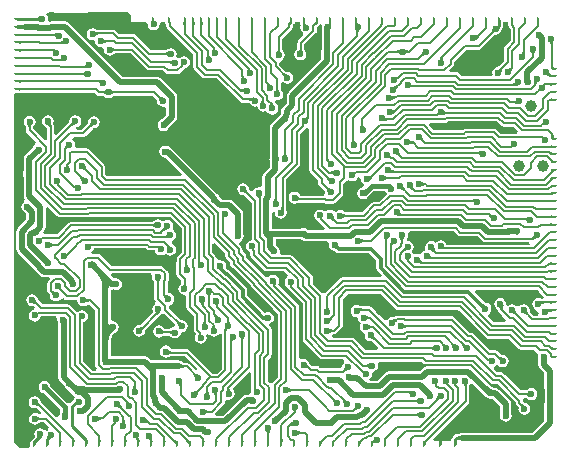
<source format=gbl>
G04*
G04 #@! TF.GenerationSoftware,Altium Limited,Altium Designer,20.0.10 (225)*
G04*
G04 Layer_Physical_Order=2*
G04 Layer_Color=16711680*
%FSLAX25Y25*%
%MOIN*%
G70*
G01*
G75*
%ADD10C,0.00984*%
%ADD11C,0.00787*%
%ADD85C,0.01968*%
%ADD86C,0.01181*%
%ADD87C,0.01575*%
%ADD88C,0.03900*%
%ADD89C,0.02362*%
G04:AMPARAMS|DCode=90|XSize=9.84mil|YSize=19.68mil|CornerRadius=4.92mil|HoleSize=0mil|Usage=FLASHONLY|Rotation=0.000|XOffset=0mil|YOffset=0mil|HoleType=Round|Shape=RoundedRectangle|*
%AMROUNDEDRECTD90*
21,1,0.00984,0.00984,0,0,0.0*
21,1,0.00000,0.01968,0,0,0.0*
1,1,0.00984,0.00000,-0.00492*
1,1,0.00984,0.00000,-0.00492*
1,1,0.00984,0.00000,0.00492*
1,1,0.00984,0.00000,0.00492*
%
%ADD90ROUNDEDRECTD90*%
G04:AMPARAMS|DCode=91|XSize=9.84mil|YSize=19.68mil|CornerRadius=4.92mil|HoleSize=0mil|Usage=FLASHONLY|Rotation=270.000|XOffset=0mil|YOffset=0mil|HoleType=Round|Shape=RoundedRectangle|*
%AMROUNDEDRECTD91*
21,1,0.00984,0.00984,0,0,270.0*
21,1,0.00000,0.01968,0,0,270.0*
1,1,0.00984,-0.00492,0.00000*
1,1,0.00984,-0.00492,0.00000*
1,1,0.00984,0.00492,0.00000*
1,1,0.00984,0.00492,0.00000*
%
%ADD91ROUNDEDRECTD91*%
G36*
X9578Y142991D02*
X9504Y143047D01*
X9426Y143097D01*
X9342Y143142D01*
X9253Y143181D01*
X9159Y143213D01*
X9060Y143240D01*
X8957Y143261D01*
X8848Y143276D01*
X8734Y143284D01*
X8615Y143287D01*
X8506Y144272D01*
X8625Y144275D01*
X8739Y144286D01*
X8846Y144305D01*
X8946Y144330D01*
X9040Y144363D01*
X9128Y144403D01*
X9209Y144450D01*
X9283Y144505D01*
X9351Y144567D01*
X9413Y144636D01*
X9578Y142991D01*
D02*
G37*
G36*
X47909Y142819D02*
X47905Y142792D01*
X47902Y142751D01*
X47893Y142333D01*
X47892Y142069D01*
X47105D01*
X47104Y142209D01*
X47073Y142742D01*
X47063Y142779D01*
X47052Y142801D01*
X47039Y142808D01*
X47913Y142832D01*
X47909Y142819D01*
D02*
G37*
G36*
X98170Y142798D02*
X98153Y142753D01*
X98138Y142698D01*
X98126Y142632D01*
X98106Y142469D01*
X98094Y142264D01*
X98090Y142018D01*
X97303D01*
X97284Y142832D01*
X98188D01*
X98170Y142798D01*
D02*
G37*
G36*
X115418Y142891D02*
X115426Y142832D01*
X115511D01*
X115493Y142798D01*
X115476Y142752D01*
X115461Y142696D01*
X115459Y142684D01*
X115491Y142603D01*
X115535Y142526D01*
X115588Y142460D01*
X115651Y142404D01*
X115724Y142358D01*
X115807Y142322D01*
X115899Y142296D01*
X115413Y142010D01*
X115413Y142001D01*
X115399Y142001D01*
X114519Y141482D01*
X114539Y141560D01*
X114557Y141651D01*
X114587Y141872D01*
X114609Y142145D01*
X114616Y142440D01*
X114607Y142832D01*
X114626D01*
X114626Y142849D01*
X115413Y143008D01*
X115418Y142891D01*
D02*
G37*
G36*
X124154Y142798D02*
X124137Y142752D01*
X124123Y142695D01*
X124110Y142627D01*
X124090Y142458D01*
X124079Y142245D01*
X124075Y141988D01*
X123287Y142016D01*
X123268Y142832D01*
X124173D01*
X124154Y142798D01*
D02*
G37*
G36*
X85185Y142808D02*
X85175Y142769D01*
X85167Y142717D01*
X85152Y142570D01*
X85140Y142244D01*
X85138Y141957D01*
X84350D01*
X84350Y142108D01*
X84303Y142808D01*
X84292Y142832D01*
X85196D01*
X85185Y142808D01*
D02*
G37*
G36*
X76524D02*
X76514Y142769D01*
X76505Y142717D01*
X76491Y142570D01*
X76479Y142244D01*
X76476Y141957D01*
X75689D01*
X75688Y142108D01*
X75642Y142808D01*
X75630Y142832D01*
X76535D01*
X76524Y142808D01*
D02*
G37*
G36*
X69142D02*
X69132Y142769D01*
X69123Y142717D01*
X69109Y142570D01*
X69097Y142244D01*
X69095Y141957D01*
X68307D01*
X68306Y142108D01*
X68260Y142808D01*
X68248Y142832D01*
X69153D01*
X69142Y142808D01*
D02*
G37*
G36*
X66524D02*
X66514Y142769D01*
X66505Y142717D01*
X66491Y142570D01*
X66479Y142244D01*
X66476Y141957D01*
X65689D01*
X65688Y142108D01*
X65642Y142808D01*
X65630Y142832D01*
X66535D01*
X66524Y142808D01*
D02*
G37*
G36*
X63906D02*
X63896Y142769D01*
X63887Y142717D01*
X63873Y142570D01*
X63861Y142244D01*
X63858Y141957D01*
X63071D01*
X63070Y142108D01*
X63024Y142808D01*
X63012Y142832D01*
X63917D01*
X63906Y142808D01*
D02*
G37*
G36*
X61288D02*
X61278Y142769D01*
X61269Y142717D01*
X61255Y142570D01*
X61243Y142244D01*
X61240Y141957D01*
X60453D01*
X60452Y142108D01*
X60405Y142808D01*
X60394Y142832D01*
X61299D01*
X61288Y142808D01*
D02*
G37*
G36*
X58296D02*
X58285Y142769D01*
X58277Y142717D01*
X58263Y142570D01*
X58250Y142244D01*
X58248Y141957D01*
X57461D01*
X57460Y142108D01*
X57413Y142808D01*
X57402Y142832D01*
X58307D01*
X58296Y142808D01*
D02*
G37*
G36*
X176122Y142797D02*
X176106Y142748D01*
X176091Y142687D01*
X176078Y142613D01*
X176059Y142426D01*
X176047Y142188D01*
X176043Y141898D01*
X175256Y142016D01*
X175236Y142832D01*
X176141D01*
X176122Y142797D01*
D02*
G37*
G36*
X167461D02*
X167444Y142748D01*
X167430Y142687D01*
X167417Y142613D01*
X167397Y142426D01*
X167386Y142188D01*
X167382Y141898D01*
X166594Y142016D01*
X166575Y142832D01*
X167480D01*
X167461Y142797D01*
D02*
G37*
G36*
X158800D02*
X158783Y142748D01*
X158768Y142687D01*
X158756Y142613D01*
X158736Y142426D01*
X158724Y142188D01*
X158720Y141898D01*
X157933Y142016D01*
X157914Y142832D01*
X158818D01*
X158800Y142797D01*
D02*
G37*
G36*
X154469D02*
X154452Y142748D01*
X154438Y142687D01*
X154425Y142613D01*
X154405Y142426D01*
X154393Y142188D01*
X154390Y141898D01*
X153602Y142016D01*
X153583Y142832D01*
X154488D01*
X154469Y142797D01*
D02*
G37*
G36*
X150138D02*
X150122Y142748D01*
X150107Y142687D01*
X150094Y142613D01*
X150075Y142426D01*
X150063Y142188D01*
X150059Y141898D01*
X149272Y142016D01*
X149252Y142832D01*
X150157D01*
X150138Y142797D01*
D02*
G37*
G36*
X145808D02*
X145791Y142748D01*
X145776Y142687D01*
X145763Y142613D01*
X145744Y142426D01*
X145732Y142188D01*
X145728Y141898D01*
X144941Y142016D01*
X144922Y142832D01*
X145826D01*
X145808Y142797D01*
D02*
G37*
G36*
X132815D02*
X132799Y142748D01*
X132784Y142687D01*
X132771Y142613D01*
X132752Y142426D01*
X132740Y142188D01*
X132736Y141898D01*
X131949Y142016D01*
X131930Y142832D01*
X132834D01*
X132815Y142797D01*
D02*
G37*
G36*
X128485D02*
X128468Y142748D01*
X128453Y142687D01*
X128441Y142613D01*
X128421Y142426D01*
X128409Y142188D01*
X128405Y141898D01*
X127618Y142016D01*
X127599Y142832D01*
X128503D01*
X128485Y142797D01*
D02*
G37*
G36*
X111162D02*
X111145Y142748D01*
X111131Y142687D01*
X111118Y142613D01*
X111098Y142426D01*
X111086Y142188D01*
X111083Y141898D01*
X110295Y142016D01*
X110276Y142832D01*
X111180D01*
X111162Y142797D01*
D02*
G37*
G36*
X89508D02*
X89492Y142748D01*
X89477Y142687D01*
X89464Y142613D01*
X89445Y142426D01*
X89433Y142188D01*
X89429Y141898D01*
X88642Y142016D01*
X88622Y142832D01*
X89527D01*
X89508Y142797D01*
D02*
G37*
G36*
X119816Y142786D02*
X119793Y142729D01*
X119773Y142660D01*
X119755Y142580D01*
X119740Y142489D01*
X119719Y142274D01*
X119708Y142013D01*
X119706Y141866D01*
X118919Y142138D01*
X118937Y142832D01*
X119842D01*
X119816Y142786D01*
D02*
G37*
G36*
X93593Y142567D02*
X93616Y142566D01*
X93621Y142549D01*
X93607Y142516D01*
X93575Y142467D01*
X93525Y142402D01*
X93369Y142226D01*
X92997Y141842D01*
X92441Y142399D01*
X92566Y142528D01*
X92765Y142756D01*
X92839Y142856D01*
X92896Y142947D01*
X92936Y143027D01*
X92960Y143098D01*
X92966Y143159D01*
X92955Y143211D01*
X92928Y143253D01*
X93593Y142567D01*
D02*
G37*
G36*
X102254D02*
X102269Y142564D01*
X102265Y142543D01*
X102242Y142506D01*
X102201Y142451D01*
X102060Y142291D01*
X101551Y141766D01*
X101039Y142368D01*
X101186Y142520D01*
X101417Y142795D01*
X101503Y142918D01*
X101568Y143033D01*
X101613Y143137D01*
X101637Y143233D01*
X101642Y143319D01*
X101626Y143395D01*
X101589Y143463D01*
X102254Y142567D01*
D02*
G37*
G36*
X80836Y142780D02*
X80809Y142718D01*
X80786Y142646D01*
X80765Y142563D01*
X80748Y142470D01*
X80723Y142253D01*
X80710Y141996D01*
X80709Y141852D01*
X79921Y141762D01*
X79961Y142832D01*
X80866D01*
X80836Y142780D01*
D02*
G37*
G36*
X72174D02*
X72148Y142718D01*
X72124Y142646D01*
X72104Y142563D01*
X72087Y142470D01*
X72061Y142253D01*
X72049Y141996D01*
X72047Y141852D01*
X71260Y141762D01*
X71300Y142832D01*
X72204D01*
X72174Y142780D01*
D02*
G37*
G36*
X3954Y140462D02*
X3889Y140505D01*
X3793Y140544D01*
X3664Y140578D01*
X3504Y140607D01*
X3311Y140632D01*
X2831Y140669D01*
X1870Y140689D01*
Y141673D01*
X2222Y141675D01*
X3504Y141755D01*
X3664Y141785D01*
X3793Y141819D01*
X3889Y141857D01*
X3954Y141901D01*
Y140462D01*
D02*
G37*
G36*
X116324Y140172D02*
X116234Y140103D01*
X116152Y140030D01*
X116081Y139951D01*
X116018Y139868D01*
X115966Y139780D01*
X115923Y139687D01*
X115890Y139590D01*
X115866Y139487D01*
X115851Y139380D01*
X115847Y139269D01*
X115059Y139410D01*
X115056Y139517D01*
X115044Y139623D01*
X115026Y139728D01*
X115001Y139833D01*
X114968Y139937D01*
X114928Y140040D01*
X114880Y140143D01*
X114825Y140245D01*
X114763Y140347D01*
X114694Y140448D01*
X116324Y140172D01*
D02*
G37*
G36*
X161602Y139370D02*
X161483Y139367D01*
X161368Y139357D01*
X161258Y139338D01*
X161152Y139311D01*
X161050Y139277D01*
X160952Y139234D01*
X160859Y139184D01*
X160769Y139125D01*
X160685Y139059D01*
X160604Y138984D01*
X160047Y139541D01*
X160122Y139622D01*
X160188Y139706D01*
X160247Y139795D01*
X160297Y139889D01*
X160340Y139987D01*
X160374Y140089D01*
X160401Y140195D01*
X160420Y140305D01*
X160430Y140420D01*
X160433Y140539D01*
X161602Y139370D01*
D02*
G37*
G36*
X165784Y142334D02*
Y141772D01*
X165784Y141772D01*
X165875Y141311D01*
X166137Y140920D01*
X166611Y140446D01*
Y136627D01*
X164700Y134716D01*
X164439Y134325D01*
X164347Y133864D01*
X164347Y133864D01*
Y129822D01*
X162566Y128041D01*
X162522Y128008D01*
X162471Y127977D01*
X162417Y127947D01*
X162358Y127918D01*
X162302Y127895D01*
X162136Y127841D01*
X162045Y127819D01*
X161990Y127794D01*
X161721Y127740D01*
X161070Y127305D01*
X160635Y126654D01*
X160482Y125886D01*
X160556Y125515D01*
X160021Y124728D01*
X150272D01*
X149247Y125753D01*
X148856Y126014D01*
X148396Y126106D01*
X148396Y126106D01*
X146450D01*
X146149Y126833D01*
X147407Y128091D01*
X147668Y128482D01*
X147759Y128943D01*
X147759Y128943D01*
Y129493D01*
X151905Y133638D01*
X155905D01*
X155905Y133638D01*
X156366Y133730D01*
X156757Y133991D01*
X161239Y138473D01*
X161270Y138494D01*
X161304Y138512D01*
X161339Y138527D01*
X161379Y138541D01*
X161423Y138552D01*
X161473Y138560D01*
X161514Y138564D01*
X161614Y138544D01*
X162382Y138697D01*
X163033Y139132D01*
X163469Y139783D01*
X163621Y140551D01*
X163586Y140728D01*
X163863Y141142D01*
X163962Y141642D01*
Y142717D01*
X165775D01*
X165784Y142334D01*
D02*
G37*
G36*
X155994Y137885D02*
X155011Y136933D01*
X154833Y138470D01*
X154900Y138417D01*
X154969Y138379D01*
X155041Y138355D01*
X155114Y138347D01*
X155190Y138353D01*
X155269Y138374D01*
X155349Y138410D01*
X155431Y138461D01*
X155516Y138527D01*
X155603Y138608D01*
X155994Y137885D01*
D02*
G37*
G36*
X2585Y139017D02*
X2633Y139000D01*
X2694Y138986D01*
X2768Y138973D01*
X2954Y138954D01*
X3192Y138943D01*
X3481Y138939D01*
X3368Y138151D01*
X2550Y138130D01*
Y139035D01*
X2585Y139017D01*
D02*
G37*
G36*
X14941Y137664D02*
X14878Y137757D01*
X14809Y137840D01*
X14735Y137913D01*
X14656Y137976D01*
X14571Y138030D01*
X14480Y138074D01*
X14384Y138108D01*
X14283Y138132D01*
X14175Y138146D01*
X14063Y138151D01*
X14251Y138939D01*
X14356Y138942D01*
X14462Y138952D01*
X14567Y138969D01*
X14672Y138993D01*
X14778Y139024D01*
X14883Y139061D01*
X14988Y139105D01*
X15092Y139156D01*
X15302Y139278D01*
X14941Y137664D01*
D02*
G37*
G36*
X2574Y136425D02*
X2613Y136416D01*
X2665Y136407D01*
X2812Y136393D01*
X3138Y136380D01*
X3425Y136378D01*
Y135591D01*
X3274Y135590D01*
X2574Y135543D01*
X2550Y135532D01*
Y136437D01*
X2574Y136425D01*
D02*
G37*
G36*
X180875Y136591D02*
X180773Y136378D01*
X180731Y136272D01*
X180696Y136166D01*
X180667Y136060D01*
X180645Y135954D01*
X180629Y135849D01*
X180620Y135744D01*
X180616Y135640D01*
X179829Y135417D01*
X179824Y135530D01*
X179809Y135637D01*
X179785Y135738D01*
X179750Y135833D01*
X179706Y135922D01*
X179652Y136005D01*
X179588Y136082D01*
X179514Y136153D01*
X179430Y136218D01*
X179337Y136277D01*
X180936Y136698D01*
X180875Y136591D01*
D02*
G37*
G36*
X18071Y135319D02*
X17960Y135359D01*
X17722Y135427D01*
X17596Y135455D01*
X17326Y135497D01*
X17183Y135512D01*
X16722Y135531D01*
X16618Y136319D01*
X16733Y136324D01*
X16840Y136339D01*
X16938Y136364D01*
X17028Y136399D01*
X17109Y136443D01*
X17183Y136498D01*
X17248Y136563D01*
X17304Y136638D01*
X17353Y136723D01*
X17393Y136818D01*
X18071Y135319D01*
D02*
G37*
G36*
X68106Y134115D02*
X68120Y133975D01*
X68133Y133917D01*
X68149Y133866D01*
X68168Y133823D01*
X68191Y133788D01*
X68218Y133761D01*
X68248Y133741D01*
X68282Y133729D01*
X67209Y133445D01*
X67230Y133471D01*
X67248Y133507D01*
X67264Y133555D01*
X67278Y133613D01*
X67290Y133683D01*
X67307Y133855D01*
X67316Y134072D01*
X67317Y134196D01*
X68104D01*
X68106Y134115D01*
D02*
G37*
G36*
X2585Y133820D02*
X2633Y133803D01*
X2694Y133789D01*
X2768Y133776D01*
X2954Y133757D01*
X3192Y133746D01*
X3481Y133742D01*
X3368Y132955D01*
X2550Y132934D01*
Y133838D01*
X2585Y133820D01*
D02*
G37*
G36*
X97032Y133810D02*
X97035Y133703D01*
X97046Y133597D01*
X97065Y133492D01*
X97091Y133387D01*
X97124Y133283D01*
X97165Y133181D01*
X97214Y133078D01*
X97269Y132977D01*
X97333Y132876D01*
X97403Y132776D01*
X95769Y133030D01*
X95859Y133100D01*
X95940Y133175D01*
X96011Y133255D01*
X96073Y133339D01*
X96125Y133428D01*
X96168Y133521D01*
X96201Y133619D01*
X96225Y133721D01*
X96239Y133828D01*
X96244Y133940D01*
X97032Y133810D01*
D02*
G37*
G36*
X89670Y133504D02*
X89683Y133397D01*
X89704Y133293D01*
X89735Y133191D01*
X89774Y133092D01*
X89821Y132995D01*
X89878Y132901D01*
X89943Y132810D01*
X90016Y132721D01*
X90098Y132635D01*
X88445D01*
X88527Y132721D01*
X88601Y132810D01*
X88666Y132901D01*
X88722Y132995D01*
X88770Y133092D01*
X88809Y133191D01*
X88839Y133293D01*
X88861Y133397D01*
X88874Y133504D01*
X88878Y133614D01*
X89665D01*
X89670Y133504D01*
D02*
G37*
G36*
X131374Y133621D02*
X131476Y133559D01*
X131578Y133504D01*
X131681Y133456D01*
X131784Y133416D01*
X131888Y133383D01*
X131993Y133358D01*
X132098Y133340D01*
X132204Y133328D01*
X132311Y133325D01*
X132452Y132537D01*
X132341Y132533D01*
X132234Y132518D01*
X132131Y132494D01*
X132034Y132461D01*
X131941Y132418D01*
X131853Y132365D01*
X131770Y132303D01*
X131691Y132232D01*
X131618Y132150D01*
X131549Y132060D01*
X131273Y133690D01*
X131374Y133621D01*
D02*
G37*
G36*
X129610Y132060D02*
X129541Y132150D01*
X129467Y132232D01*
X129389Y132303D01*
X129306Y132365D01*
X129218Y132418D01*
X129125Y132461D01*
X129027Y132494D01*
X128925Y132518D01*
X128818Y132533D01*
X128706Y132537D01*
X128848Y133325D01*
X128954Y133328D01*
X129060Y133340D01*
X129166Y133358D01*
X129270Y133383D01*
X129374Y133416D01*
X129478Y133456D01*
X129581Y133504D01*
X129683Y133559D01*
X129785Y133621D01*
X129885Y133690D01*
X129610Y132060D01*
D02*
G37*
G36*
X174760Y132830D02*
X174687Y132741D01*
X174622Y132650D01*
X174565Y132556D01*
X174518Y132459D01*
X174479Y132360D01*
X174448Y132258D01*
X174427Y132154D01*
X174414Y132047D01*
X174409Y131938D01*
X173622D01*
X173618Y132047D01*
X173605Y132154D01*
X173583Y132258D01*
X173553Y132360D01*
X173514Y132459D01*
X173466Y132556D01*
X173410Y132650D01*
X173345Y132741D01*
X173271Y132830D01*
X173189Y132916D01*
X174843D01*
X174760Y132830D01*
D02*
G37*
G36*
X171358Y132780D02*
X171360Y132676D01*
X171377Y132468D01*
X171392Y132363D01*
X171435Y132152D01*
X171463Y132045D01*
X171531Y131831D01*
X171571Y131723D01*
X170072Y132401D01*
X170167Y132441D01*
X170252Y132490D01*
X170327Y132547D01*
X170391Y132612D01*
X170446Y132685D01*
X170491Y132766D01*
X170526Y132856D01*
X170551Y132955D01*
X170566Y133061D01*
X170571Y133176D01*
X171358Y132780D01*
D02*
G37*
G36*
X138301Y131791D02*
X138181Y131789D01*
X138067Y131778D01*
X137956Y131759D01*
X137850Y131732D01*
X137748Y131698D01*
X137650Y131655D01*
X137557Y131605D01*
X137468Y131546D01*
X137383Y131480D01*
X137302Y131405D01*
X136746Y131962D01*
X136820Y132043D01*
X136886Y132128D01*
X136945Y132217D01*
X136995Y132310D01*
X137038Y132408D01*
X137073Y132510D01*
X137099Y132616D01*
X137118Y132727D01*
X137129Y132842D01*
X137131Y132961D01*
X138301Y131791D01*
D02*
G37*
G36*
X66048Y131891D02*
X66063Y131784D01*
X66088Y131683D01*
X66122Y131588D01*
X66166Y131499D01*
X66220Y131415D01*
X66284Y131338D01*
X66358Y131266D01*
X66441Y131201D01*
X66535Y131141D01*
X64934Y130728D01*
X64995Y130835D01*
X65098Y131048D01*
X65140Y131154D01*
X65175Y131260D01*
X65204Y131366D01*
X65227Y131471D01*
X65243Y131576D01*
X65253Y131681D01*
X65256Y131786D01*
X66043Y132004D01*
X66048Y131891D01*
D02*
G37*
G36*
X2574Y131229D02*
X2613Y131219D01*
X2665Y131210D01*
X2812Y131196D01*
X3138Y131184D01*
X3425Y131181D01*
Y130394D01*
X3274Y130393D01*
X2574Y130346D01*
X2550Y130335D01*
Y131240D01*
X2574Y131229D01*
D02*
G37*
G36*
X143900Y130802D02*
X143914Y130621D01*
X143927Y130543D01*
X143943Y130475D01*
X143963Y130415D01*
X143986Y130364D01*
X144013Y130322D01*
X144044Y130289D01*
X144078Y130264D01*
X142930D01*
X142964Y130289D01*
X142995Y130322D01*
X143022Y130364D01*
X143045Y130415D01*
X143065Y130475D01*
X143081Y130543D01*
X143094Y130621D01*
X143103Y130707D01*
X143110Y130905D01*
X143898D01*
X143900Y130802D01*
D02*
G37*
G36*
X17160Y129726D02*
X17128Y129743D01*
X17085Y129757D01*
X17031Y129770D01*
X16966Y129781D01*
X16802Y129798D01*
X16592Y129809D01*
X16338Y129812D01*
X16224Y130599D01*
X16298Y130602D01*
X16366Y130609D01*
X16426Y130620D01*
X16479Y130636D01*
X16524Y130657D01*
X16562Y130682D01*
X16593Y130712D01*
X16616Y130747D01*
X16632Y130786D01*
X16640Y130830D01*
X17160Y129726D01*
D02*
G37*
G36*
X2574Y128630D02*
X2613Y128620D01*
X2665Y128611D01*
X2812Y128597D01*
X3138Y128585D01*
X3425Y128583D01*
Y127795D01*
X3274Y127795D01*
X2574Y127748D01*
X2550Y127737D01*
Y128641D01*
X2574Y128630D01*
D02*
G37*
G36*
X25196Y127683D02*
X25178Y127692D01*
X25156Y127693D01*
X25131Y127689D01*
X25102Y127678D01*
X25070Y127661D01*
X25034Y127637D01*
X24994Y127607D01*
X24903Y127527D01*
X24852Y127478D01*
X24295Y128034D01*
X24376Y128115D01*
X24697Y128477D01*
X24709Y128499D01*
X24712Y128514D01*
X25196Y127683D01*
D02*
G37*
G36*
X163911Y127127D02*
X163835Y127043D01*
X163770Y126957D01*
X163716Y126868D01*
X163672Y126777D01*
X163639Y126682D01*
X163617Y126584D01*
X163606Y126483D01*
X163606Y126379D01*
X163616Y126272D01*
X163638Y126163D01*
X162235Y127039D01*
X162355Y127068D01*
X162580Y127141D01*
X162685Y127185D01*
X162786Y127233D01*
X162882Y127286D01*
X162973Y127344D01*
X163059Y127407D01*
X163141Y127474D01*
X163217Y127546D01*
X163911Y127127D01*
D02*
G37*
G36*
X167225Y127099D02*
X167150Y127018D01*
X167084Y126934D01*
X167025Y126844D01*
X166975Y126751D01*
X166932Y126653D01*
X166897Y126551D01*
X166871Y126445D01*
X166852Y126335D01*
X166841Y126220D01*
X166839Y126101D01*
X165670Y127270D01*
X165789Y127273D01*
X165903Y127283D01*
X166014Y127302D01*
X166120Y127329D01*
X166222Y127363D01*
X166320Y127406D01*
X166413Y127456D01*
X166502Y127515D01*
X166587Y127581D01*
X166668Y127656D01*
X167225Y127099D01*
D02*
G37*
G36*
X2585Y126024D02*
X2633Y126008D01*
X2694Y125994D01*
X2768Y125981D01*
X2954Y125962D01*
X3192Y125950D01*
X3481Y125947D01*
X3368Y125159D01*
X2550Y125138D01*
Y126043D01*
X2585Y126024D01*
D02*
G37*
G36*
X24804Y124710D02*
X24723Y124795D01*
X24639Y124872D01*
X24551Y124939D01*
X24460Y124997D01*
X24366Y125047D01*
X24269Y125087D01*
X24168Y125119D01*
X24065Y125141D01*
X23957Y125155D01*
X23847Y125159D01*
X23890Y125947D01*
X23999Y125951D01*
X24106Y125963D01*
X24210Y125984D01*
X24313Y126013D01*
X24414Y126050D01*
X24513Y126096D01*
X24610Y126150D01*
X24705Y126212D01*
X24798Y126282D01*
X24889Y126361D01*
X24804Y124710D01*
D02*
G37*
G36*
X179636Y126067D02*
X179656Y125951D01*
X179684Y125840D01*
X179718Y125733D01*
X179759Y125631D01*
X179806Y125533D01*
X179859Y125441D01*
X179920Y125352D01*
X179987Y125269D01*
X180060Y125189D01*
X179562Y124574D01*
X179480Y124649D01*
X179395Y124715D01*
X179306Y124772D01*
X179212Y124819D01*
X179115Y124857D01*
X179015Y124886D01*
X178910Y124906D01*
X178802Y124916D01*
X178690Y124917D01*
X178574Y124909D01*
X179621Y126188D01*
X179636Y126067D01*
D02*
G37*
G36*
X91249Y125688D02*
X91334Y125622D01*
X91423Y125563D01*
X91516Y125513D01*
X91614Y125470D01*
X91716Y125435D01*
X91822Y125409D01*
X91932Y125390D01*
X92047Y125379D01*
X92167Y125377D01*
X90997Y124207D01*
X90995Y124327D01*
X90984Y124441D01*
X90965Y124552D01*
X90938Y124658D01*
X90904Y124760D01*
X90861Y124858D01*
X90811Y124951D01*
X90752Y125040D01*
X90686Y125125D01*
X90611Y125206D01*
X91168Y125762D01*
X91249Y125688D01*
D02*
G37*
G36*
X129084Y123726D02*
X128836Y123671D01*
X128372Y124475D01*
X129084Y124514D01*
Y123726D01*
D02*
G37*
G36*
X2574Y123433D02*
X2613Y123423D01*
X2665Y123415D01*
X2812Y123400D01*
X3138Y123388D01*
X3425Y123386D01*
Y122598D01*
X3274Y122598D01*
X2574Y122551D01*
X2550Y122540D01*
Y123444D01*
X2574Y123433D01*
D02*
G37*
G36*
X175689Y122804D02*
X175594Y122764D01*
X175510Y122717D01*
X175435Y122660D01*
X175370Y122596D01*
X175315Y122523D01*
X175271Y122441D01*
X175236Y122352D01*
X175211Y122254D01*
X175196Y122147D01*
X175191Y122032D01*
X174403Y122138D01*
X174401Y122298D01*
X174370Y122746D01*
X174351Y122883D01*
X174301Y123142D01*
X174270Y123263D01*
X174195Y123488D01*
X175689Y122804D01*
D02*
G37*
G36*
X180431Y121615D02*
X180417Y121619D01*
X180388Y121622D01*
X180285Y121628D01*
X179612Y121635D01*
X179499Y122423D01*
X179650Y122424D01*
X180213Y122458D01*
X180286Y122470D01*
X180347Y122485D01*
X180395Y122501D01*
X180431Y122519D01*
Y121615D01*
D02*
G37*
G36*
X168911Y121612D02*
X167545Y121555D01*
X167288Y122343D01*
X167407Y122347D01*
X167514Y122360D01*
X167608Y122381D01*
X167689Y122412D01*
X167758Y122450D01*
X167814Y122498D01*
X167858Y122554D01*
X167889Y122619D01*
X167908Y122692D01*
X167913Y122774D01*
X168911Y121612D01*
D02*
G37*
G36*
X129105Y121073D02*
X129032Y120996D01*
X128965Y120913D01*
X128903Y120826D01*
X128847Y120734D01*
X128797Y120637D01*
X128751Y120536D01*
X128712Y120429D01*
X128678Y120318D01*
X128649Y120203D01*
X128626Y120082D01*
X127677Y121437D01*
X127790Y121421D01*
X127899Y121414D01*
X128005Y121419D01*
X128107Y121433D01*
X128207Y121458D01*
X128302Y121493D01*
X128395Y121538D01*
X128484Y121593D01*
X128570Y121659D01*
X128653Y121735D01*
X129105Y121073D01*
D02*
G37*
G36*
X85835Y122560D02*
X86408Y122052D01*
X86505Y121979D01*
X86681Y121862D01*
X86760Y121818D01*
X85209Y121378D01*
X85254Y121464D01*
X85286Y121550D01*
X85303Y121636D01*
X85308Y121723D01*
X85298Y121809D01*
X85274Y121894D01*
X85237Y121980D01*
X85186Y122066D01*
X85121Y122151D01*
X85043Y122237D01*
X85702Y122691D01*
X85835Y122560D01*
D02*
G37*
G36*
X2574Y120835D02*
X2613Y120825D01*
X2665Y120816D01*
X2812Y120802D01*
X3138Y120790D01*
X3425Y120787D01*
Y120000D01*
X3274Y119999D01*
X2574Y119953D01*
X2550Y119941D01*
Y120846D01*
X2574Y120835D01*
D02*
G37*
G36*
X176945Y119804D02*
X176833Y119821D01*
X176724Y119827D01*
X176618Y119823D01*
X176515Y119809D01*
X176416Y119784D01*
X176320Y119749D01*
X176228Y119704D01*
X176139Y119649D01*
X176053Y119584D01*
X175970Y119508D01*
X175520Y120171D01*
X175593Y120249D01*
X175660Y120332D01*
X175722Y120419D01*
X175778Y120511D01*
X175829Y120607D01*
X175874Y120709D01*
X175914Y120815D01*
X175948Y120926D01*
X175977Y121041D01*
X176001Y121162D01*
X176945Y119804D01*
D02*
G37*
G36*
X89145Y120413D02*
X89158Y120307D01*
X89179Y120202D01*
X89210Y120100D01*
X89249Y120001D01*
X89296Y119905D01*
X89353Y119811D01*
X89418Y119719D01*
X89491Y119630D01*
X89574Y119544D01*
X87920D01*
X88002Y119630D01*
X88076Y119719D01*
X88141Y119811D01*
X88197Y119905D01*
X88245Y120001D01*
X88284Y120100D01*
X88314Y120202D01*
X88336Y120307D01*
X88349Y120413D01*
X88353Y120523D01*
X89140D01*
X89145Y120413D01*
D02*
G37*
G36*
X77827Y119109D02*
X77741Y119192D01*
X77652Y119265D01*
X77561Y119330D01*
X77467Y119386D01*
X77370Y119434D01*
X77271Y119473D01*
X77169Y119503D01*
X77065Y119525D01*
X76958Y119538D01*
X76849Y119542D01*
Y120330D01*
X76958Y120334D01*
X77065Y120347D01*
X77169Y120369D01*
X77271Y120399D01*
X77370Y120438D01*
X77467Y120486D01*
X77561Y120542D01*
X77652Y120607D01*
X77741Y120680D01*
X77827Y120763D01*
Y119109D01*
D02*
G37*
G36*
X180431Y119016D02*
X180417Y119020D01*
X180388Y119024D01*
X180286Y119030D01*
X179617Y119037D01*
Y119825D01*
X179745Y119825D01*
X180231Y119859D01*
X180297Y119872D01*
X180352Y119886D01*
X180397Y119903D01*
X180431Y119921D01*
Y119016D01*
D02*
G37*
G36*
X33508Y120134D02*
X33597Y120061D01*
X33689Y119996D01*
X33783Y119939D01*
X33879Y119892D01*
X33978Y119853D01*
X34080Y119822D01*
X34184Y119801D01*
X34291Y119788D01*
X34401Y119783D01*
Y118996D01*
X34291Y118992D01*
X34184Y118979D01*
X34080Y118957D01*
X33978Y118927D01*
X33879Y118888D01*
X33783Y118840D01*
X33689Y118784D01*
X33597Y118719D01*
X33508Y118645D01*
X33422Y118563D01*
Y120217D01*
X33508Y120134D01*
D02*
G37*
G36*
X31735Y118563D02*
X31649Y118645D01*
X31560Y118719D01*
X31469Y118784D01*
X31375Y118840D01*
X31278Y118888D01*
X31179Y118927D01*
X31077Y118957D01*
X30973Y118979D01*
X30866Y118992D01*
X30757Y118996D01*
Y119783D01*
X30866Y119788D01*
X30973Y119801D01*
X31077Y119822D01*
X31179Y119853D01*
X31278Y119892D01*
X31375Y119939D01*
X31469Y119996D01*
X31560Y120061D01*
X31649Y120134D01*
X31735Y120217D01*
Y118563D01*
D02*
G37*
G36*
X126811Y118373D02*
X127023Y118269D01*
X127129Y118227D01*
X127235Y118191D01*
X127340Y118162D01*
X127446Y118139D01*
X127551Y118123D01*
X127656Y118113D01*
X127761Y118110D01*
X127974Y117323D01*
X127861Y117318D01*
X127754Y117303D01*
X127653Y117278D01*
X127558Y117244D01*
X127468Y117200D01*
X127385Y117146D01*
X127307Y117082D01*
X127235Y117008D01*
X127169Y116925D01*
X127109Y116832D01*
X126704Y118435D01*
X126811Y118373D01*
D02*
G37*
G36*
X49759Y118028D02*
X49844Y117962D01*
X49933Y117903D01*
X50027Y117852D01*
X50124Y117810D01*
X50226Y117775D01*
X50333Y117749D01*
X50443Y117730D01*
X50558Y117719D01*
X50677Y117717D01*
X49508Y116547D01*
X49505Y116666D01*
X49494Y116781D01*
X49476Y116892D01*
X49449Y116998D01*
X49415Y117100D01*
X49372Y117198D01*
X49321Y117291D01*
X49263Y117380D01*
X49196Y117465D01*
X49122Y117545D01*
X49679Y118102D01*
X49759Y118028D01*
D02*
G37*
G36*
X180431Y116418D02*
X180406Y116429D01*
X180368Y116439D01*
X180315Y116448D01*
X180168Y116462D01*
X179843Y116474D01*
X179556Y116476D01*
Y117264D01*
X179706Y117264D01*
X180406Y117311D01*
X180431Y117322D01*
Y116418D01*
D02*
G37*
G36*
X80327Y116136D02*
X80277Y116230D01*
X80220Y116315D01*
X80156Y116390D01*
X80085Y116454D01*
X80006Y116509D01*
X79921Y116554D01*
X79828Y116589D01*
X79729Y116614D01*
X79622Y116629D01*
X79508Y116634D01*
X79809Y117421D01*
X79912Y117424D01*
X80120Y117446D01*
X80225Y117465D01*
X80439Y117520D01*
X80548Y117555D01*
X80767Y117643D01*
X80878Y117694D01*
X80327Y116136D01*
D02*
G37*
G36*
X84257Y116624D02*
X84271Y116516D01*
X84295Y116414D01*
X84328Y116317D01*
X84371Y116224D01*
X84424Y116136D01*
X84486Y116053D01*
X84558Y115974D01*
X84639Y115901D01*
X84730Y115832D01*
X83099Y115556D01*
X83169Y115657D01*
X83231Y115759D01*
X83286Y115861D01*
X83333Y115964D01*
X83373Y116067D01*
X83406Y116171D01*
X83432Y116276D01*
X83450Y116381D01*
X83461Y116487D01*
X83465Y116594D01*
X84252Y116735D01*
X84257Y116624D01*
D02*
G37*
G36*
X168958Y115382D02*
X168847Y115435D01*
X168628Y115524D01*
X168520Y115561D01*
X168306Y115617D01*
X168201Y115636D01*
X167992Y115658D01*
X167889Y115661D01*
X167598Y116449D01*
X167712Y116454D01*
X167819Y116469D01*
X167919Y116493D01*
X168012Y116528D01*
X168098Y116573D01*
X168176Y116628D01*
X168248Y116693D01*
X168314Y116767D01*
X168371Y116852D01*
X168423Y116946D01*
X168958Y115382D01*
D02*
G37*
G36*
X87801Y114940D02*
X86273Y114814D01*
X86326Y114877D01*
X86365Y114943D01*
X86389Y115011D01*
X86398Y115082D01*
X86392Y115156D01*
X86370Y115233D01*
X86334Y115312D01*
X86283Y115393D01*
X86217Y115478D01*
X86136Y115565D01*
X86872Y115942D01*
X87801Y114940D01*
D02*
G37*
G36*
X128437Y112927D02*
X127432Y112002D01*
X127314Y113529D01*
X127377Y113475D01*
X127442Y113436D01*
X127510Y113413D01*
X127580Y113404D01*
X127654Y113410D01*
X127730Y113431D01*
X127809Y113467D01*
X127890Y113519D01*
X127975Y113585D01*
X128062Y113666D01*
X128437Y112927D01*
D02*
G37*
G36*
X142600Y111826D02*
X142595Y111827D01*
X142586Y111823D01*
X142573Y111814D01*
X142557Y111802D01*
X142512Y111763D01*
X142375Y111631D01*
X141819Y112188D01*
X142225Y112559D01*
X142600Y111826D01*
D02*
G37*
G36*
X144436Y113281D02*
X144510Y113199D01*
X144588Y113128D01*
X144672Y113066D01*
X144760Y113013D01*
X144852Y112970D01*
X144950Y112937D01*
X145052Y112913D01*
X145159Y112899D01*
X145271Y112894D01*
X145130Y112106D01*
X145023Y112103D01*
X144917Y112092D01*
X144812Y112073D01*
X144707Y112048D01*
X144603Y112015D01*
X144499Y111975D01*
X144396Y111927D01*
X144294Y111872D01*
X144193Y111810D01*
X144092Y111741D01*
X144367Y113372D01*
X144436Y113281D01*
D02*
G37*
G36*
X99393Y110703D02*
X99334Y110644D01*
X99143Y110425D01*
X99125Y110396D01*
X99113Y110372D01*
X99108Y110354D01*
X99110Y110341D01*
X98457Y110951D01*
X98470Y110951D01*
X98488Y110958D01*
X98513Y110971D01*
X98542Y110991D01*
X98577Y111019D01*
X98664Y111094D01*
X98836Y111260D01*
X99393Y110703D01*
D02*
G37*
G36*
X124980Y111131D02*
X125025Y111046D01*
X125079Y110972D01*
X125141Y110907D01*
X125213Y110853D01*
X125293Y110808D01*
X125381Y110773D01*
X125479Y110748D01*
X125585Y110733D01*
X125701Y110728D01*
X125262Y109941D01*
X125155Y109939D01*
X124839Y109912D01*
X124735Y109895D01*
X124529Y109851D01*
X124427Y109824D01*
X124227Y109758D01*
X124944Y111225D01*
X124980Y111131D01*
D02*
G37*
G36*
X163432Y108302D02*
X163822Y108041D01*
X164283Y107949D01*
X167462D01*
X168991Y106421D01*
X168665Y105633D01*
X163080D01*
X161858Y106855D01*
X161467Y107116D01*
X161006Y107208D01*
X161006Y107208D01*
X151378D01*
X150917Y107116D01*
X150526Y106855D01*
X150485Y106815D01*
X141007D01*
X139419Y108403D01*
X139720Y109130D01*
X144587D01*
X144587Y109130D01*
X145047Y109222D01*
X145438Y109483D01*
X145676Y109721D01*
X162013D01*
X163432Y108302D01*
D02*
G37*
G36*
X21445Y108563D02*
X21326Y108560D01*
X21211Y108550D01*
X21100Y108531D01*
X20994Y108504D01*
X20892Y108470D01*
X20794Y108427D01*
X20701Y108377D01*
X20612Y108318D01*
X20527Y108252D01*
X20447Y108177D01*
X19890Y108734D01*
X19964Y108815D01*
X20031Y108899D01*
X20089Y108988D01*
X20140Y109082D01*
X20182Y109179D01*
X20217Y109282D01*
X20244Y109388D01*
X20262Y109498D01*
X20273Y109613D01*
X20276Y109732D01*
X21445Y108563D01*
D02*
G37*
G36*
X13315Y109118D02*
X13286Y109029D01*
X13268Y108941D01*
X13261Y108856D01*
X13266Y108774D01*
X13283Y108694D01*
X13312Y108616D01*
X13352Y108540D01*
X13404Y108468D01*
X13467Y108397D01*
X12905Y107846D01*
X12786Y107962D01*
X12333Y108351D01*
X12224Y108430D01*
X12015Y108564D01*
X11913Y108621D01*
X11813Y108669D01*
X13357Y109211D01*
X13315Y109118D01*
D02*
G37*
G36*
X27646Y108169D02*
X27527Y108167D01*
X27412Y108156D01*
X27301Y108137D01*
X27195Y108110D01*
X27093Y108076D01*
X26995Y108033D01*
X26902Y107983D01*
X26813Y107924D01*
X26728Y107858D01*
X26647Y107783D01*
X26091Y108340D01*
X26165Y108421D01*
X26232Y108506D01*
X26290Y108595D01*
X26340Y108688D01*
X26383Y108786D01*
X26418Y108888D01*
X26444Y108994D01*
X26463Y109105D01*
X26474Y109220D01*
X26476Y109339D01*
X27646Y108169D01*
D02*
G37*
G36*
X6945Y108618D02*
X6872Y108529D01*
X6807Y108437D01*
X6750Y108343D01*
X6703Y108247D01*
X6664Y108148D01*
X6634Y108046D01*
X6612Y107941D01*
X6599Y107835D01*
X6594Y107725D01*
X5807D01*
X5803Y107835D01*
X5790Y107941D01*
X5768Y108046D01*
X5738Y108148D01*
X5699Y108247D01*
X5651Y108343D01*
X5595Y108437D01*
X5530Y108529D01*
X5456Y108618D01*
X5374Y108704D01*
X7028D01*
X6945Y108618D01*
D02*
G37*
G36*
X117328Y108663D02*
X117342Y108556D01*
X117367Y108455D01*
X117401Y108359D01*
X117446Y108270D01*
X117500Y108187D01*
X117563Y108110D01*
X117637Y108038D01*
X117721Y107973D01*
X117814Y107913D01*
X116213Y107500D01*
X116274Y107607D01*
X116377Y107819D01*
X116419Y107926D01*
X116455Y108032D01*
X116484Y108137D01*
X116506Y108243D01*
X116523Y108348D01*
X116532Y108453D01*
X116535Y108558D01*
X117323Y108775D01*
X117328Y108663D01*
D02*
G37*
G36*
X39862Y145208D02*
Y142717D01*
X45049D01*
X45548Y142108D01*
X45532Y142027D01*
X45685Y141259D01*
X46120Y140608D01*
X46771Y140173D01*
X47539Y140021D01*
X48307Y140173D01*
X48959Y140608D01*
X49394Y141259D01*
X49546Y142027D01*
X49531Y142108D01*
X50030Y142717D01*
X51413D01*
X51452Y142520D01*
X51735Y142097D01*
X51847Y142022D01*
Y141339D01*
X51847Y141339D01*
X51939Y140878D01*
X52200Y140487D01*
X60804Y131883D01*
Y127891D01*
X60804Y127891D01*
X60895Y127430D01*
X61156Y127040D01*
X63752Y124444D01*
X64143Y124183D01*
X64604Y124091D01*
X68596D01*
X76511Y116176D01*
X76511Y116176D01*
X76901Y115915D01*
X77362Y115823D01*
X79572D01*
X79978Y115215D01*
X80630Y114779D01*
X81398Y114627D01*
X82068Y114760D01*
X82201Y114094D01*
X82636Y113443D01*
X83287Y113008D01*
X84055Y112855D01*
X84823Y113008D01*
X85655Y112617D01*
X85691Y112563D01*
X86342Y112128D01*
X87111Y111975D01*
X87879Y112128D01*
X88530Y112563D01*
X88965Y113214D01*
X89118Y113982D01*
X88965Y114750D01*
X88530Y115401D01*
X88369Y115509D01*
X88202Y115688D01*
X88060Y115901D01*
X88060Y115901D01*
X87902Y116059D01*
X88290Y116785D01*
X88747Y116694D01*
X89515Y116847D01*
X90166Y117282D01*
X90601Y117933D01*
X90754Y118701D01*
X90601Y119469D01*
X90166Y120120D01*
X90081Y120176D01*
X90055Y120209D01*
X90025Y120250D01*
X90002Y120289D01*
X89984Y120326D01*
X89969Y120362D01*
X89959Y120399D01*
X89951Y120435D01*
Y122568D01*
X90738Y122807D01*
X90759Y122776D01*
X91410Y122341D01*
X92178Y122188D01*
X92946Y122341D01*
X93598Y122776D01*
X94033Y123427D01*
X94185Y124196D01*
X94033Y124964D01*
X93598Y125615D01*
X92946Y126050D01*
X92178Y126203D01*
X92079Y126183D01*
X92037Y126187D01*
X91987Y126195D01*
X91943Y126206D01*
X91903Y126220D01*
X91868Y126235D01*
X91835Y126253D01*
X91803Y126274D01*
X89496Y128581D01*
Y129278D01*
X90040Y129937D01*
X90691Y130372D01*
X91126Y131023D01*
X91279Y131791D01*
X91126Y132559D01*
X90691Y133211D01*
X90606Y133267D01*
X90580Y133299D01*
X90550Y133341D01*
X90527Y133380D01*
X90509Y133417D01*
X90494Y133453D01*
X90483Y133489D01*
X90476Y133526D01*
Y137215D01*
X93571Y140310D01*
X93571Y140310D01*
X93832Y140701D01*
X93923Y141162D01*
Y141622D01*
X94180Y141879D01*
X94180Y141879D01*
X94324Y142095D01*
X94328Y142097D01*
X94611Y142520D01*
X94650Y142717D01*
X96274D01*
X96493Y142018D01*
X96562Y141669D01*
X96418Y140945D01*
X96571Y140177D01*
X97006Y139526D01*
X97320Y139316D01*
X97498Y138380D01*
X95786Y136668D01*
X95525Y136278D01*
X95434Y135817D01*
X95434Y135817D01*
Y133862D01*
X95428Y133839D01*
X95421Y133818D01*
X95413Y133799D01*
X95402Y133781D01*
X95387Y133761D01*
X95367Y133738D01*
X95339Y133712D01*
X95276Y133663D01*
X95244Y133627D01*
X95038Y133489D01*
X94603Y132838D01*
X94450Y132070D01*
X94603Y131301D01*
X95038Y130650D01*
X95689Y130215D01*
X96457Y130062D01*
X97225Y130215D01*
X97876Y130650D01*
X98311Y131301D01*
X98464Y132070D01*
X98311Y132838D01*
X98091Y133167D01*
X98059Y133240D01*
X98001Y133322D01*
X97962Y133384D01*
X97929Y133443D01*
X97902Y133500D01*
X97880Y133555D01*
X97864Y133608D01*
X97851Y133659D01*
X97842Y133708D01*
Y135318D01*
X101639Y139115D01*
X101639Y139115D01*
X101900Y139506D01*
X101992Y139966D01*
X101992Y139966D01*
Y141060D01*
X102841Y141910D01*
X102841Y141910D01*
X102948Y142070D01*
X102989Y142097D01*
X103078Y142230D01*
X103756Y141910D01*
X103603Y141142D01*
X103607Y141122D01*
Y133849D01*
X103515Y133385D01*
Y130444D01*
X92522Y119451D01*
X92130Y118865D01*
X91993Y118173D01*
Y117717D01*
X91993Y117717D01*
Y115906D01*
X90652Y114565D01*
X90260Y113979D01*
X90123Y113287D01*
Y112564D01*
X90016Y112029D01*
X89988Y111987D01*
X89973Y111909D01*
X86813Y108749D01*
X86422Y108163D01*
X86284Y107472D01*
Y97562D01*
X86182Y97047D01*
X86251Y96702D01*
X86234Y96621D01*
Y94376D01*
X84353Y92494D01*
X83961Y91908D01*
X83824Y91217D01*
Y88146D01*
X83036Y87649D01*
X82583Y87739D01*
X81815Y87587D01*
X81164Y87152D01*
X80777Y86573D01*
X80629Y86482D01*
X79894Y86343D01*
X79506Y86731D01*
X79485Y86763D01*
X79467Y86796D01*
X79452Y86831D01*
X79438Y86871D01*
X79427Y86915D01*
X79419Y86965D01*
X79415Y87006D01*
X79435Y87106D01*
X79282Y87874D01*
X78847Y88525D01*
X78196Y88961D01*
X77428Y89113D01*
X76660Y88961D01*
X76009Y88525D01*
X75573Y87874D01*
X75421Y87106D01*
X75573Y86338D01*
X76009Y85687D01*
X76660Y85252D01*
X77428Y85099D01*
X77528Y85119D01*
X77569Y85115D01*
X77619Y85107D01*
X77663Y85096D01*
X77703Y85082D01*
X77738Y85067D01*
X77771Y85049D01*
X77803Y85028D01*
X80193Y82638D01*
Y70368D01*
X80193Y70368D01*
X79981Y70051D01*
X79547Y69964D01*
X78896Y69529D01*
X78461Y68878D01*
X78308Y68110D01*
X78461Y67342D01*
X78896Y66691D01*
X79455Y66317D01*
X79458Y66303D01*
X79719Y65912D01*
X79800Y65831D01*
Y65158D01*
X79800Y65158D01*
X79891Y64697D01*
X80152Y64306D01*
X84382Y60076D01*
X84773Y59815D01*
X85233Y59724D01*
X85234Y59724D01*
X91127D01*
X92282Y58568D01*
X92104Y57633D01*
X91789Y57423D01*
X91354Y56772D01*
X91202Y56004D01*
X91354Y55236D01*
X91789Y54585D01*
X92037Y54419D01*
X92096Y54122D01*
X92357Y53731D01*
X97128Y48960D01*
Y37020D01*
X97128Y37020D01*
X97219Y36559D01*
X97480Y36169D01*
X102906Y30743D01*
X103297Y30482D01*
X103758Y30390D01*
X103758Y30390D01*
X110588D01*
X110862Y30060D01*
X110884Y29175D01*
X110449Y28524D01*
X110296Y27756D01*
X109622Y27385D01*
X103261D01*
X102924Y27722D01*
X102534Y27983D01*
X102073Y28074D01*
X102073Y28074D01*
X100499D01*
X99781Y28792D01*
X99719Y28861D01*
X99483Y29152D01*
X99441Y29213D01*
X99400Y29278D01*
X99394Y29311D01*
X98959Y29963D01*
X98308Y30398D01*
X97539Y30550D01*
X96771Y30398D01*
X95993Y30825D01*
Y47945D01*
X95993Y47945D01*
X95901Y48406D01*
X95640Y48796D01*
X95640Y48796D01*
X89021Y55415D01*
X89023Y55436D01*
X89029Y55463D01*
X89032Y55475D01*
X89038Y55488D01*
X89040Y55496D01*
X89066Y55530D01*
X89069Y55543D01*
X89260Y55829D01*
X89413Y56597D01*
X89260Y57365D01*
X88825Y58016D01*
X88174Y58451D01*
X87406Y58604D01*
X86638Y58451D01*
X85987Y58016D01*
X85901Y57888D01*
X84893Y57782D01*
X78566Y64108D01*
Y64477D01*
X78566Y64477D01*
X78475Y64938D01*
X78214Y65329D01*
X78214Y65329D01*
X77188Y66354D01*
Y67089D01*
X77097Y67550D01*
X76836Y67941D01*
X76836Y67941D01*
X76040Y68736D01*
X76300Y69591D01*
X76359Y69602D01*
X77010Y70038D01*
X77445Y70689D01*
X77598Y71457D01*
X77445Y72225D01*
X77397Y72297D01*
Y78937D01*
X77259Y79628D01*
X76868Y80214D01*
X74112Y82970D01*
X73526Y83362D01*
X72835Y83499D01*
X70374D01*
X69553Y84321D01*
X69472Y84725D01*
X69037Y85376D01*
X68743Y85572D01*
X68722Y85605D01*
X53518Y100808D01*
X52932Y101200D01*
X52368Y101312D01*
X52146Y101461D01*
X51378Y101613D01*
X50610Y101461D01*
X49959Y101025D01*
X49524Y100374D01*
X49371Y99606D01*
X49524Y98838D01*
X49959Y98187D01*
X50610Y97752D01*
X51378Y97599D01*
X51578Y97639D01*
X57128Y92089D01*
X56827Y91362D01*
X32123D01*
X31470Y92015D01*
Y94439D01*
X31470Y94439D01*
X31378Y94900D01*
X31117Y95291D01*
X26048Y100359D01*
X25658Y100620D01*
X25197Y100712D01*
X25197Y100712D01*
X21793D01*
X21304Y101499D01*
X21397Y101969D01*
X21244Y102737D01*
X20809Y103388D01*
X20495Y103598D01*
X20466Y103720D01*
X20958Y104500D01*
X24011D01*
X24011Y104500D01*
X24472Y104591D01*
X24862Y104852D01*
X27283Y107272D01*
X27314Y107293D01*
X27347Y107311D01*
X27383Y107326D01*
X27422Y107340D01*
X27466Y107351D01*
X27516Y107359D01*
X27558Y107363D01*
X27657Y107343D01*
X28426Y107496D01*
X29077Y107931D01*
X29512Y108582D01*
X29665Y109350D01*
X29512Y110118D01*
X29077Y110770D01*
X28426Y111205D01*
X27657Y111357D01*
X26889Y111205D01*
X26238Y110770D01*
X25803Y110118D01*
X25650Y109350D01*
X25670Y109251D01*
X25666Y109209D01*
X25658Y109159D01*
X25647Y109115D01*
X25633Y109075D01*
X25618Y109040D01*
X25600Y109007D01*
X25580Y108976D01*
X23512Y106908D01*
X22173D01*
X21753Y107695D01*
X21831Y107811D01*
X22225Y107890D01*
X22876Y108325D01*
X23311Y108976D01*
X23464Y109744D01*
X23311Y110512D01*
X22876Y111163D01*
X22225Y111598D01*
X21457Y111751D01*
X20689Y111598D01*
X20038Y111163D01*
X19602Y110512D01*
X19450Y109744D01*
X19469Y109644D01*
X19466Y109603D01*
X19457Y109553D01*
X19446Y109509D01*
X19433Y109469D01*
X19417Y109434D01*
X19399Y109400D01*
X19379Y109369D01*
X15121Y105111D01*
X14393Y105412D01*
Y108119D01*
X14393Y108119D01*
X14302Y108580D01*
X14097Y108886D01*
X14157Y108976D01*
X14310Y109744D01*
X14157Y110512D01*
X13722Y111163D01*
X13071Y111598D01*
X12303Y111751D01*
X11535Y111598D01*
X10884Y111163D01*
X10449Y110512D01*
X10296Y109744D01*
X10449Y108976D01*
X10884Y108325D01*
X11535Y107890D01*
X11598Y107877D01*
X11603Y107875D01*
X11771Y107767D01*
X11834Y107721D01*
X11985Y107592D01*
Y103635D01*
X11257Y103334D01*
X7405Y107186D01*
Y107813D01*
X7413Y107850D01*
X7423Y107886D01*
X7438Y107922D01*
X7456Y107959D01*
X7479Y107998D01*
X7509Y108039D01*
X7535Y108071D01*
X7620Y108128D01*
X8055Y108779D01*
X8208Y109547D01*
X8055Y110315D01*
X7620Y110967D01*
X6969Y111401D01*
X6201Y111554D01*
X5433Y111401D01*
X4782Y110967D01*
X4346Y110315D01*
X4194Y109547D01*
X4346Y108779D01*
X4782Y108128D01*
X4866Y108071D01*
X4893Y108039D01*
X4922Y107998D01*
X4946Y107959D01*
X4964Y107922D01*
X4978Y107886D01*
X4989Y107850D01*
X4997Y107813D01*
Y106687D01*
X4997Y106687D01*
X5088Y106226D01*
X5349Y105836D01*
X8325Y102860D01*
X8147Y101924D01*
X7833Y101715D01*
X7398Y101063D01*
X7354Y100846D01*
X4825Y98316D01*
X4434Y97730D01*
X4296Y97039D01*
Y93457D01*
X4051Y93091D01*
X3898Y92323D01*
X4051Y91555D01*
X4296Y91188D01*
Y84842D01*
X4434Y84151D01*
X4631Y83855D01*
X4635Y83663D01*
X4486Y83034D01*
X4391Y82885D01*
X3994Y82620D01*
X3559Y81969D01*
X3406Y81201D01*
X3559Y80433D01*
X3994Y79782D01*
X4645Y79347D01*
X4730Y79330D01*
X5182Y78878D01*
Y77087D01*
X2266Y74171D01*
X1874Y73585D01*
X1737Y72894D01*
Y67028D01*
X1874Y66336D01*
X2266Y65750D01*
X7890Y60126D01*
X7975Y60000D01*
X9704Y58270D01*
X10290Y57878D01*
X10982Y57741D01*
X12594D01*
X12895Y57013D01*
X12534Y56653D01*
X12273Y56262D01*
X12182Y55801D01*
X12182Y55801D01*
Y53248D01*
X12182Y53248D01*
X12273Y52787D01*
X12534Y52397D01*
X12883Y52048D01*
X12903Y52017D01*
X12921Y51983D01*
X12937Y51948D01*
X12950Y51909D01*
X12961Y51865D01*
X12969Y51815D01*
X12973Y51773D01*
X12954Y51673D01*
X13106Y50905D01*
X13541Y50254D01*
X14193Y49819D01*
X14961Y49666D01*
X15729Y49819D01*
X16380Y50254D01*
X16590Y50568D01*
X17525Y50746D01*
X17745Y50526D01*
X18136Y50265D01*
X18597Y50174D01*
X21964D01*
X22107Y50000D01*
X22260Y49232D01*
X22695Y48581D01*
X23346Y48146D01*
X24114Y47993D01*
X24882Y48146D01*
X25533Y48581D01*
X26278Y48397D01*
X28028Y46647D01*
Y28451D01*
X28028Y28451D01*
X28120Y27990D01*
X28381Y27599D01*
X28655Y27325D01*
X28353Y26598D01*
X27296D01*
X24137Y29756D01*
Y42859D01*
X24489Y42929D01*
X25140Y43364D01*
X25575Y44015D01*
X25728Y44783D01*
X25575Y45551D01*
X25140Y46203D01*
X24489Y46638D01*
X23720Y46791D01*
X22952Y46638D01*
X22301Y46203D01*
X22021Y46175D01*
X19904Y48292D01*
X19513Y48553D01*
X19052Y48645D01*
X19052Y48645D01*
X10637D01*
X9243Y50039D01*
X9211Y50083D01*
X9178Y50134D01*
X9147Y50189D01*
X9118Y50249D01*
X9094Y50305D01*
X9038Y50473D01*
X9015Y50564D01*
X8991Y50614D01*
X8941Y50867D01*
X8506Y51518D01*
X7855Y51953D01*
X7087Y52105D01*
X6318Y51953D01*
X5667Y51518D01*
X5232Y50867D01*
X5080Y50098D01*
X5232Y49330D01*
X5667Y48679D01*
X6318Y48244D01*
X7087Y48091D01*
X7465Y48167D01*
X7516Y48167D01*
X7939Y47757D01*
X8005Y47657D01*
X7690Y46931D01*
X7204Y46835D01*
X6553Y46400D01*
X6118Y45748D01*
X5965Y44980D01*
X6118Y44212D01*
X6553Y43561D01*
X7204Y43126D01*
X7972Y42973D01*
X8741Y43126D01*
X9392Y43561D01*
X9827Y44212D01*
X9916Y44662D01*
X14953D01*
X15488Y43874D01*
X15414Y43504D01*
X15567Y42736D01*
X15812Y42369D01*
Y24311D01*
X15949Y23620D01*
X16341Y23034D01*
X17617Y21757D01*
X17634Y21673D01*
X18069Y21022D01*
X18720Y20587D01*
X18805Y20570D01*
X21086Y18288D01*
X21315Y17784D01*
X21088Y17083D01*
X20664Y16801D01*
X19784Y15921D01*
X19647Y15861D01*
X18996Y15837D01*
X18748Y15904D01*
X13162Y21490D01*
X13075Y21929D01*
X12640Y22581D01*
X11988Y23016D01*
X11220Y23168D01*
X10452Y23016D01*
X9801Y22581D01*
X9366Y21929D01*
X9213Y21161D01*
X9366Y20393D01*
X9801Y19742D01*
X10452Y19307D01*
X10873Y19223D01*
X11017Y19094D01*
X16308Y13803D01*
Y12164D01*
X16059Y11792D01*
X15972Y11353D01*
X15159Y11052D01*
X10049Y16162D01*
X9993Y16231D01*
X9963Y16273D01*
X9876Y16416D01*
X9846Y16473D01*
X9768Y16646D01*
X9754Y16681D01*
X9728Y16811D01*
X9293Y17462D01*
X8642Y17898D01*
X7874Y18050D01*
X7106Y17898D01*
X6455Y17462D01*
X6020Y16811D01*
X5867Y16043D01*
X6020Y15275D01*
X6455Y14624D01*
X7106Y14189D01*
X7874Y14036D01*
X8620Y14185D01*
X9943Y12862D01*
X9969Y12413D01*
X9825Y12117D01*
X9704Y11987D01*
X9313Y12003D01*
X8741Y12386D01*
X7972Y12539D01*
X7204Y12386D01*
X6553Y11951D01*
X6118Y11300D01*
X5965Y10531D01*
X6118Y9763D01*
X6553Y9112D01*
X7204Y8677D01*
X7972Y8524D01*
X8741Y8677D01*
X9392Y9112D01*
X9448Y9197D01*
X9480Y9224D01*
X9522Y9253D01*
X9561Y9276D01*
X9598Y9295D01*
X9634Y9309D01*
X9670Y9320D01*
X9707Y9327D01*
X11115D01*
X12644Y7798D01*
X12442Y6887D01*
X12065Y6636D01*
X11206Y6768D01*
X11163Y6833D01*
X10512Y7268D01*
X9744Y7420D01*
X8976Y7268D01*
X8325Y6833D01*
X7890Y6182D01*
X7737Y5413D01*
X7890Y4645D01*
X7920Y4600D01*
X6893Y3572D01*
X6610Y3149D01*
X6511Y2650D01*
Y2281D01*
X6511Y2280D01*
Y1567D01*
X6063Y846D01*
X5853Y787D01*
X2988D01*
X886Y2889D01*
Y118685D01*
X1378Y119089D01*
X2362D01*
X2700Y119156D01*
X3195Y119190D01*
X27926D01*
X28578Y118538D01*
X28578Y118538D01*
X28968Y118277D01*
X29429Y118185D01*
X29429Y118185D01*
X30844D01*
X30881Y118178D01*
X30917Y118167D01*
X30953Y118153D01*
X30990Y118135D01*
X31029Y118111D01*
X31071Y118082D01*
X31103Y118055D01*
X31159Y117971D01*
X31811Y117535D01*
X32579Y117383D01*
X33347Y117535D01*
X33998Y117971D01*
X34054Y118055D01*
X34087Y118082D01*
X34128Y118111D01*
X34167Y118135D01*
X34204Y118153D01*
X34240Y118167D01*
X34277Y118178D01*
X34313Y118185D01*
X47336D01*
X48611Y116910D01*
X48632Y116879D01*
X48650Y116846D01*
X48665Y116810D01*
X48678Y116771D01*
X48689Y116727D01*
X48698Y116677D01*
X48702Y116635D01*
X48682Y116535D01*
X48835Y115767D01*
X49270Y115116D01*
X49921Y114681D01*
X50689Y114528D01*
X51048Y114600D01*
X51835Y114059D01*
Y111969D01*
X50202Y110336D01*
X50118Y110319D01*
X49467Y109884D01*
X49031Y109233D01*
X48879Y108465D01*
X49031Y107696D01*
X49467Y107045D01*
X50118Y106610D01*
X50886Y106457D01*
X51654Y106610D01*
X52305Y107045D01*
X52740Y107696D01*
X52757Y107781D01*
X54919Y109943D01*
X55311Y110529D01*
X55448Y111221D01*
Y117759D01*
X55311Y118450D01*
X54919Y119036D01*
X49843Y124112D01*
X49257Y124504D01*
X48566Y124641D01*
X37067D01*
X19250Y142458D01*
X18664Y142850D01*
X17972Y142988D01*
X17661D01*
X17365Y143046D01*
X13386D01*
X12950Y142960D01*
X12382Y143401D01*
X12276Y143568D01*
X12342Y143898D01*
X12189Y144666D01*
X11842Y145185D01*
X11991Y145673D01*
X12190Y145973D01*
X39087Y145995D01*
X39862Y145208D01*
D02*
G37*
G36*
X180909Y104988D02*
X180921Y104841D01*
X180941Y104714D01*
X180968Y104606D01*
X181004Y104519D01*
X181047Y104451D01*
X181098Y104403D01*
X181158Y104376D01*
X181224Y104368D01*
X181299Y104379D01*
X180166Y104065D01*
X180157Y104063D01*
X180149Y104085D01*
X180141Y104131D01*
X180135Y104202D01*
X180120Y104726D01*
X180118Y105134D01*
X180905Y105155D01*
X180909Y104988D01*
D02*
G37*
G36*
X137113Y104537D02*
X137127Y104421D01*
X137149Y104310D01*
X137178Y104204D01*
X137215Y104102D01*
X137259Y104004D01*
X137311Y103911D01*
X137370Y103822D01*
X137437Y103737D01*
X137511Y103657D01*
X136975Y103079D01*
X136894Y103154D01*
X136809Y103220D01*
X136720Y103278D01*
X136627Y103327D01*
X136529Y103368D01*
X136427Y103401D01*
X136322Y103425D01*
X136212Y103440D01*
X136098Y103447D01*
X135979Y103446D01*
X137106Y104657D01*
X137113Y104537D01*
D02*
G37*
G36*
X114473Y103484D02*
X114488Y103377D01*
X114512Y103276D01*
X114546Y103179D01*
X114590Y103089D01*
X114644Y103003D01*
X114707Y102924D01*
X114780Y102849D01*
X114862Y102780D01*
X114955Y102716D01*
X113340Y102362D01*
X113405Y102466D01*
X113514Y102676D01*
X113558Y102781D01*
X113596Y102885D01*
X113627Y102991D01*
X113650Y103096D01*
X113668Y103201D01*
X113678Y103307D01*
X113681Y103412D01*
X114469Y103597D01*
X114473Y103484D01*
D02*
G37*
G36*
X133023Y103407D02*
X133112Y103333D01*
X133203Y103268D01*
X133297Y103212D01*
X133393Y103164D01*
X133493Y103125D01*
X133594Y103095D01*
X133699Y103074D01*
X133806Y103060D01*
X133915Y103056D01*
Y102269D01*
X133806Y102264D01*
X133699Y102251D01*
X133594Y102230D01*
X133493Y102199D01*
X133393Y102161D01*
X133297Y102113D01*
X133203Y102057D01*
X133112Y101992D01*
X133023Y101918D01*
X132937Y101836D01*
Y103489D01*
X133023Y103407D01*
D02*
G37*
G36*
X180431Y100827D02*
X180425Y100824D01*
X180397Y100820D01*
X180346Y100818D01*
X179357Y100808D01*
X179464Y101596D01*
X179612Y101597D01*
X180087Y101630D01*
X180178Y101645D01*
X180258Y101662D01*
X180327Y101683D01*
X180384Y101706D01*
X180431Y101732D01*
Y100827D01*
D02*
G37*
G36*
X19378Y100787D02*
X19259Y100785D01*
X19144Y100774D01*
X19033Y100755D01*
X18927Y100729D01*
X18825Y100694D01*
X18728Y100652D01*
X18634Y100601D01*
X18545Y100542D01*
X18460Y100476D01*
X18380Y100402D01*
X17823Y100958D01*
X17897Y101039D01*
X17964Y101124D01*
X18022Y101213D01*
X18073Y101306D01*
X18115Y101404D01*
X18150Y101506D01*
X18177Y101612D01*
X18195Y101723D01*
X18206Y101838D01*
X18209Y101957D01*
X19378Y100787D01*
D02*
G37*
G36*
X180103Y99559D02*
X180378Y99328D01*
X180501Y99243D01*
X180615Y99178D01*
X180719Y99133D01*
X180815Y99109D01*
X180900Y99105D01*
X180976Y99122D01*
X181043Y99159D01*
X180166Y98494D01*
X180163Y98475D01*
X180143Y98475D01*
X180105Y98495D01*
X180050Y98535D01*
X179978Y98594D01*
X179657Y98890D01*
X179357Y99186D01*
X179951Y99705D01*
X180103Y99559D01*
D02*
G37*
G36*
X156358Y98328D02*
X156299Y98421D01*
X156233Y98505D01*
X156162Y98578D01*
X156085Y98642D01*
X156001Y98696D01*
X155912Y98740D01*
X155817Y98775D01*
X155716Y98799D01*
X155609Y98814D01*
X155496Y98819D01*
X155714Y99606D01*
X155819Y99610D01*
X155924Y99619D01*
X156029Y99635D01*
X156134Y99658D01*
X156240Y99687D01*
X156346Y99722D01*
X156452Y99764D01*
X156665Y99867D01*
X156772Y99929D01*
X156358Y98328D01*
D02*
G37*
G36*
X129438Y99677D02*
X129449Y99562D01*
X129467Y99452D01*
X129494Y99345D01*
X129529Y99243D01*
X129571Y99146D01*
X129622Y99052D01*
X129680Y98963D01*
X129747Y98878D01*
X129821Y98798D01*
X129264Y98241D01*
X129184Y98316D01*
X129099Y98382D01*
X129010Y98440D01*
X128917Y98491D01*
X128819Y98533D01*
X128717Y98568D01*
X128611Y98595D01*
X128500Y98613D01*
X128385Y98624D01*
X128266Y98627D01*
X129435Y99796D01*
X129438Y99677D01*
D02*
G37*
G36*
X91737Y98957D02*
X91750Y98850D01*
X91771Y98746D01*
X91802Y98644D01*
X91841Y98545D01*
X91888Y98448D01*
X91944Y98354D01*
X92010Y98263D01*
X92083Y98174D01*
X92165Y98088D01*
X90512D01*
X90594Y98174D01*
X90668Y98263D01*
X90733Y98354D01*
X90789Y98448D01*
X90837Y98545D01*
X90876Y98644D01*
X90906Y98746D01*
X90928Y98850D01*
X90941Y98957D01*
X90945Y99066D01*
X91732D01*
X91737Y98957D01*
D02*
G37*
G36*
X126586Y98387D02*
X126602Y98335D01*
X126627Y98277D01*
X126661Y98214D01*
X126705Y98146D01*
X126758Y98072D01*
X126894Y97910D01*
X127068Y97727D01*
X126514Y97167D01*
X126450Y97228D01*
X126387Y97280D01*
X126327Y97323D01*
X126269Y97357D01*
X126213Y97383D01*
X126158Y97399D01*
X126106Y97406D01*
X126056Y97404D01*
X126008Y97393D01*
X125963Y97374D01*
X126581Y98435D01*
X126586Y98387D01*
D02*
G37*
G36*
X105872Y97049D02*
X106093Y96864D01*
X106157Y96820D01*
X106217Y96786D01*
X106273Y96760D01*
X106324Y96744D01*
X106371Y96736D01*
X106414Y96738D01*
X105502Y96020D01*
X105514Y96061D01*
X105518Y96106D01*
X105512Y96154D01*
X105499Y96205D01*
X105476Y96258D01*
X105445Y96315D01*
X105405Y96375D01*
X105357Y96438D01*
X105299Y96503D01*
X105233Y96572D01*
X105790Y97129D01*
X105872Y97049D01*
D02*
G37*
G36*
X180448Y96987D02*
X180719Y96759D01*
X180843Y96674D01*
X180958Y96608D01*
X181065Y96560D01*
X181165Y96532D01*
X181256Y96522D01*
X181339Y96532D01*
X181414Y96560D01*
X180166Y95895D01*
X180149Y95961D01*
X180122Y96030D01*
X180087Y96104D01*
X180043Y96181D01*
X179990Y96262D01*
X179857Y96437D01*
X179777Y96529D01*
X179589Y96727D01*
X180301Y97129D01*
X180448Y96987D01*
D02*
G37*
G36*
X19091Y95154D02*
X19115Y94883D01*
X19129Y94811D01*
X19147Y94749D01*
X19167Y94695D01*
X19191Y94652D01*
X19217Y94617D01*
X19247Y94592D01*
X18122Y94682D01*
X18157Y94702D01*
X18187Y94730D01*
X18214Y94767D01*
X18238Y94813D01*
X18258Y94867D01*
X18274Y94929D01*
X18286Y95000D01*
X18295Y95079D01*
X18303Y95263D01*
X19090D01*
X19091Y95154D01*
D02*
G37*
G36*
X24904Y94751D02*
X24915Y94636D01*
X24934Y94525D01*
X24960Y94419D01*
X24995Y94317D01*
X25038Y94220D01*
X25088Y94126D01*
X25146Y94037D01*
X25213Y93952D01*
X25287Y93872D01*
X24731Y93315D01*
X24650Y93389D01*
X24565Y93456D01*
X24476Y93514D01*
X24383Y93565D01*
X24285Y93607D01*
X24183Y93642D01*
X24077Y93669D01*
X23966Y93687D01*
X23851Y93698D01*
X23732Y93701D01*
X24902Y94870D01*
X24904Y94751D01*
D02*
G37*
G36*
X181344Y93007D02*
X181285Y93018D01*
X181214Y93011D01*
X181132Y92986D01*
X181039Y92941D01*
X180935Y92878D01*
X180819Y92796D01*
X180692Y92695D01*
X180405Y92438D01*
X180244Y92281D01*
X179687Y92837D01*
X179777Y92930D01*
X179986Y93169D01*
X180035Y93237D01*
X180074Y93299D01*
X180103Y93354D01*
X180122Y93404D01*
X180130Y93447D01*
X180129Y93484D01*
X181344Y93007D01*
D02*
G37*
G36*
X126968Y93704D02*
X127007Y93621D01*
X127056Y93547D01*
X127114Y93484D01*
X127182Y93430D01*
X127260Y93386D01*
X127347Y93351D01*
X127444Y93327D01*
X127550Y93312D01*
X127666Y93307D01*
X127522Y92520D01*
X127338Y92518D01*
X126576Y92471D01*
X126455Y92454D01*
X126247Y92411D01*
X126158Y92385D01*
X126939Y93798D01*
X126968Y93704D01*
D02*
G37*
G36*
X107725Y91796D02*
X107639Y91878D01*
X107550Y91952D01*
X107458Y92017D01*
X107364Y92073D01*
X107268Y92121D01*
X107169Y92160D01*
X107067Y92190D01*
X106963Y92212D01*
X106856Y92225D01*
X106746Y92229D01*
Y93016D01*
X106856Y93021D01*
X106963Y93034D01*
X107067Y93055D01*
X107169Y93086D01*
X107268Y93125D01*
X107364Y93172D01*
X107458Y93229D01*
X107550Y93293D01*
X107639Y93367D01*
X107725Y93449D01*
Y91796D01*
D02*
G37*
G36*
X120593Y91092D02*
X120482Y90978D01*
X120190Y90641D01*
X120106Y90530D01*
X119959Y90310D01*
X119896Y90202D01*
X119790Y89987D01*
X119209Y91526D01*
X119304Y91487D01*
X119398Y91462D01*
X119491Y91449D01*
X119583Y91449D01*
X119674Y91462D01*
X119763Y91488D01*
X119851Y91527D01*
X119938Y91579D01*
X120024Y91644D01*
X120109Y91721D01*
X120593Y91092D01*
D02*
G37*
G36*
X181242Y90408D02*
X181170Y90440D01*
X181090Y90452D01*
X181000Y90444D01*
X180902Y90417D01*
X180795Y90370D01*
X180680Y90303D01*
X180555Y90217D01*
X180422Y90111D01*
X180129Y89840D01*
X179588Y90413D01*
X179694Y90520D01*
X180156Y91048D01*
X180166Y91073D01*
X181242Y90408D01*
D02*
G37*
G36*
X124708Y91611D02*
X124789Y91533D01*
X124874Y91465D01*
X124963Y91405D01*
X125056Y91355D01*
X125152Y91313D01*
X125251Y91281D01*
X125355Y91259D01*
X125462Y91245D01*
X125573Y91240D01*
X125503Y90453D01*
X125395Y90449D01*
X125288Y90437D01*
X125183Y90417D01*
X125080Y90388D01*
X124978Y90352D01*
X124878Y90308D01*
X124779Y90256D01*
X124682Y90195D01*
X124586Y90127D01*
X124492Y90051D01*
X124630Y91698D01*
X124708Y91611D01*
D02*
G37*
G36*
X23677Y91256D02*
X23762Y91190D01*
X23851Y91131D01*
X23944Y91081D01*
X24042Y91038D01*
X24144Y91004D01*
X24250Y90977D01*
X24361Y90958D01*
X24475Y90948D01*
X24595Y90945D01*
X23425Y89776D01*
X23423Y89895D01*
X23412Y90010D01*
X23393Y90120D01*
X23367Y90226D01*
X23332Y90328D01*
X23289Y90426D01*
X23239Y90519D01*
X23180Y90609D01*
X23114Y90693D01*
X23040Y90774D01*
X23596Y91331D01*
X23677Y91256D01*
D02*
G37*
G36*
X105860Y91103D02*
X105946Y91037D01*
X106035Y90980D01*
X106128Y90932D01*
X106225Y90894D01*
X106326Y90865D01*
X106431Y90845D01*
X106539Y90834D01*
X106652Y90833D01*
X106768Y90840D01*
X105713Y89567D01*
X105699Y89688D01*
X105679Y89804D01*
X105652Y89915D01*
X105619Y90022D01*
X105578Y90124D01*
X105531Y90222D01*
X105478Y90314D01*
X105418Y90403D01*
X105351Y90487D01*
X105277Y90566D01*
X105779Y91178D01*
X105860Y91103D01*
D02*
G37*
G36*
X137106Y89528D02*
X137195Y89455D01*
X137286Y89390D01*
X137380Y89333D01*
X137477Y89286D01*
X137576Y89247D01*
X137677Y89217D01*
X137782Y89195D01*
X137889Y89182D01*
X137998Y89178D01*
Y88390D01*
X137889Y88386D01*
X137782Y88373D01*
X137677Y88351D01*
X137576Y88321D01*
X137477Y88282D01*
X137380Y88234D01*
X137286Y88178D01*
X137195Y88113D01*
X137106Y88039D01*
X137020Y87957D01*
Y89611D01*
X137106Y89528D01*
D02*
G37*
G36*
X180386Y88832D02*
X180348Y88754D01*
X180272Y88634D01*
X180871Y87810D01*
X180819Y87862D01*
X180756Y87891D01*
X180681Y87897D01*
X180594Y87881D01*
X180495Y87843D01*
X180385Y87781D01*
X180263Y87697D01*
X180129Y87591D01*
X179983Y87462D01*
X179826Y87310D01*
X179313Y87910D01*
X179581Y88176D01*
X180347Y88859D01*
X180385Y88867D01*
X180386Y88832D01*
D02*
G37*
G36*
X118995Y85734D02*
X118561Y85419D01*
X117754Y86862D01*
X117779Y86861D01*
X117813Y86870D01*
X117854Y86890D01*
X117903Y86921D01*
X117960Y86962D01*
X118097Y87076D01*
X118264Y87232D01*
X118360Y87327D01*
X118995Y85734D01*
D02*
G37*
G36*
X134019Y88056D02*
X134013Y87947D01*
X134017Y87841D01*
X134031Y87738D01*
X134056Y87639D01*
X134091Y87543D01*
X134136Y87451D01*
X134191Y87362D01*
X134257Y87276D01*
X134333Y87193D01*
X133671Y86741D01*
X133593Y86814D01*
X133510Y86881D01*
X133423Y86943D01*
X133331Y86999D01*
X133234Y87050D01*
X133133Y87095D01*
X133027Y87135D01*
X132916Y87169D01*
X132800Y87198D01*
X132680Y87221D01*
X134035Y88168D01*
X134019Y88056D01*
D02*
G37*
G36*
X130914Y88032D02*
X130931Y87916D01*
X130955Y87805D01*
X130986Y87699D01*
X131025Y87596D01*
X131070Y87499D01*
X131123Y87405D01*
X131182Y87317D01*
X131249Y87233D01*
X131323Y87153D01*
X130803Y86559D01*
X130722Y86634D01*
X130637Y86700D01*
X130547Y86758D01*
X130454Y86806D01*
X130357Y86846D01*
X130255Y86877D01*
X130150Y86899D01*
X130041Y86912D01*
X129927Y86917D01*
X129810Y86913D01*
X130904Y88152D01*
X130914Y88032D01*
D02*
G37*
G36*
X105763Y87615D02*
X105848Y87548D01*
X105937Y87490D01*
X106031Y87439D01*
X106128Y87397D01*
X106230Y87362D01*
X106337Y87335D01*
X106447Y87317D01*
X106562Y87306D01*
X106681Y87303D01*
X105512Y86134D01*
X105509Y86253D01*
X105498Y86368D01*
X105480Y86478D01*
X105453Y86585D01*
X105419Y86687D01*
X105376Y86784D01*
X105325Y86878D01*
X105267Y86967D01*
X105200Y87052D01*
X105126Y87132D01*
X105683Y87689D01*
X105763Y87615D01*
D02*
G37*
G36*
X78612Y86975D02*
X78622Y86861D01*
X78641Y86750D01*
X78668Y86644D01*
X78702Y86542D01*
X78745Y86444D01*
X78795Y86351D01*
X78854Y86261D01*
X78920Y86177D01*
X78995Y86096D01*
X78438Y85539D01*
X78357Y85614D01*
X78273Y85680D01*
X78184Y85739D01*
X78090Y85789D01*
X77992Y85832D01*
X77890Y85866D01*
X77784Y85893D01*
X77674Y85912D01*
X77559Y85922D01*
X77440Y85925D01*
X78609Y87094D01*
X78612Y86975D01*
D02*
G37*
G36*
X83589Y85098D02*
X83501Y84879D01*
X83465Y84771D01*
X83410Y84557D01*
X83391Y84451D01*
X83369Y84243D01*
X83366Y84140D01*
X82579Y83843D01*
X82574Y83956D01*
X82559Y84063D01*
X82534Y84163D01*
X82499Y84256D01*
X82454Y84341D01*
X82399Y84420D01*
X82335Y84491D01*
X82260Y84556D01*
X82175Y84613D01*
X82081Y84663D01*
X83641Y85209D01*
X83589Y85098D01*
D02*
G37*
G36*
X95738Y84557D02*
X95786Y84473D01*
X95843Y84398D01*
X95908Y84333D01*
X95981Y84278D01*
X96063Y84233D01*
X96153Y84198D01*
X96251Y84174D01*
X96358Y84158D01*
X96472Y84153D01*
X96077Y83366D01*
X95973Y83364D01*
X95764Y83347D01*
X95660Y83332D01*
X95448Y83289D01*
X95342Y83262D01*
X95128Y83194D01*
X95020Y83153D01*
X95698Y84652D01*
X95738Y84557D01*
D02*
G37*
G36*
X88643Y83891D02*
X88647Y83783D01*
X88659Y83676D01*
X88680Y83571D01*
X88709Y83468D01*
X88747Y83368D01*
X88792Y83269D01*
X88846Y83172D01*
X88909Y83078D01*
X88980Y82985D01*
X89059Y82894D01*
X87407Y82972D01*
X87492Y83053D01*
X87568Y83138D01*
X87636Y83226D01*
X87694Y83317D01*
X87743Y83412D01*
X87783Y83509D01*
X87815Y83610D01*
X87837Y83714D01*
X87851Y83821D01*
X87855Y83931D01*
X88643Y83891D01*
D02*
G37*
G36*
X180431Y82638D02*
X180406Y82649D01*
X180368Y82659D01*
X180315Y82668D01*
X180168Y82682D01*
X179843Y82695D01*
X179556Y82697D01*
Y83484D01*
X179706Y83485D01*
X180406Y83532D01*
X180431Y83543D01*
Y82638D01*
D02*
G37*
G36*
X154410Y82375D02*
X154369Y82470D01*
X154320Y82555D01*
X154263Y82630D01*
X154198Y82695D01*
X154125Y82749D01*
X154043Y82794D01*
X153953Y82829D01*
X153855Y82854D01*
X153748Y82869D01*
X153633Y82874D01*
X154025Y83661D01*
X154128Y83664D01*
X154336Y83681D01*
X154441Y83696D01*
X154653Y83739D01*
X154760Y83767D01*
X154975Y83836D01*
X155084Y83877D01*
X154410Y82375D01*
D02*
G37*
G36*
X180431Y80040D02*
X180401Y80055D01*
X180357Y80068D01*
X180300Y80080D01*
X180230Y80090D01*
X180049Y80106D01*
X179677Y80117D01*
X179526Y80118D01*
X179585Y80905D01*
X180431Y80944D01*
Y80040D01*
D02*
G37*
G36*
X90949Y80961D02*
X90951Y80777D01*
X90998Y80015D01*
X91015Y79894D01*
X91058Y79686D01*
X91084Y79597D01*
X89671Y80377D01*
X89764Y80407D01*
X89848Y80446D01*
X89921Y80495D01*
X89985Y80553D01*
X90039Y80621D01*
X90083Y80699D01*
X90118Y80786D01*
X90142Y80883D01*
X90157Y80989D01*
X90162Y81105D01*
X90949Y80961D01*
D02*
G37*
G36*
X98803Y107650D02*
X99485Y107052D01*
Y93484D01*
X99485Y93484D01*
X99576Y93023D01*
X99837Y92632D01*
X102363Y90106D01*
Y89247D01*
X102363Y89247D01*
X102455Y88787D01*
X102716Y88396D01*
X104615Y86497D01*
X104636Y86466D01*
X104654Y86432D01*
X104669Y86397D01*
X104682Y86358D01*
X104693Y86314D01*
X104702Y86263D01*
X104706Y86222D01*
X104686Y86122D01*
X104760Y85751D01*
X104257Y85013D01*
X104174Y84964D01*
X96452D01*
X96441Y85020D01*
X96006Y85671D01*
X95355Y86106D01*
X94587Y86259D01*
X93819Y86106D01*
X93167Y85671D01*
X92732Y85020D01*
X92580Y84252D01*
X92732Y83484D01*
X93167Y82833D01*
X93819Y82398D01*
X94587Y82245D01*
X95355Y82398D01*
X95428Y82447D01*
X95565Y82490D01*
X95628Y82507D01*
X95795Y82541D01*
X95854Y82549D01*
X95937Y82556D01*
X104414D01*
X104719Y82352D01*
X105180Y82260D01*
X105180Y82260D01*
X107376D01*
X107376Y82260D01*
X107837Y82352D01*
X108228Y82613D01*
X110497Y84883D01*
X110497Y84883D01*
X110758Y85273D01*
X110850Y85734D01*
Y88970D01*
X111777Y89897D01*
X111791Y89917D01*
X111815Y89939D01*
X112705Y90139D01*
X112800Y90118D01*
X113011Y89976D01*
X113779Y89824D01*
X114548Y89976D01*
X115199Y90412D01*
X115634Y91063D01*
X115639Y91088D01*
X116143Y91190D01*
X116717Y90543D01*
X116700Y90457D01*
X116852Y89689D01*
X117287Y89038D01*
X117595Y88832D01*
X117659Y88491D01*
X117421Y87735D01*
X116653Y87583D01*
X116002Y87148D01*
X115567Y86496D01*
X115414Y85728D01*
X115567Y84960D01*
X116002Y84309D01*
X116653Y83874D01*
X117421Y83721D01*
X118189Y83874D01*
X118841Y84309D01*
X119070Y84652D01*
X120907Y86489D01*
X124809D01*
X124819Y86437D01*
X125254Y85786D01*
X125276Y85567D01*
X122625Y82916D01*
X121139D01*
X120678Y82824D01*
X120288Y82564D01*
X117146Y79422D01*
X111527D01*
X111491Y79429D01*
X111454Y79440D01*
X111418Y79454D01*
X111381Y79473D01*
X111342Y79496D01*
X111301Y79525D01*
X111269Y79552D01*
X111212Y79637D01*
X110561Y80072D01*
X109793Y80225D01*
X109025Y80072D01*
X108374Y79637D01*
X107565Y79843D01*
X107171Y80106D01*
X106403Y80259D01*
X105635Y80106D01*
X104984Y79671D01*
X104218Y79942D01*
X103824Y80204D01*
X103056Y80357D01*
X102288Y80204D01*
X101637Y79769D01*
X101202Y79118D01*
X101049Y78350D01*
X101202Y77582D01*
X101637Y76931D01*
X102288Y76496D01*
X102391Y76476D01*
X102506Y76303D01*
X104720Y74089D01*
X104419Y73361D01*
X99094D01*
X98959Y73565D01*
X98307Y74000D01*
X97539Y74153D01*
X96771Y74000D01*
X96700Y73952D01*
X86944D01*
Y79171D01*
X87732Y79584D01*
X87953Y79431D01*
X87977Y79351D01*
X87954Y79232D01*
X88106Y78464D01*
X88541Y77813D01*
X89193Y77378D01*
X89961Y77225D01*
X90729Y77378D01*
X91380Y77813D01*
X91815Y78464D01*
X91968Y79232D01*
X91859Y79781D01*
X91855Y79820D01*
X91855Y79820D01*
X91855Y79821D01*
X91841Y79869D01*
X91815Y80000D01*
X91812Y80004D01*
X91806Y80033D01*
X91797Y80097D01*
X91760Y80699D01*
Y90354D01*
X96127Y94722D01*
X96388Y95112D01*
X96480Y95573D01*
X96480Y95573D01*
Y105604D01*
X98100Y107224D01*
X98100Y107224D01*
X98317Y107548D01*
X98764Y107663D01*
X98803Y107650D01*
D02*
G37*
G36*
X129733Y79300D02*
X129755Y79224D01*
X129790Y79156D01*
X129836Y79098D01*
X129894Y79049D01*
X129964Y79009D01*
X130046Y78977D01*
X130141Y78955D01*
X130247Y78942D01*
X130366Y78937D01*
X130132Y78150D01*
X128763Y78170D01*
X129723Y79385D01*
X129733Y79300D01*
D02*
G37*
G36*
X180431Y77441D02*
X180406Y77452D01*
X180368Y77463D01*
X180315Y77471D01*
X180168Y77485D01*
X179843Y77498D01*
X179556Y77500D01*
Y78287D01*
X179706Y78288D01*
X180406Y78335D01*
X180431Y78346D01*
Y77441D01*
D02*
G37*
G36*
X110723Y78962D02*
X110811Y78888D01*
X110903Y78823D01*
X110997Y78767D01*
X111093Y78720D01*
X111193Y78680D01*
X111294Y78650D01*
X111399Y78628D01*
X111506Y78615D01*
X111615Y78611D01*
Y77824D01*
X111506Y77820D01*
X111399Y77807D01*
X111294Y77785D01*
X111193Y77754D01*
X111093Y77715D01*
X110997Y77668D01*
X110903Y77612D01*
X110811Y77547D01*
X110723Y77473D01*
X110636Y77391D01*
Y79044D01*
X110723Y78962D01*
D02*
G37*
G36*
X159784Y78820D02*
X159870Y78754D01*
X159959Y78699D01*
X160051Y78655D01*
X160146Y78622D01*
X160245Y78599D01*
X160346Y78587D01*
X160451Y78585D01*
X160558Y78594D01*
X160669Y78614D01*
X159767Y77228D01*
X159740Y77347D01*
X159671Y77573D01*
X159629Y77679D01*
X159581Y77780D01*
X159529Y77876D01*
X159472Y77967D01*
X159410Y78054D01*
X159342Y78136D01*
X159270Y78213D01*
X159701Y78896D01*
X159784Y78820D01*
D02*
G37*
G36*
X107552Y77939D02*
X107548Y77829D01*
X107553Y77723D01*
X107568Y77620D01*
X107594Y77520D01*
X107629Y77424D01*
X107675Y77331D01*
X107730Y77242D01*
X107796Y77156D01*
X107872Y77074D01*
X107220Y76613D01*
X107141Y76685D01*
X107059Y76753D01*
X106971Y76814D01*
X106879Y76870D01*
X106782Y76920D01*
X106680Y76964D01*
X106574Y77003D01*
X106463Y77035D01*
X106347Y77062D01*
X106227Y77084D01*
X107567Y78052D01*
X107552Y77939D01*
D02*
G37*
G36*
X180431Y74843D02*
X180406Y74854D01*
X180368Y74864D01*
X180315Y74873D01*
X180168Y74887D01*
X179843Y74899D01*
X179556Y74902D01*
Y75689D01*
X179706Y75690D01*
X180406Y75736D01*
X180431Y75748D01*
Y74843D01*
D02*
G37*
G36*
X48172Y74272D02*
X48086Y74354D01*
X47997Y74427D01*
X47906Y74493D01*
X47812Y74549D01*
X47715Y74597D01*
X47616Y74635D01*
X47514Y74666D01*
X47410Y74687D01*
X47303Y74700D01*
X47194Y74705D01*
X47194Y75492D01*
X47303Y75497D01*
X47410Y75509D01*
X47514Y75531D01*
X47616Y75561D01*
X47715Y75600D01*
X47812Y75648D01*
X47906Y75704D01*
X47997Y75769D01*
X48086Y75843D01*
X48172Y75925D01*
X48172Y74272D01*
D02*
G37*
G36*
X52149Y73622D02*
X52030Y73620D01*
X51916Y73609D01*
X51805Y73591D01*
X51699Y73565D01*
X51597Y73530D01*
X51499Y73488D01*
X51406Y73437D01*
X51317Y73379D01*
X51232Y73312D01*
X51151Y73238D01*
X50597Y73797D01*
X50671Y73877D01*
X50737Y73962D01*
X50796Y74051D01*
X50847Y74145D01*
X50889Y74242D01*
X50924Y74344D01*
X50951Y74451D01*
X50970Y74561D01*
X50981Y74676D01*
X50984Y74795D01*
X52149Y73622D01*
D02*
G37*
G36*
X10712Y70588D02*
X10643Y70517D01*
X10531Y70388D01*
X10487Y70329D01*
X10452Y70274D01*
X10426Y70224D01*
X10407Y70177D01*
X10397Y70134D01*
X10396Y70096D01*
X10403Y70061D01*
X9617Y70818D01*
X9652Y70813D01*
X9691Y70816D01*
X9734Y70827D01*
X9781Y70847D01*
X9833Y70876D01*
X9889Y70912D01*
X9949Y70958D01*
X10082Y71074D01*
X10155Y71145D01*
X10712Y70588D01*
D02*
G37*
G36*
X52757Y70612D02*
X52706Y70624D01*
X52580Y70643D01*
X52420Y70657D01*
X52000Y70672D01*
X51874Y70673D01*
X51202Y71460D01*
X51319Y71465D01*
X51425Y71479D01*
X51520Y71503D01*
X51605Y71536D01*
X51679Y71579D01*
X51742Y71631D01*
X51794Y71693D01*
X51836Y71764D01*
X51866Y71844D01*
X51886Y71935D01*
X52757Y70612D01*
D02*
G37*
G36*
X175006Y70538D02*
X174929Y70560D01*
X174853Y70571D01*
X174776Y70572D01*
X174700Y70563D01*
X174624Y70543D01*
X174547Y70514D01*
X174471Y70474D01*
X174395Y70424D01*
X174319Y70363D01*
X174243Y70293D01*
X173739Y70901D01*
X173823Y70990D01*
X173968Y71164D01*
X174028Y71250D01*
X174080Y71336D01*
X174124Y71421D01*
X174160Y71504D01*
X174187Y71587D01*
X174206Y71670D01*
X174217Y71751D01*
X175006Y70538D01*
D02*
G37*
G36*
X125872Y70881D02*
X125781Y70812D01*
X125699Y70738D01*
X125628Y70660D01*
X125566Y70577D01*
X125513Y70489D01*
X125470Y70396D01*
X125437Y70298D01*
X125413Y70196D01*
X125399Y70089D01*
X125394Y69977D01*
X124606Y70119D01*
X124603Y70225D01*
X124592Y70331D01*
X124573Y70437D01*
X124548Y70541D01*
X124515Y70645D01*
X124475Y70749D01*
X124427Y70852D01*
X124373Y70954D01*
X124311Y71056D01*
X124241Y71157D01*
X125872Y70881D01*
D02*
G37*
G36*
X131096Y70824D02*
X131003Y70765D01*
X130919Y70700D01*
X130845Y70629D01*
X130781Y70552D01*
X130727Y70469D01*
X130683Y70380D01*
X130649Y70285D01*
X130624Y70184D01*
X130609Y70077D01*
X130604Y69964D01*
X129817Y70187D01*
X129814Y70292D01*
X129804Y70396D01*
X129788Y70502D01*
X129766Y70607D01*
X129737Y70713D01*
X129702Y70819D01*
X129660Y70925D01*
X129558Y71139D01*
X129497Y71246D01*
X131096Y70824D01*
D02*
G37*
G36*
X180431Y69646D02*
X180406Y69657D01*
X180368Y69667D01*
X180315Y69676D01*
X180168Y69690D01*
X179843Y69702D01*
X179556Y69705D01*
Y70492D01*
X179706Y70493D01*
X180406Y70539D01*
X180431Y70551D01*
Y69646D01*
D02*
G37*
G36*
X116678Y70626D02*
X116767Y70553D01*
X116858Y70488D01*
X116952Y70432D01*
X117048Y70384D01*
X117148Y70345D01*
X117249Y70315D01*
X117354Y70293D01*
X117461Y70280D01*
X117570Y70276D01*
Y69488D01*
X117461Y69484D01*
X117354Y69471D01*
X117249Y69449D01*
X117148Y69419D01*
X117048Y69380D01*
X116952Y69332D01*
X116858Y69276D01*
X116767Y69211D01*
X116678Y69137D01*
X116592Y69055D01*
Y70709D01*
X116678Y70626D01*
D02*
G37*
G36*
X127301Y68662D02*
X127278Y68666D01*
X127250Y68662D01*
X127217Y68651D01*
X127179Y68632D01*
X127137Y68605D01*
X127090Y68571D01*
X126981Y68479D01*
X126853Y68357D01*
X126296Y68914D01*
X126361Y68980D01*
X126510Y69150D01*
X126544Y69197D01*
X126571Y69240D01*
X126590Y69277D01*
X126602Y69310D01*
X126605Y69338D01*
X126602Y69361D01*
X127301Y68662D01*
D02*
G37*
G36*
X148952Y71786D02*
X148952Y71786D01*
X149342Y71525D01*
X149803Y71434D01*
X155593D01*
X157307Y69719D01*
X157697Y69458D01*
X158158Y69367D01*
X172740D01*
X173161Y68579D01*
X173126Y68527D01*
X145231D01*
X145161Y68878D01*
X144726Y69529D01*
X144075Y69964D01*
X143307Y70117D01*
X142539Y69964D01*
X141888Y69529D01*
X141827Y69439D01*
X141577Y69234D01*
X140926Y69669D01*
X140157Y69822D01*
X139389Y69669D01*
X138738Y69234D01*
X138303Y68583D01*
X138150Y67815D01*
X138182Y67654D01*
X138023Y66843D01*
X137666Y66583D01*
X137367Y66383D01*
X136932Y65732D01*
X136064Y65404D01*
X136011Y65440D01*
X135243Y65593D01*
X134922Y65529D01*
X134138Y65434D01*
X133703Y66085D01*
Y66445D01*
X134138Y67096D01*
X134291Y67864D01*
X134138Y68632D01*
X133703Y69283D01*
X133052Y69718D01*
X132414Y69845D01*
X132323Y69956D01*
X132174Y70250D01*
X132064Y70630D01*
X132366Y71082D01*
X132519Y71850D01*
X132445Y72221D01*
X132981Y73008D01*
X147730D01*
X148952Y71786D01*
D02*
G37*
G36*
X13430Y69248D02*
X13519Y69175D01*
X13610Y69110D01*
X13704Y69054D01*
X13800Y69006D01*
X13900Y68967D01*
X14001Y68937D01*
X14106Y68915D01*
X14213Y68902D01*
X14322Y68898D01*
Y68110D01*
X14213Y68106D01*
X14106Y68093D01*
X14001Y68071D01*
X13900Y68041D01*
X13800Y68002D01*
X13704Y67954D01*
X13610Y67898D01*
X13519Y67833D01*
X13430Y67760D01*
X13343Y67677D01*
Y69331D01*
X13430Y69248D01*
D02*
G37*
G36*
X52503Y68537D02*
X52583Y68469D01*
X52667Y68405D01*
X52757Y68345D01*
X52949Y68237D01*
X53053Y68188D01*
X53273Y68102D01*
X53390Y68064D01*
X51929Y67292D01*
X51957Y67397D01*
X51973Y67499D01*
X51978Y67600D01*
X51971Y67698D01*
X51953Y67793D01*
X51923Y67887D01*
X51881Y67977D01*
X51828Y68066D01*
X51762Y68152D01*
X51686Y68236D01*
X52427Y68608D01*
X52503Y68537D01*
D02*
G37*
G36*
X180431Y67048D02*
X180406Y67059D01*
X180368Y67069D01*
X180315Y67078D01*
X180168Y67092D01*
X179843Y67104D01*
X179556Y67106D01*
Y67894D01*
X179706Y67894D01*
X180406Y67941D01*
X180431Y67952D01*
Y67048D01*
D02*
G37*
G36*
X109058Y68464D02*
X109071Y68397D01*
X109093Y68326D01*
X109125Y68253D01*
X109167Y68177D01*
X109218Y68097D01*
X109278Y68014D01*
X109348Y67928D01*
X109516Y67747D01*
X108681Y66912D01*
X108589Y67001D01*
X108414Y67150D01*
X108331Y67211D01*
X108252Y67262D01*
X108175Y67303D01*
X108102Y67335D01*
X108032Y67357D01*
X107965Y67370D01*
X107900Y67374D01*
X109055Y68528D01*
X109058Y68464D01*
D02*
G37*
G36*
X132171Y66688D02*
X132055Y66695D01*
X131942Y66693D01*
X131833Y66681D01*
X131728Y66661D01*
X131628Y66631D01*
X131530Y66592D01*
X131437Y66545D01*
X131348Y66488D01*
X131262Y66422D01*
X131181Y66347D01*
X130674Y66954D01*
X130748Y67033D01*
X130815Y67117D01*
X130875Y67205D01*
X130928Y67299D01*
X130975Y67396D01*
X131015Y67498D01*
X131047Y67605D01*
X131074Y67716D01*
X131093Y67832D01*
X131106Y67953D01*
X132171Y66688D01*
D02*
G37*
G36*
X141225Y67286D02*
X141204Y67187D01*
X141195Y67090D01*
X141198Y66995D01*
X141214Y66901D01*
X141242Y66810D01*
X141282Y66720D01*
X141335Y66632D01*
X141400Y66546D01*
X141477Y66462D01*
X140692Y66133D01*
X140618Y66204D01*
X140456Y66336D01*
X140369Y66397D01*
X140181Y66512D01*
X140080Y66565D01*
X139865Y66662D01*
X139751Y66706D01*
X141258Y67386D01*
X141225Y67286D01*
D02*
G37*
G36*
X15479Y78086D02*
X15870Y77824D01*
X16331Y77733D01*
X16331Y77733D01*
X25832D01*
X25832Y77733D01*
X26292Y77824D01*
X26450Y77930D01*
X53012D01*
X56867Y74075D01*
Y66069D01*
X55546Y64749D01*
X55285Y64358D01*
X55193Y63897D01*
X55193Y63897D01*
Y63272D01*
X55187Y63262D01*
X55095Y62801D01*
X55095Y62801D01*
Y58968D01*
X55095Y58968D01*
X55187Y58507D01*
X55448Y58117D01*
X56768Y56796D01*
Y55641D01*
X56763Y55619D01*
X56756Y55598D01*
X56748Y55580D01*
X56738Y55563D01*
X56723Y55544D01*
X56703Y55522D01*
X56675Y55496D01*
X56613Y55448D01*
X56579Y55409D01*
X56365Y55266D01*
X55930Y54615D01*
X55777Y53847D01*
X55930Y53079D01*
X56365Y52428D01*
X57016Y51993D01*
X57784Y51840D01*
X57833Y51850D01*
X58442Y51350D01*
Y47871D01*
X58441Y47871D01*
X58533Y47411D01*
X58794Y47020D01*
X60902Y44912D01*
Y40163D01*
X60902Y40163D01*
X60994Y39702D01*
X61255Y39312D01*
X61741Y38825D01*
X61436Y38368D01*
X61283Y37600D01*
X61436Y36832D01*
X61871Y36181D01*
X62522Y35746D01*
X63290Y35593D01*
X64059Y35746D01*
X64710Y36181D01*
X65145Y36832D01*
X65298Y37600D01*
X65149Y38349D01*
X65145Y38371D01*
X65181Y38527D01*
X65365Y38679D01*
X66181Y38623D01*
X66301Y38445D01*
X66952Y38010D01*
X67720Y37857D01*
X68488Y38010D01*
X69139Y38445D01*
X69465Y38933D01*
X70253Y38778D01*
Y27276D01*
X68591Y25615D01*
X67329D01*
X59512Y33432D01*
X59121Y33693D01*
X58660Y33784D01*
X58660Y33784D01*
X53502D01*
X53095Y34393D01*
X52444Y34828D01*
X51676Y34981D01*
X50908Y34828D01*
X50257Y34393D01*
X49821Y33742D01*
X49669Y32974D01*
X49821Y32206D01*
X50257Y31555D01*
X50908Y31120D01*
X51676Y30967D01*
X52444Y31120D01*
X52561Y31198D01*
X52625Y31228D01*
X52800Y31298D01*
X52859Y31317D01*
X53019Y31358D01*
X53067Y31367D01*
X53156Y31376D01*
X58161D01*
X61997Y27540D01*
X61879Y26774D01*
X61768Y26656D01*
X61648Y26669D01*
X59414Y28903D01*
X59024Y29164D01*
X58563Y29255D01*
X58563Y29255D01*
X57542D01*
X57505Y29263D01*
X57469Y29274D01*
X57433Y29288D01*
X57395Y29306D01*
X57356Y29330D01*
X57315Y29359D01*
X57283Y29386D01*
X57226Y29470D01*
X56575Y29906D01*
X55807Y30058D01*
X55788Y30054D01*
X46811D01*
X45962Y30903D01*
X45376Y31295D01*
X44685Y31432D01*
X33302D01*
Y36697D01*
X33331Y36950D01*
X33388Y37252D01*
X33468Y37542D01*
X33571Y37822D01*
X33696Y38092D01*
X33845Y38354D01*
X34018Y38608D01*
X34176Y38807D01*
X34542Y39172D01*
X34626Y39189D01*
X35278Y39624D01*
X35713Y40275D01*
X35865Y41043D01*
X35713Y41811D01*
X35278Y42463D01*
X34626Y42898D01*
X33858Y43050D01*
X33302Y43507D01*
Y52952D01*
X33417Y53474D01*
X34222Y53658D01*
X34311Y53598D01*
X35079Y53446D01*
X35847Y53598D01*
X36498Y54033D01*
X36933Y54685D01*
X37086Y55453D01*
X36933Y56221D01*
X36498Y56872D01*
X35847Y57307D01*
X35079Y57460D01*
X34448Y57334D01*
X34220D01*
X33310Y58245D01*
X33636Y59032D01*
X46547D01*
X47082Y58245D01*
X47009Y57874D01*
X47161Y57106D01*
X47597Y56455D01*
X47681Y56398D01*
X47708Y56366D01*
X47737Y56325D01*
X47761Y56286D01*
X47779Y56249D01*
X47793Y56213D01*
X47804Y56176D01*
X47811Y56140D01*
Y50596D01*
X47811Y50596D01*
X47903Y50135D01*
X48164Y49745D01*
X48197Y49712D01*
X48016Y48779D01*
X47695Y48565D01*
X47260Y47914D01*
X47107Y47146D01*
X47260Y46378D01*
X47447Y46098D01*
X43224Y41875D01*
X43201Y41861D01*
X43178Y41849D01*
X43154Y41840D01*
X43130Y41834D01*
X43100Y41828D01*
X43065Y41826D01*
X43021Y41826D01*
X42939Y41833D01*
X42912Y41830D01*
X42717Y41869D01*
X41949Y41717D01*
X41297Y41281D01*
X40862Y40630D01*
X40709Y39862D01*
X40862Y39094D01*
X41297Y38443D01*
X41949Y38008D01*
X42717Y37855D01*
X43485Y38008D01*
X44136Y38443D01*
X44571Y39094D01*
X44664Y39561D01*
X44686Y39626D01*
X44699Y39723D01*
X44713Y39792D01*
X44729Y39854D01*
X44748Y39911D01*
X44769Y39961D01*
X44792Y40008D01*
X44816Y40050D01*
X44843Y40089D01*
X50261Y45507D01*
X50578Y45571D01*
X51112Y45610D01*
X54688Y42034D01*
X54678Y41909D01*
X54409Y41253D01*
X54378Y41231D01*
X53860Y41128D01*
X53464Y40863D01*
X53402Y40832D01*
X53324Y40773D01*
X53266Y40734D01*
X53210Y40701D01*
X53157Y40675D01*
X53107Y40654D01*
X53058Y40637D01*
X53010Y40625D01*
X52964Y40616D01*
X51215D01*
X51196Y40620D01*
X51180Y40626D01*
X51167Y40632D01*
X51155Y40640D01*
X51141Y40651D01*
X51124Y40667D01*
X51103Y40692D01*
X51059Y40754D01*
X51010Y40800D01*
X50831Y41068D01*
X50180Y41503D01*
X49412Y41656D01*
X48644Y41503D01*
X47993Y41068D01*
X47558Y40417D01*
X47405Y39649D01*
X47558Y38881D01*
X47993Y38229D01*
X48644Y37794D01*
X49412Y37642D01*
X50180Y37794D01*
X50439Y37967D01*
X50505Y37993D01*
X50592Y38049D01*
X50660Y38087D01*
X50724Y38120D01*
X50787Y38147D01*
X50846Y38169D01*
X50903Y38186D01*
X50959Y38199D01*
X51011Y38208D01*
X52847D01*
X52873Y38202D01*
X52898Y38194D01*
X52921Y38183D01*
X52943Y38170D01*
X52968Y38153D01*
X52995Y38130D01*
X53025Y38100D01*
X53078Y38036D01*
X53099Y38019D01*
X53209Y37854D01*
X53860Y37419D01*
X54629Y37266D01*
X55397Y37419D01*
X56048Y37854D01*
X56483Y38505D01*
X56525Y38719D01*
X56988Y39430D01*
X57756Y39583D01*
X58407Y40018D01*
X58842Y40669D01*
X58995Y41437D01*
X58842Y42205D01*
X58407Y42856D01*
X57756Y43291D01*
X56988Y43444D01*
X56888Y43424D01*
X56847Y43428D01*
X56797Y43437D01*
X56753Y43448D01*
X56713Y43461D01*
X56678Y43476D01*
X56645Y43494D01*
X56613Y43515D01*
X52681Y47448D01*
Y48136D01*
X52681Y48136D01*
X52984Y48589D01*
X53229Y48638D01*
X53880Y49073D01*
X54315Y49724D01*
X54468Y50492D01*
X54315Y51260D01*
X53880Y51911D01*
X53229Y52346D01*
X52461Y52499D01*
X52287Y53268D01*
Y56130D01*
X52491Y56435D01*
X52582Y56896D01*
X52582Y56896D01*
Y58852D01*
X52491Y59313D01*
X52229Y59704D01*
X52229Y59704D01*
X52081Y59853D01*
X52081Y59853D01*
X50846Y61088D01*
X50455Y61349D01*
X49994Y61440D01*
X49994Y61440D01*
X48917D01*
X48917Y61440D01*
X48917Y61440D01*
X33570D01*
X29887Y65123D01*
X29496Y65384D01*
X29036Y65476D01*
X29036Y65476D01*
X26998D01*
X26759Y66263D01*
X27109Y66497D01*
X27545Y67149D01*
X27585Y67351D01*
X45028D01*
X45314Y67065D01*
X45314Y67065D01*
X45704Y66804D01*
X46165Y66712D01*
X46165Y66712D01*
X47960D01*
X48050Y66263D01*
X48485Y65611D01*
X49136Y65176D01*
X49904Y65024D01*
X50672Y65176D01*
X50838Y65288D01*
X51635Y65513D01*
X52286Y65078D01*
X53054Y64925D01*
X53822Y65078D01*
X54473Y65513D01*
X54908Y66164D01*
X55061Y66932D01*
X54908Y67700D01*
X54473Y68352D01*
X53822Y68787D01*
X53717Y68807D01*
X53553Y69071D01*
X53639Y69468D01*
X53822Y69901D01*
X54473Y70336D01*
X54908Y70987D01*
X55061Y71755D01*
X54908Y72523D01*
X54473Y73175D01*
X54400Y73223D01*
X54020Y74035D01*
X54172Y74803D01*
X54020Y75571D01*
X53585Y76222D01*
X52933Y76657D01*
X52165Y76810D01*
X51397Y76657D01*
X51322Y76607D01*
X50435Y76518D01*
X49784Y76953D01*
X49016Y77105D01*
X48248Y76953D01*
X47596Y76518D01*
X47540Y76433D01*
X47508Y76406D01*
X47466Y76377D01*
X47427Y76354D01*
X47390Y76335D01*
X47354Y76321D01*
X47318Y76310D01*
X47281Y76303D01*
X20158D01*
X20158Y76303D01*
X19697Y76211D01*
X19306Y75950D01*
X15427Y72070D01*
X11065D01*
X10739Y72858D01*
X11021Y73140D01*
X11413Y73726D01*
X11550Y74418D01*
Y80901D01*
X12319Y81246D01*
X15479Y78086D01*
D02*
G37*
G36*
X180431Y64449D02*
X180417Y64453D01*
X180388Y64457D01*
X180285Y64463D01*
X179612Y64470D01*
X179499Y65258D01*
X179650Y65259D01*
X180213Y65292D01*
X180286Y65305D01*
X180347Y65319D01*
X180395Y65336D01*
X180431Y65354D01*
Y64449D01*
D02*
G37*
G36*
X139976Y64929D02*
X139998Y64853D01*
X140032Y64786D01*
X140078Y64728D01*
X140136Y64679D01*
X140206Y64638D01*
X140288Y64607D01*
X140383Y64585D01*
X140489Y64571D01*
X140607Y64567D01*
X140372Y63779D01*
X139004Y63803D01*
X139966Y65013D01*
X139976Y64929D01*
D02*
G37*
G36*
X63099Y63191D02*
X63092Y63080D01*
X63089Y63068D01*
X63086Y63059D01*
X63082Y63053D01*
X63078Y63050D01*
X62416Y62583D01*
X62312Y63222D01*
X63100D01*
X63099Y63191D01*
D02*
G37*
G36*
X136399Y63862D02*
X136491Y63654D01*
X136542Y63556D01*
X136655Y63370D01*
X136717Y63282D01*
X136852Y63118D01*
X136924Y63042D01*
X136533Y62320D01*
X136459Y62387D01*
X136382Y62443D01*
X136303Y62488D01*
X136222Y62521D01*
X136138Y62543D01*
X136051Y62555D01*
X135962Y62555D01*
X135870Y62543D01*
X135775Y62521D01*
X135678Y62488D01*
X136359Y63972D01*
X136399Y63862D01*
D02*
G37*
G36*
X180431Y61851D02*
X180406Y61862D01*
X180368Y61872D01*
X180315Y61881D01*
X180168Y61895D01*
X179843Y61907D01*
X179556Y61909D01*
Y62697D01*
X179706Y62697D01*
X180406Y62744D01*
X180431Y62755D01*
Y61851D01*
D02*
G37*
G36*
X58866Y61804D02*
X58880Y61697D01*
X58904Y61594D01*
X58938Y61497D01*
X58981Y61404D01*
X59033Y61316D01*
X59095Y61233D01*
X59167Y61154D01*
X59248Y61081D01*
X59339Y61012D01*
X57709Y60736D01*
X57778Y60837D01*
X57840Y60939D01*
X57895Y61041D01*
X57942Y61144D01*
X57983Y61247D01*
X58015Y61351D01*
X58041Y61456D01*
X58059Y61561D01*
X58070Y61667D01*
X58074Y61774D01*
X58861Y61915D01*
X58866Y61804D01*
D02*
G37*
G36*
X70779Y60765D02*
X70767Y60706D01*
X70768Y60643D01*
X70781Y60576D01*
X70806Y60505D01*
X70845Y60429D01*
X70895Y60349D01*
X70959Y60265D01*
X71035Y60177D01*
X71123Y60084D01*
X70176Y59361D01*
X69253Y60366D01*
X70804Y60820D01*
X70779Y60765D01*
D02*
G37*
G36*
X180431Y59252D02*
X180406Y59264D01*
X180368Y59273D01*
X180315Y59282D01*
X180168Y59296D01*
X179843Y59309D01*
X179556Y59311D01*
Y60098D01*
X179706Y60099D01*
X180406Y60146D01*
X180431Y60157D01*
Y59252D01*
D02*
G37*
G36*
Y56654D02*
X180406Y56665D01*
X180368Y56675D01*
X180315Y56684D01*
X180168Y56698D01*
X179843Y56710D01*
X179556Y56713D01*
Y57500D01*
X179706Y57501D01*
X180406Y57547D01*
X180431Y57559D01*
Y56654D01*
D02*
G37*
G36*
X49760Y56944D02*
X49687Y56856D01*
X49622Y56764D01*
X49565Y56670D01*
X49518Y56574D01*
X49479Y56474D01*
X49448Y56373D01*
X49427Y56268D01*
X49414Y56161D01*
X49409Y56052D01*
X48622D01*
X48618Y56161D01*
X48605Y56268D01*
X48583Y56373D01*
X48553Y56474D01*
X48514Y56574D01*
X48466Y56670D01*
X48410Y56764D01*
X48345Y56856D01*
X48271Y56944D01*
X48189Y57030D01*
X49843D01*
X49760Y56944D01*
D02*
G37*
G36*
X88313Y55833D02*
X88288Y55780D01*
X88266Y55717D01*
X88247Y55645D01*
X88230Y55563D01*
X88206Y55370D01*
X88199Y55259D01*
X88193Y55008D01*
X87406Y54934D01*
X87403Y55020D01*
X87395Y55098D01*
X87381Y55169D01*
X87362Y55232D01*
X87337Y55287D01*
X87307Y55335D01*
X87271Y55375D01*
X87230Y55407D01*
X87184Y55431D01*
X87132Y55448D01*
X88341Y55876D01*
X88313Y55833D01*
D02*
G37*
G36*
X32192Y58200D02*
X32776Y54832D01*
X32720Y54869D01*
X32669Y54860D01*
X32625Y54806D01*
X32587Y54706D01*
X32554Y54562D01*
X32483Y53530D01*
X32480Y53159D01*
X30512Y55128D01*
X30498Y55515D01*
X30456Y55892D01*
X30386Y56257D01*
X30289Y56610D01*
X30164Y56952D01*
X30011Y57282D01*
X29830Y57601D01*
X29621Y57908D01*
X29384Y58204D01*
X29120Y58488D01*
X32192Y58200D01*
D02*
G37*
G36*
X58366Y55584D02*
X58370Y55477D01*
X58381Y55371D01*
X58399Y55266D01*
X58425Y55161D01*
X58458Y55057D01*
X58499Y54954D01*
X58547Y54852D01*
X58602Y54750D01*
X58665Y54649D01*
X58735Y54548D01*
X57103Y54812D01*
X57193Y54881D01*
X57274Y54956D01*
X57345Y55035D01*
X57407Y55118D01*
X57460Y55207D01*
X57503Y55300D01*
X57536Y55398D01*
X57560Y55500D01*
X57574Y55607D01*
X57579Y55719D01*
X58366Y55584D01*
D02*
G37*
G36*
X180431Y54056D02*
X180406Y54067D01*
X180368Y54077D01*
X180315Y54085D01*
X180168Y54100D01*
X179843Y54112D01*
X179556Y54114D01*
Y54902D01*
X179706Y54902D01*
X180406Y54949D01*
X180431Y54960D01*
Y54056D01*
D02*
G37*
G36*
X96771Y70291D02*
X97010Y70244D01*
X97545Y69886D01*
X98237Y69749D01*
X105430D01*
X105948Y68961D01*
X105867Y68554D01*
X106020Y67786D01*
X106455Y67135D01*
X107106Y66700D01*
X107874Y66547D01*
X107878Y66548D01*
X107878Y66548D01*
X107916Y66520D01*
X107953Y66488D01*
X108211Y66231D01*
X108666Y65926D01*
X109204Y65820D01*
X119398D01*
X121823Y63394D01*
Y60794D01*
X121930Y60256D01*
X122235Y59800D01*
X123607Y58428D01*
X123306Y57700D01*
X110531D01*
X110071Y57609D01*
X109680Y57348D01*
X109680Y57348D01*
X104753Y52420D01*
X104201Y52321D01*
X103749Y52427D01*
X100616Y55559D01*
Y57595D01*
X100616Y57595D01*
X100525Y58056D01*
X100264Y58447D01*
X100264Y58447D01*
X93782Y64929D01*
X93391Y65190D01*
X92930Y65282D01*
X92930Y65282D01*
X90071D01*
X89536Y66069D01*
X89610Y66440D01*
X89457Y67208D01*
X89022Y67859D01*
X88760Y68035D01*
X88224Y68571D01*
Y70339D01*
X96700D01*
X96771Y70291D01*
D02*
G37*
G36*
X14031Y53166D02*
X14116Y53099D01*
X14205Y53041D01*
X14298Y52990D01*
X14396Y52948D01*
X14498Y52913D01*
X14604Y52886D01*
X14715Y52868D01*
X14830Y52857D01*
X14949Y52854D01*
X13780Y51685D01*
X13777Y51804D01*
X13766Y51919D01*
X13747Y52030D01*
X13721Y52136D01*
X13686Y52238D01*
X13644Y52336D01*
X13593Y52429D01*
X13535Y52518D01*
X13468Y52603D01*
X13394Y52683D01*
X13950Y53240D01*
X14031Y53166D01*
D02*
G37*
G36*
X180431Y51457D02*
X180417Y51461D01*
X180389Y51464D01*
X180286Y51469D01*
X179615Y51476D01*
X179497Y52264D01*
X179648Y52265D01*
X180211Y52299D01*
X180285Y52312D01*
X180347Y52326D01*
X180395Y52343D01*
X180431Y52362D01*
Y51457D01*
D02*
G37*
G36*
X66866Y52302D02*
X66784Y52217D01*
X66710Y52128D01*
X66645Y52037D01*
X66588Y51943D01*
X66540Y51847D01*
X66501Y51748D01*
X66471Y51646D01*
X66449Y51542D01*
X66436Y51435D01*
X66432Y51326D01*
X65644Y51329D01*
X65640Y51439D01*
X65627Y51546D01*
X65606Y51650D01*
X65575Y51752D01*
X65536Y51851D01*
X65489Y51948D01*
X65433Y52042D01*
X65368Y52134D01*
X65295Y52223D01*
X65213Y52310D01*
X66866Y52302D01*
D02*
G37*
G36*
X177703Y51303D02*
X177417Y50557D01*
X177376Y50516D01*
X177167Y50525D01*
X177070Y50535D01*
X176844Y50571D01*
X176765Y50588D01*
X176621Y50629D01*
X176556Y50673D01*
X175787Y50826D01*
X175019Y50673D01*
X174368Y50238D01*
X173933Y49587D01*
X173780Y48819D01*
X173933Y48051D01*
X174368Y47400D01*
X175019Y46965D01*
X175178Y46933D01*
X175847Y46260D01*
X175964Y45673D01*
X175530Y44885D01*
X174337D01*
X172918Y46304D01*
X172901Y46331D01*
X172887Y46359D01*
X172875Y46388D01*
X172865Y46419D01*
X172858Y46456D01*
X172853Y46498D01*
X172851Y46548D01*
X172854Y46614D01*
X172881Y46754D01*
X172729Y47522D01*
X172294Y48173D01*
X171642Y48608D01*
X170874Y48761D01*
X170106Y48608D01*
X169455Y48173D01*
X169429Y48134D01*
X168482D01*
X168455Y48173D01*
X167804Y48608D01*
X167036Y48761D01*
X166268Y48608D01*
X165796Y48293D01*
X165134Y48624D01*
X165071Y48684D01*
X165098Y48819D01*
X164945Y49587D01*
X164510Y50238D01*
X163859Y50673D01*
X163091Y50826D01*
X162322Y50673D01*
X161671Y50238D01*
X161236Y49587D01*
X161083Y48819D01*
X161236Y48051D01*
X161671Y47400D01*
X162322Y46965D01*
X162368Y46877D01*
X162460Y46416D01*
X162721Y46025D01*
X163822Y44924D01*
X163822Y44924D01*
X165121Y43626D01*
X164795Y42838D01*
X160948D01*
X159104Y44682D01*
X159282Y45617D01*
X159596Y45827D01*
X160031Y46478D01*
X160184Y47246D01*
X160031Y48014D01*
X159596Y48666D01*
X158945Y49101D01*
X158177Y49253D01*
X158176Y49253D01*
X158169Y49258D01*
X158132Y49285D01*
X158091Y49319D01*
X154618Y52793D01*
X154919Y53520D01*
X175486D01*
X177703Y51303D01*
D02*
G37*
G36*
X51468Y51949D02*
X51554Y51882D01*
X51643Y51824D01*
X51736Y51775D01*
X51832Y51735D01*
X51932Y51704D01*
X52035Y51682D01*
X52141Y51669D01*
X52251Y51665D01*
X52365Y51669D01*
X51280Y50448D01*
X51272Y50565D01*
X51257Y50677D01*
X51234Y50785D01*
X51203Y50890D01*
X51165Y50990D01*
X51120Y51087D01*
X51067Y51179D01*
X51007Y51268D01*
X50939Y51353D01*
X50864Y51434D01*
X51385Y52026D01*
X51468Y51949D01*
D02*
G37*
G36*
X25044Y50744D02*
X25133Y50671D01*
X25224Y50606D01*
X25318Y50550D01*
X25415Y50502D01*
X25514Y50463D01*
X25616Y50433D01*
X25720Y50411D01*
X25827Y50398D01*
X25936Y50394D01*
Y49606D01*
X25827Y49602D01*
X25720Y49589D01*
X25616Y49567D01*
X25514Y49537D01*
X25415Y49498D01*
X25318Y49450D01*
X25224Y49394D01*
X25133Y49329D01*
X25044Y49255D01*
X24958Y49173D01*
Y50827D01*
X25044Y50744D01*
D02*
G37*
G36*
X180431Y48859D02*
X180406Y48870D01*
X180368Y48880D01*
X180315Y48889D01*
X180168Y48903D01*
X179843Y48915D01*
X179556Y48917D01*
Y49705D01*
X179706Y49705D01*
X180406Y49752D01*
X180431Y49763D01*
Y48859D01*
D02*
G37*
G36*
X8268Y50246D02*
X8343Y50022D01*
X8387Y49917D01*
X8436Y49816D01*
X8489Y49721D01*
X8547Y49630D01*
X8610Y49544D01*
X8678Y49463D01*
X8750Y49386D01*
X8337Y48685D01*
X8254Y48761D01*
X8168Y48826D01*
X8079Y48880D01*
X7987Y48924D01*
X7893Y48956D01*
X7795Y48978D01*
X7695Y48988D01*
X7592Y48987D01*
X7485Y48976D01*
X7377Y48953D01*
X8237Y50365D01*
X8268Y50246D01*
D02*
G37*
G36*
X64535Y49778D02*
X64432Y49565D01*
X64390Y49458D01*
X64355Y49352D01*
X64326Y49247D01*
X64304Y49141D01*
X64288Y49036D01*
X64278Y48931D01*
X64275Y48826D01*
X63487Y48606D01*
X63482Y48719D01*
X63468Y48826D01*
X63443Y48927D01*
X63409Y49022D01*
X63364Y49111D01*
X63310Y49194D01*
X63247Y49271D01*
X63173Y49343D01*
X63089Y49408D01*
X62996Y49467D01*
X64596Y49885D01*
X64535Y49778D01*
D02*
G37*
G36*
X176331Y49877D02*
X176569Y49809D01*
X176696Y49781D01*
X176966Y49739D01*
X177109Y49724D01*
X177570Y49705D01*
X177673Y48917D01*
X177558Y48912D01*
X177452Y48897D01*
X177354Y48872D01*
X177264Y48838D01*
X177182Y48793D01*
X177109Y48738D01*
X177044Y48673D01*
X176987Y48598D01*
X176939Y48513D01*
X176899Y48419D01*
X176221Y49918D01*
X176331Y49877D01*
D02*
G37*
G36*
X69306Y49123D02*
X69192Y48917D01*
X69146Y48814D01*
X69107Y48709D01*
X69074Y48605D01*
X69050Y48500D01*
X69032Y48395D01*
X69021Y48289D01*
X69017Y48183D01*
X68230Y48025D01*
X68225Y48137D01*
X68211Y48244D01*
X68187Y48346D01*
X68153Y48443D01*
X68110Y48535D01*
X68057Y48622D01*
X67994Y48704D01*
X67922Y48781D01*
X67840Y48853D01*
X67749Y48920D01*
X69374Y49225D01*
X69306Y49123D01*
D02*
G37*
G36*
X157462Y48800D02*
X157637Y48652D01*
X157720Y48592D01*
X157801Y48541D01*
X157879Y48500D01*
X157955Y48467D01*
X158028Y48445D01*
X158098Y48431D01*
X158165Y48427D01*
X156996Y47258D01*
X156992Y47326D01*
X156978Y47396D01*
X156956Y47469D01*
X156924Y47544D01*
X156882Y47622D01*
X156832Y47703D01*
X156772Y47787D01*
X156702Y47873D01*
X156535Y48053D01*
X157370Y48888D01*
X157462Y48800D01*
D02*
G37*
G36*
X105816Y47876D02*
X105830Y47769D01*
X105851Y47665D01*
X105882Y47563D01*
X105921Y47464D01*
X105968Y47368D01*
X106024Y47273D01*
X106089Y47182D01*
X106163Y47093D01*
X106245Y47007D01*
X104592D01*
X104674Y47093D01*
X104748Y47182D01*
X104813Y47273D01*
X104869Y47368D01*
X104917Y47464D01*
X104955Y47563D01*
X104986Y47665D01*
X105008Y47769D01*
X105020Y47876D01*
X105025Y47986D01*
X105812D01*
X105816Y47876D01*
D02*
G37*
G36*
X164145Y48267D02*
X164074Y48027D01*
X164045Y47899D01*
X164001Y47630D01*
X163986Y47488D01*
X163966Y47032D01*
X163179Y46932D01*
X163174Y47047D01*
X163159Y47154D01*
X163134Y47252D01*
X163099Y47342D01*
X163054Y47424D01*
X162999Y47498D01*
X162934Y47564D01*
X162859Y47621D01*
X162774Y47671D01*
X162680Y47712D01*
X164187Y48379D01*
X164145Y48267D01*
D02*
G37*
G36*
X178432Y47301D02*
X178674Y47224D01*
X178802Y47193D01*
X179069Y47145D01*
X179209Y47128D01*
X179502Y47109D01*
X179634Y47107D01*
X179706Y47107D01*
X180406Y47154D01*
X180431Y47165D01*
Y46260D01*
X180406Y46271D01*
X180368Y46281D01*
X180315Y46290D01*
X180168Y46304D01*
X179843Y46316D01*
X179713Y46318D01*
X179628Y46314D01*
X179522Y46299D01*
X179423Y46274D01*
X179332Y46239D01*
X179249Y46194D01*
X179173Y46139D01*
X179106Y46074D01*
X179046Y45999D01*
X178994Y45914D01*
X178950Y45820D01*
X178316Y47347D01*
X178432Y47301D01*
D02*
G37*
G36*
X115800Y47515D02*
X116037Y47447D01*
X116164Y47419D01*
X116434Y47377D01*
X116577Y47362D01*
X117038Y47343D01*
X117142Y46555D01*
X117027Y46550D01*
X116920Y46535D01*
X116822Y46510D01*
X116732Y46475D01*
X116650Y46431D01*
X116577Y46376D01*
X116512Y46311D01*
X116456Y46236D01*
X116407Y46151D01*
X116367Y46057D01*
X115689Y47555D01*
X115800Y47515D01*
D02*
G37*
G36*
X49764Y46159D02*
X48797Y45189D01*
X48083Y45589D01*
X48164Y45676D01*
X48229Y45760D01*
X48280Y45843D01*
X48316Y45924D01*
X48337Y46003D01*
X48344Y46081D01*
X48335Y46156D01*
X48313Y46230D01*
X48275Y46301D01*
X48223Y46371D01*
X49764Y46159D01*
D02*
G37*
G36*
X168219Y46623D02*
X168230Y46508D01*
X168249Y46398D01*
X168275Y46292D01*
X168310Y46190D01*
X168353Y46092D01*
X168403Y45998D01*
X168462Y45909D01*
X168528Y45825D01*
X168603Y45744D01*
X168046Y45187D01*
X167965Y45262D01*
X167880Y45328D01*
X167791Y45387D01*
X167698Y45437D01*
X167600Y45480D01*
X167498Y45514D01*
X167392Y45541D01*
X167281Y45560D01*
X167167Y45570D01*
X167048Y45573D01*
X168217Y46742D01*
X168219Y46623D01*
D02*
G37*
G36*
X172048Y46548D02*
X172052Y46435D01*
X172065Y46326D01*
X172087Y46220D01*
X172118Y46119D01*
X172157Y46022D01*
X172206Y45928D01*
X172263Y45839D01*
X172329Y45754D01*
X172404Y45672D01*
X171809Y45154D01*
X171729Y45228D01*
X171645Y45295D01*
X171556Y45355D01*
X171463Y45407D01*
X171365Y45453D01*
X171263Y45491D01*
X171157Y45523D01*
X171045Y45547D01*
X170930Y45565D01*
X170809Y45575D01*
X172052Y46665D01*
X172048Y46548D01*
D02*
G37*
G36*
X107108Y43956D02*
X107034Y43876D01*
X106967Y43792D01*
X106908Y43703D01*
X106855Y43610D01*
X106810Y43512D01*
X106772Y43410D01*
X106741Y43303D01*
X106718Y43192D01*
X106701Y43076D01*
X106692Y42956D01*
X105591Y44190D01*
X105709Y44187D01*
X105822Y44192D01*
X105932Y44205D01*
X106037Y44228D01*
X106138Y44259D01*
X106236Y44299D01*
X106329Y44348D01*
X106418Y44405D01*
X106504Y44471D01*
X106585Y44546D01*
X107108Y43956D01*
D02*
G37*
G36*
X68476Y45197D02*
X68558Y45129D01*
X68643Y45066D01*
X68734Y45008D01*
X68829Y44954D01*
X68929Y44904D01*
X69034Y44859D01*
X69258Y44781D01*
X69377Y44749D01*
X67953Y43907D01*
X67977Y44015D01*
X67990Y44121D01*
X67991Y44224D01*
X67982Y44324D01*
X67961Y44421D01*
X67929Y44515D01*
X67886Y44607D01*
X67832Y44695D01*
X67767Y44782D01*
X67690Y44865D01*
X68400Y45269D01*
X68476Y45197D01*
D02*
G37*
G36*
X180431Y43662D02*
X180407Y43673D01*
X180370Y43683D01*
X180321Y43692D01*
X180259Y43699D01*
X179995Y43715D01*
X179617Y43720D01*
Y44508D01*
X179756Y44508D01*
X180370Y44545D01*
X180407Y44555D01*
X180431Y44566D01*
Y43662D01*
D02*
G37*
G36*
X128811Y43313D02*
X128738Y43235D01*
X128671Y43153D01*
X128609Y43066D01*
X128553Y42974D01*
X128502Y42877D01*
X128457Y42775D01*
X128417Y42669D01*
X128382Y42558D01*
X128353Y42443D01*
X128330Y42322D01*
X127386Y43680D01*
X127498Y43663D01*
X127607Y43657D01*
X127713Y43661D01*
X127815Y43675D01*
X127915Y43700D01*
X128010Y43735D01*
X128103Y43780D01*
X128192Y43835D01*
X128278Y43901D01*
X128360Y43976D01*
X128811Y43313D01*
D02*
G37*
G36*
X118449Y44937D02*
X118538Y44864D01*
X118630Y44799D01*
X118723Y44743D01*
X118820Y44695D01*
X118919Y44656D01*
X119021Y44626D01*
X119125Y44604D01*
X119232Y44591D01*
X119342Y44587D01*
Y43799D01*
X119232Y43795D01*
X119125Y43782D01*
X119021Y43760D01*
X118919Y43730D01*
X118820Y43691D01*
X118723Y43643D01*
X118630Y43587D01*
X118538Y43522D01*
X118449Y43448D01*
X118363Y43366D01*
Y45020D01*
X118449Y44937D01*
D02*
G37*
G36*
X72842Y43053D02*
X72855Y42946D01*
X72877Y42842D01*
X72907Y42740D01*
X72946Y42641D01*
X72994Y42544D01*
X73050Y42450D01*
X73115Y42359D01*
X73189Y42270D01*
X73271Y42184D01*
X71618D01*
X71700Y42270D01*
X71774Y42359D01*
X71838Y42450D01*
X71895Y42544D01*
X71942Y42641D01*
X71981Y42740D01*
X72012Y42842D01*
X72033Y42946D01*
X72046Y43053D01*
X72051Y43163D01*
X72838D01*
X72842Y43053D01*
D02*
G37*
G36*
X64965Y42756D02*
X64978Y42649D01*
X65000Y42545D01*
X65030Y42443D01*
X65069Y42344D01*
X65117Y42247D01*
X65173Y42153D01*
X65238Y42062D01*
X65311Y41973D01*
X65394Y41887D01*
X63740D01*
X63823Y41973D01*
X63896Y42062D01*
X63961Y42153D01*
X64017Y42247D01*
X64065Y42344D01*
X64104Y42443D01*
X64134Y42545D01*
X64156Y42649D01*
X64169Y42756D01*
X64173Y42865D01*
X64961D01*
X64965Y42756D01*
D02*
G37*
G36*
X56059Y42930D02*
X56143Y42863D01*
X56233Y42805D01*
X56326Y42754D01*
X56424Y42711D01*
X56526Y42677D01*
X56632Y42650D01*
X56742Y42632D01*
X56857Y42621D01*
X56976Y42618D01*
X55807Y41449D01*
X55804Y41568D01*
X55794Y41683D01*
X55775Y41793D01*
X55748Y41900D01*
X55714Y42002D01*
X55671Y42099D01*
X55621Y42193D01*
X55562Y42282D01*
X55496Y42367D01*
X55421Y42447D01*
X55978Y43004D01*
X56059Y42930D01*
D02*
G37*
G36*
X180431Y41063D02*
X180406Y41075D01*
X180368Y41085D01*
X180315Y41093D01*
X180168Y41107D01*
X179843Y41120D01*
X179556Y41122D01*
Y41909D01*
X179706Y41910D01*
X180406Y41957D01*
X180431Y41968D01*
Y41063D01*
D02*
G37*
G36*
X44340Y40732D02*
X44267Y40653D01*
X44199Y40570D01*
X44139Y40481D01*
X44084Y40389D01*
X44036Y40291D01*
X43995Y40189D01*
X43959Y40083D01*
X43930Y39971D01*
X43907Y39855D01*
X43891Y39735D01*
X42867Y41034D01*
X42983Y41023D01*
X43094Y41023D01*
X43202Y41031D01*
X43306Y41050D01*
X43407Y41077D01*
X43503Y41115D01*
X43596Y41161D01*
X43686Y41218D01*
X43771Y41283D01*
X43853Y41359D01*
X44340Y40732D01*
D02*
G37*
G36*
X130984Y42156D02*
X131079Y42088D01*
X131176Y42028D01*
X131275Y41975D01*
X131375Y41931D01*
X131477Y41895D01*
X131581Y41867D01*
X131686Y41847D01*
X131792Y41835D01*
X131901Y41831D01*
X131970Y41043D01*
X131860Y41039D01*
X131753Y41025D01*
X131649Y41002D01*
X131549Y40970D01*
X131453Y40929D01*
X131361Y40878D01*
X131272Y40819D01*
X131187Y40750D01*
X131105Y40672D01*
X131028Y40585D01*
X130890Y42233D01*
X130984Y42156D01*
D02*
G37*
G36*
X67922Y41625D02*
X67936Y41518D01*
X67960Y41416D01*
X67994Y41318D01*
X68037Y41226D01*
X68089Y41137D01*
X68151Y41054D01*
X68223Y40976D01*
X68304Y40902D01*
X68395Y40833D01*
X66764Y40558D01*
X66834Y40659D01*
X66896Y40761D01*
X66951Y40863D01*
X66998Y40966D01*
X67039Y41069D01*
X67071Y41173D01*
X67097Y41278D01*
X67115Y41383D01*
X67126Y41489D01*
X67130Y41596D01*
X67917Y41737D01*
X67922Y41625D01*
D02*
G37*
G36*
X119243Y41888D02*
X119331Y41815D01*
X119423Y41750D01*
X119517Y41693D01*
X119613Y41646D01*
X119712Y41607D01*
X119814Y41576D01*
X119919Y41555D01*
X120026Y41542D01*
X120135Y41537D01*
Y40750D01*
X120026Y40746D01*
X119919Y40733D01*
X119814Y40711D01*
X119712Y40681D01*
X119613Y40642D01*
X119517Y40594D01*
X119423Y40538D01*
X119331Y40473D01*
X119243Y40399D01*
X119156Y40317D01*
Y41970D01*
X119243Y41888D01*
D02*
G37*
G36*
X72156Y40195D02*
X72142Y40194D01*
X72122Y40185D01*
X72096Y40169D01*
X72063Y40145D01*
X71979Y40074D01*
X71806Y39911D01*
X71735Y39841D01*
X71178Y40398D01*
X71232Y40452D01*
X71381Y40626D01*
X71403Y40659D01*
X71418Y40687D01*
X71426Y40711D01*
X71428Y40731D01*
X71424Y40746D01*
X72156Y40195D01*
D02*
G37*
G36*
X106441Y40607D02*
X106530Y40533D01*
X106622Y40468D01*
X106716Y40412D01*
X106812Y40364D01*
X106911Y40325D01*
X107013Y40295D01*
X107117Y40273D01*
X107225Y40260D01*
X107334Y40256D01*
Y39469D01*
X107225Y39464D01*
X107117Y39451D01*
X107013Y39430D01*
X106911Y39399D01*
X106812Y39360D01*
X106716Y39313D01*
X106622Y39256D01*
X106530Y39191D01*
X106441Y39118D01*
X106355Y39035D01*
Y40689D01*
X106441Y40607D01*
D02*
G37*
G36*
X50469Y40198D02*
X50540Y40115D01*
X50615Y40043D01*
X50696Y39980D01*
X50782Y39926D01*
X50874Y39883D01*
X50970Y39849D01*
X51072Y39825D01*
X51179Y39810D01*
X51291Y39805D01*
X51119Y39018D01*
X51013Y39015D01*
X50908Y39004D01*
X50802Y38987D01*
X50697Y38962D01*
X50593Y38931D01*
X50488Y38893D01*
X50384Y38847D01*
X50280Y38795D01*
X50176Y38736D01*
X50072Y38669D01*
X50404Y40290D01*
X50469Y40198D01*
D02*
G37*
G36*
X53694Y38551D02*
X53620Y38640D01*
X53541Y38719D01*
X53459Y38789D01*
X53373Y38850D01*
X53282Y38901D01*
X53187Y38943D01*
X53088Y38976D01*
X52985Y39000D01*
X52878Y39013D01*
X52767Y39018D01*
X52865Y39805D01*
X52973Y39809D01*
X53079Y39821D01*
X53185Y39840D01*
X53289Y39868D01*
X53391Y39902D01*
X53493Y39945D01*
X53593Y39996D01*
X53693Y40054D01*
X53791Y40120D01*
X53888Y40193D01*
X53694Y38551D01*
D02*
G37*
G36*
X63385Y39190D02*
X63393Y39107D01*
X63406Y39033D01*
X63424Y38966D01*
X63448Y38906D01*
X63476Y38855D01*
X63510Y38811D01*
X63549Y38776D01*
X63593Y38748D01*
X63642Y38728D01*
X62428Y38407D01*
X62460Y38448D01*
X62488Y38499D01*
X62513Y38559D01*
X62535Y38630D01*
X62554Y38711D01*
X62569Y38801D01*
X62589Y39013D01*
X62594Y39133D01*
X62595Y39264D01*
X63383Y39281D01*
X63385Y39190D01*
D02*
G37*
G36*
X77888Y37916D02*
X77820Y37820D01*
X77760Y37723D01*
X77707Y37624D01*
X77663Y37524D01*
X77627Y37422D01*
X77599Y37319D01*
X77579Y37214D01*
X77567Y37107D01*
X77563Y36999D01*
X76775Y36929D01*
X76771Y37040D01*
X76757Y37147D01*
X76734Y37250D01*
X76702Y37350D01*
X76661Y37446D01*
X76610Y37539D01*
X76551Y37628D01*
X76482Y37713D01*
X76404Y37794D01*
X76317Y37872D01*
X77965Y38010D01*
X77888Y37916D01*
D02*
G37*
G36*
X121073Y38276D02*
X121086Y38161D01*
X121106Y38050D01*
X121134Y37944D01*
X121170Y37842D01*
X121213Y37744D01*
X121264Y37651D01*
X121323Y37562D01*
X121389Y37477D01*
X121464Y37397D01*
X120917Y36830D01*
X120836Y36905D01*
X120751Y36971D01*
X120662Y37029D01*
X120569Y37079D01*
X120471Y37121D01*
X120369Y37154D01*
X120263Y37180D01*
X120153Y37197D01*
X120038Y37206D01*
X119920Y37207D01*
X121069Y38396D01*
X121073Y38276D01*
D02*
G37*
G36*
X32487Y42659D02*
X32508Y42344D01*
X32542Y42083D01*
X32589Y41875D01*
X32651Y41720D01*
X32726Y41618D01*
X32814Y41569D01*
X32917Y41572D01*
X33033Y41629D01*
X33162Y41739D01*
X33872Y39665D01*
X33608Y39381D01*
X33371Y39086D01*
X33162Y38778D01*
X32981Y38460D01*
X32828Y38129D01*
X32703Y37788D01*
X32606Y37434D01*
X32536Y37069D01*
X32494Y36693D01*
X32480Y36305D01*
X30512Y38681D01*
X32480Y43026D01*
X32487Y42659D01*
D02*
G37*
G36*
X74195Y36629D02*
X74104Y36609D01*
X74024Y36579D01*
X73953Y36538D01*
X73891Y36486D01*
X73839Y36423D01*
X73796Y36349D01*
X73763Y36264D01*
X73739Y36169D01*
X73725Y36063D01*
X73721Y35946D01*
X72933Y36625D01*
X72932Y36751D01*
X72887Y37453D01*
X72876Y37502D01*
X74195Y36629D01*
D02*
G37*
G36*
X147461Y35675D02*
X147545Y35608D01*
X147634Y35549D01*
X147727Y35496D01*
X147825Y35451D01*
X147927Y35413D01*
X148033Y35383D01*
X148145Y35359D01*
X148260Y35343D01*
X148380Y35333D01*
X147148Y34231D01*
X147152Y34348D01*
X147146Y34462D01*
X147133Y34571D01*
X147110Y34677D01*
X147079Y34778D01*
X147038Y34876D01*
X146990Y34969D01*
X146932Y35058D01*
X146866Y35144D01*
X146791Y35225D01*
X147381Y35749D01*
X147461Y35675D01*
D02*
G37*
G36*
X144317Y35579D02*
X144401Y35512D01*
X144490Y35453D01*
X144583Y35400D01*
X144681Y35355D01*
X144783Y35317D01*
X144890Y35285D01*
X145001Y35261D01*
X145117Y35245D01*
X145237Y35235D01*
X143999Y34138D01*
X144003Y34256D01*
X143998Y34369D01*
X143985Y34479D01*
X143963Y34584D01*
X143931Y34685D01*
X143892Y34783D01*
X143843Y34876D01*
X143786Y34965D01*
X143720Y35051D01*
X143645Y35132D01*
X144237Y35653D01*
X144317Y35579D01*
D02*
G37*
G36*
X150941Y35548D02*
X151025Y35481D01*
X151114Y35423D01*
X151208Y35372D01*
X151305Y35330D01*
X151407Y35295D01*
X151514Y35268D01*
X151624Y35250D01*
X151739Y35239D01*
X151858Y35236D01*
X150689Y34067D01*
X150686Y34186D01*
X150675Y34301D01*
X150657Y34411D01*
X150630Y34518D01*
X150596Y34620D01*
X150553Y34717D01*
X150503Y34811D01*
X150444Y34900D01*
X150378Y34985D01*
X150303Y35065D01*
X150860Y35622D01*
X150941Y35548D01*
D02*
G37*
G36*
X180332Y34622D02*
X180606Y34392D01*
X180730Y34306D01*
X180846Y34239D01*
X180953Y34192D01*
X181051Y34164D01*
X181141Y34156D01*
X181222Y34167D01*
X181295Y34198D01*
X180166Y33533D01*
X180154Y33571D01*
X180131Y33617D01*
X180098Y33670D01*
X180055Y33731D01*
X179937Y33876D01*
X179777Y34053D01*
X179575Y34260D01*
X180182Y34767D01*
X180332Y34622D01*
D02*
G37*
G36*
X141093Y33230D02*
X141006Y33312D01*
X140918Y33386D01*
X140826Y33451D01*
X140732Y33507D01*
X140636Y33555D01*
X140536Y33594D01*
X140435Y33624D01*
X140330Y33646D01*
X140223Y33659D01*
X140114Y33663D01*
Y34450D01*
X140223Y34455D01*
X140330Y34468D01*
X140435Y34489D01*
X140536Y34520D01*
X140636Y34559D01*
X140732Y34606D01*
X140826Y34663D01*
X140918Y34728D01*
X141006Y34801D01*
X141093Y34883D01*
Y33230D01*
D02*
G37*
G36*
X52797Y33378D02*
X52854Y33293D01*
X52918Y33218D01*
X52989Y33153D01*
X53067Y33099D01*
X53153Y33054D01*
X53245Y33019D01*
X53345Y32994D01*
X53452Y32979D01*
X53565Y32974D01*
X53265Y32186D01*
X53162Y32184D01*
X52953Y32162D01*
X52848Y32143D01*
X52634Y32088D01*
X52526Y32053D01*
X52306Y31965D01*
X52195Y31913D01*
X52746Y33472D01*
X52797Y33378D01*
D02*
G37*
G36*
X162881Y31279D02*
X162966Y31213D01*
X163055Y31156D01*
X163148Y31107D01*
X163246Y31067D01*
X163347Y31037D01*
X163452Y31014D01*
X163562Y31001D01*
X163675Y30997D01*
X163793Y31001D01*
X162698Y29761D01*
X162689Y29881D01*
X162671Y29997D01*
X162647Y30108D01*
X162616Y30215D01*
X162578Y30317D01*
X162532Y30415D01*
X162480Y30508D01*
X162420Y30597D01*
X162353Y30681D01*
X162279Y30760D01*
X162799Y31354D01*
X162881Y31279D01*
D02*
G37*
G36*
X128179Y47180D02*
X128570Y46919D01*
X129031Y46827D01*
X149098D01*
X158293Y37633D01*
X158293Y37633D01*
X158683Y37372D01*
X159144Y37280D01*
X159144Y37280D01*
X165898D01*
X169246Y33932D01*
X169246Y33932D01*
X169637Y33671D01*
X170098Y33579D01*
X170098Y33579D01*
X174363D01*
X175428Y32515D01*
X175428Y32515D01*
X175705Y31772D01*
X175552Y31004D01*
X175705Y30236D01*
X175753Y30164D01*
Y28602D01*
X175890Y27911D01*
X176282Y27325D01*
X177820Y25787D01*
Y9833D01*
X173927Y5940D01*
X150394D01*
X149702Y5803D01*
X149416Y5611D01*
X149349Y5583D01*
X149299Y5549D01*
X149273Y5535D01*
X149233Y5518D01*
X149180Y5499D01*
X149111Y5481D01*
X149029Y5464D01*
X148941Y5451D01*
X148784Y5438D01*
X148562D01*
X148063Y5339D01*
X147640Y5056D01*
X147207Y4624D01*
X146925Y4201D01*
X146825Y3701D01*
Y3149D01*
X141018D01*
X140717Y3876D01*
X152426Y15586D01*
X152426Y15586D01*
X152687Y15976D01*
X152779Y16437D01*
X152779Y16437D01*
Y21670D01*
X152788Y21725D01*
X152800Y21785D01*
X152817Y21846D01*
X152839Y21910D01*
X152862Y21968D01*
X152941Y22127D01*
X153382Y22271D01*
X153849Y22289D01*
X158394Y17744D01*
X158980Y17352D01*
X159671Y17215D01*
X160644D01*
X163154Y14705D01*
Y12355D01*
X163106Y12284D01*
X162954Y11516D01*
X163106Y10748D01*
X163541Y10097D01*
X164193Y9662D01*
X164961Y9509D01*
X165729Y9662D01*
X166380Y10097D01*
X166815Y10748D01*
X166968Y11516D01*
X166815Y12284D01*
X166767Y12355D01*
Y15453D01*
X166630Y16144D01*
X166238Y16730D01*
X162670Y20299D01*
X162083Y20690D01*
X161392Y20828D01*
X161185D01*
X160709Y21146D01*
X160196Y21248D01*
X160102Y21430D01*
X160627Y22128D01*
X160655Y22122D01*
X160655Y22122D01*
X162161D01*
X168284Y16000D01*
Y15846D01*
X168284Y15846D01*
X168376Y15386D01*
X168637Y14995D01*
X169186Y14445D01*
X169197Y14427D01*
X169206Y14410D01*
X169212Y14393D01*
X169216Y14376D01*
X169219Y14355D01*
X169220Y14328D01*
X169218Y14292D01*
X169207Y14215D01*
X169210Y14156D01*
X169154Y13878D01*
X169307Y13110D01*
X169742Y12459D01*
X170393Y12024D01*
X171161Y11871D01*
X171930Y12024D01*
X172581Y12459D01*
X173016Y13110D01*
X173169Y13878D01*
X173016Y14646D01*
X172581Y15297D01*
X171930Y15732D01*
X171585Y15801D01*
X171512Y15830D01*
X171413Y15850D01*
X171339Y15868D01*
X171272Y15889D01*
X171211Y15912D01*
X171155Y15937D01*
X171104Y15964D01*
X171057Y15992D01*
X171015Y16022D01*
X170692Y16345D01*
Y16499D01*
X170692Y16499D01*
X170631Y16808D01*
X170918Y17345D01*
X171123Y17595D01*
X171713D01*
X171750Y17587D01*
X171786Y17577D01*
X171822Y17562D01*
X171859Y17544D01*
X171898Y17521D01*
X171940Y17491D01*
X171972Y17465D01*
X172029Y17380D01*
X172680Y16945D01*
X173448Y16792D01*
X174216Y16945D01*
X174867Y17380D01*
X175302Y18031D01*
X175455Y18799D01*
X175302Y19567D01*
X174867Y20218D01*
X174216Y20653D01*
X173448Y20806D01*
X172680Y20653D01*
X172029Y20218D01*
X171972Y20134D01*
X171940Y20107D01*
X171898Y20078D01*
X171860Y20054D01*
X171822Y20036D01*
X171786Y20022D01*
X171750Y20011D01*
X171713Y20004D01*
X169914D01*
X164853Y25064D01*
X164853Y25064D01*
X164164Y25753D01*
X163773Y26014D01*
X163312Y26106D01*
X163312Y26106D01*
X162101D01*
X161068Y27139D01*
X161169Y27767D01*
X161292Y28029D01*
X161852Y28404D01*
X162459D01*
X163110Y27968D01*
X163878Y27816D01*
X164646Y27968D01*
X165297Y28404D01*
X165732Y29055D01*
X165885Y29823D01*
X165732Y30591D01*
X165297Y31242D01*
X164646Y31677D01*
X163878Y31830D01*
X163739Y31802D01*
X163677Y31800D01*
X163627Y31802D01*
X163584Y31807D01*
X163547Y31815D01*
X163515Y31825D01*
X163486Y31837D01*
X163458Y31851D01*
X163431Y31868D01*
X162263Y33037D01*
X161872Y33298D01*
X161411Y33389D01*
X161411Y33389D01*
X159807D01*
X157739Y35456D01*
X157739Y35456D01*
X157739Y35456D01*
X154254Y38942D01*
X153863Y39203D01*
X153402Y39295D01*
X153402Y39295D01*
X152861D01*
X147740Y44416D01*
X147349Y44677D01*
X146889Y44769D01*
X146888Y44768D01*
X131625D01*
X131557Y44813D01*
X131097Y44905D01*
X131097Y44905D01*
X128642D01*
X128181Y44813D01*
X127944Y44655D01*
X127910Y44641D01*
X127885Y44616D01*
X127790Y44552D01*
X127733Y44495D01*
X127715Y44484D01*
X127697Y44475D01*
X127681Y44469D01*
X127663Y44465D01*
X127642Y44462D01*
X127615Y44461D01*
X127580Y44463D01*
X127503Y44474D01*
X127444Y44471D01*
X127165Y44527D01*
X126397Y44374D01*
X125746Y43939D01*
X125495Y43562D01*
X124584Y43360D01*
X120143Y47800D01*
X119752Y48061D01*
X119291Y48153D01*
X119291Y48153D01*
X116869D01*
X116635Y48163D01*
X116538Y48173D01*
X116312Y48208D01*
X116234Y48226D01*
X116090Y48267D01*
X116024Y48311D01*
X115256Y48464D01*
X114488Y48311D01*
X113837Y47876D01*
X113402Y47225D01*
X113249Y46457D01*
X113402Y45689D01*
X113837Y45037D01*
X114488Y44602D01*
X115256Y44449D01*
X115607Y43717D01*
X115665Y43425D01*
X116101Y42774D01*
X116746Y42342D01*
X116458Y41912D01*
X116306Y41144D01*
X116458Y40376D01*
X116894Y39724D01*
X117345Y39423D01*
X117545Y39289D01*
X117903Y38501D01*
X117881Y38388D01*
X118033Y37620D01*
X118468Y36968D01*
X119120Y36533D01*
X119888Y36380D01*
X120003Y36404D01*
X120004D01*
X120059Y36399D01*
X120108Y36392D01*
X120150Y36382D01*
X120187Y36369D01*
X120221Y36355D01*
X120253Y36338D01*
X120283Y36318D01*
X122386Y34215D01*
X122084Y33488D01*
X118296D01*
X114614Y37170D01*
X114223Y37431D01*
X113762Y37523D01*
X113762Y37523D01*
X107475D01*
X107079Y38141D01*
X107059Y38311D01*
X107389Y38658D01*
X107579D01*
X107579Y38658D01*
X108040Y38750D01*
X108430Y39011D01*
X110207Y40787D01*
X110207Y40787D01*
X110468Y41178D01*
X110560Y41639D01*
Y50367D01*
X112335Y52142D01*
X123217D01*
X128179Y47180D01*
D02*
G37*
G36*
X119531Y27421D02*
X119444Y27504D01*
X119356Y27577D01*
X119264Y27642D01*
X119170Y27698D01*
X119074Y27746D01*
X118974Y27785D01*
X118873Y27815D01*
X118768Y27837D01*
X118661Y27850D01*
X118552Y27854D01*
Y28642D01*
X118661Y28646D01*
X118768Y28659D01*
X118873Y28681D01*
X118974Y28711D01*
X119074Y28750D01*
X119170Y28798D01*
X119264Y28854D01*
X119356Y28919D01*
X119444Y28993D01*
X119531Y29075D01*
Y27421D01*
D02*
G37*
G36*
X98651Y28964D02*
X98770Y28770D01*
X98842Y28668D01*
X99108Y28339D01*
X99214Y28223D01*
X99449Y27978D01*
X98983Y27330D01*
X98898Y27408D01*
X98812Y27473D01*
X98726Y27525D01*
X98639Y27562D01*
X98552Y27587D01*
X98464Y27598D01*
X98375Y27595D01*
X98286Y27579D01*
X98197Y27550D01*
X98106Y27507D01*
X98604Y29055D01*
X98651Y28964D01*
D02*
G37*
G36*
X56737Y28796D02*
X56826Y28722D01*
X56917Y28657D01*
X57011Y28601D01*
X57108Y28553D01*
X57207Y28514D01*
X57308Y28484D01*
X57413Y28462D01*
X57520Y28449D01*
X57629Y28445D01*
Y27657D01*
X57520Y27653D01*
X57413Y27640D01*
X57308Y27619D01*
X57207Y27588D01*
X57108Y27549D01*
X57011Y27502D01*
X56917Y27445D01*
X56826Y27380D01*
X56737Y27307D01*
X56651Y27224D01*
Y28878D01*
X56737Y28796D01*
D02*
G37*
G36*
X112291Y26575D02*
X112172Y26572D01*
X112057Y26561D01*
X111947Y26543D01*
X111841Y26516D01*
X111739Y26481D01*
X111641Y26439D01*
X111548Y26388D01*
X111458Y26330D01*
X111374Y26263D01*
X111293Y26189D01*
X110736Y26746D01*
X110811Y26826D01*
X110877Y26911D01*
X110936Y27000D01*
X110986Y27094D01*
X111029Y27191D01*
X111063Y27293D01*
X111090Y27400D01*
X111109Y27510D01*
X111119Y27625D01*
X111122Y27744D01*
X112291Y26575D01*
D02*
G37*
G36*
X61472Y25705D02*
X61557Y25639D01*
X61646Y25580D01*
X61739Y25530D01*
X61837Y25487D01*
X61939Y25453D01*
X62045Y25426D01*
X62156Y25407D01*
X62271Y25396D01*
X62390Y25394D01*
X61221Y24224D01*
X61218Y24343D01*
X61207Y24458D01*
X61188Y24569D01*
X61162Y24675D01*
X61127Y24777D01*
X61085Y24875D01*
X61034Y24968D01*
X60975Y25057D01*
X60909Y25142D01*
X60835Y25223D01*
X61392Y25780D01*
X61472Y25705D01*
D02*
G37*
G36*
X137337Y29071D02*
X137727Y28810D01*
X138188Y28718D01*
X138314D01*
X138391Y27931D01*
X137991Y27851D01*
X137405Y27459D01*
X136260Y26314D01*
X126122D01*
X125431Y26177D01*
X124845Y25785D01*
X122224Y23165D01*
X119735D01*
X119497Y23952D01*
X119825Y24171D01*
X120260Y24823D01*
X120413Y25591D01*
X121059Y26377D01*
X121142Y26394D01*
X121793Y26829D01*
X122228Y27480D01*
X122381Y28248D01*
X122288Y28717D01*
X122777Y29504D01*
X136903D01*
X137337Y29071D01*
D02*
G37*
G36*
X71434Y65483D02*
Y64748D01*
X71434Y64747D01*
X71525Y64287D01*
X71786Y63896D01*
X73008Y62674D01*
Y62305D01*
X73008Y62305D01*
X73100Y61844D01*
X73361Y61453D01*
X79808Y55007D01*
X79891Y54587D01*
X80152Y54197D01*
X80791Y53558D01*
X80811Y53571D01*
X80913Y53436D01*
X82964Y51385D01*
X83099Y51283D01*
X83086Y51263D01*
X88860Y45489D01*
Y24421D01*
X87042Y22603D01*
X86122Y22630D01*
X85657Y23095D01*
Y30306D01*
X86528Y31176D01*
X86528Y31176D01*
X86789Y31567D01*
X86880Y32028D01*
X86880Y32028D01*
Y40198D01*
X86789Y40659D01*
X86528Y41049D01*
X86528Y41049D01*
X86116Y41461D01*
X86375Y42316D01*
X86501Y42341D01*
X87152Y42776D01*
X87587Y43427D01*
X87740Y44195D01*
X87587Y44963D01*
X87152Y45614D01*
X86501Y46049D01*
X85733Y46202D01*
X84964Y46049D01*
X84576Y45790D01*
X78669Y51698D01*
Y53571D01*
X78562Y54108D01*
X78257Y54564D01*
X73068Y59753D01*
X72612Y60058D01*
X72224Y60135D01*
X71652Y60707D01*
X71794Y61420D01*
X71641Y62188D01*
X71206Y62840D01*
X70555Y63275D01*
X69787Y63427D01*
X69314Y63333D01*
X68527Y63821D01*
Y64100D01*
X68435Y64561D01*
X68174Y64951D01*
X67149Y65977D01*
Y68738D01*
X67877Y69040D01*
X71434Y65483D01*
D02*
G37*
G36*
X57026Y22843D02*
X56998Y22696D01*
X56977Y22523D01*
X56959Y22216D01*
X56956Y21980D01*
X56169Y21368D01*
X56164Y21485D01*
X56149Y21591D01*
X56125Y21687D01*
X56091Y21772D01*
X56048Y21847D01*
X55995Y21912D01*
X55933Y21967D01*
X55861Y22011D01*
X55779Y22044D01*
X55687Y22067D01*
X57042Y22907D01*
X57026Y22843D01*
D02*
G37*
G36*
X152232Y22506D02*
X152128Y22294D01*
X152086Y22188D01*
X152050Y22083D01*
X152021Y21977D01*
X151998Y21871D01*
X151981Y21766D01*
X151972Y21661D01*
X151969Y21556D01*
X151181Y21344D01*
X151176Y21457D01*
X151162Y21564D01*
X151137Y21665D01*
X151103Y21761D01*
X151058Y21850D01*
X151005Y21934D01*
X150941Y22012D01*
X150867Y22083D01*
X150784Y22150D01*
X150691Y22210D01*
X152294Y22613D01*
X152232Y22506D01*
D02*
G37*
G36*
X41638Y21299D02*
X41651Y21192D01*
X41673Y21088D01*
X41703Y20986D01*
X41742Y20887D01*
X41790Y20790D01*
X41846Y20696D01*
X41911Y20605D01*
X41985Y20516D01*
X42067Y20430D01*
X40413D01*
X40496Y20516D01*
X40569Y20605D01*
X40634Y20696D01*
X40691Y20790D01*
X40738Y20887D01*
X40777Y20986D01*
X40808Y21088D01*
X40829Y21192D01*
X40842Y21299D01*
X40846Y21409D01*
X41634D01*
X41638Y21299D01*
D02*
G37*
G36*
X20855Y22486D02*
X21151Y22249D01*
X21458Y22040D01*
X21777Y21859D01*
X22107Y21706D01*
X22449Y21581D01*
X22802Y21484D01*
X23167Y21414D01*
X23543Y21372D01*
X23931Y21358D01*
X21555Y20374D01*
X20571Y22750D01*
X20855Y22486D01*
D02*
G37*
G36*
X72839Y20637D02*
X72852Y20528D01*
X72874Y20424D01*
X72905Y20324D01*
X72944Y20229D01*
X72992Y20139D01*
X73049Y20053D01*
X73115Y19973D01*
X73189Y19896D01*
X73273Y19825D01*
X71663Y19690D01*
X71736Y19776D01*
X71801Y19866D01*
X71859Y19958D01*
X71909Y20053D01*
X71951Y20151D01*
X71986Y20251D01*
X72013Y20354D01*
X72032Y20460D01*
X72044Y20569D01*
X72047Y20681D01*
X72835Y20751D01*
X72839Y20637D01*
D02*
G37*
G36*
X12406Y21134D02*
X12421Y21110D01*
X12446Y21077D01*
X12526Y20983D01*
X12806Y20690D01*
X12901Y20595D01*
X11787Y19481D01*
X11232Y19980D01*
X12402Y21150D01*
X12406Y21134D01*
D02*
G37*
G36*
X92760Y20823D02*
X92849Y20750D01*
X92941Y20685D01*
X93035Y20628D01*
X93131Y20581D01*
X93230Y20542D01*
X93332Y20511D01*
X93436Y20490D01*
X93543Y20477D01*
X93653Y20472D01*
Y19685D01*
X93543Y19681D01*
X93436Y19668D01*
X93332Y19646D01*
X93230Y19616D01*
X93131Y19577D01*
X93035Y19529D01*
X92941Y19473D01*
X92849Y19408D01*
X92760Y19334D01*
X92674Y19252D01*
Y20906D01*
X92760Y20823D01*
D02*
G37*
G36*
X65851Y19626D02*
X65864Y19519D01*
X65885Y19415D01*
X65916Y19313D01*
X65955Y19214D01*
X66002Y19117D01*
X66059Y19023D01*
X66124Y18932D01*
X66197Y18843D01*
X66280Y18757D01*
X64626D01*
X64708Y18843D01*
X64782Y18932D01*
X64847Y19023D01*
X64903Y19117D01*
X64951Y19214D01*
X64990Y19313D01*
X65020Y19415D01*
X65042Y19519D01*
X65055Y19626D01*
X65059Y19736D01*
X65847D01*
X65851Y19626D01*
D02*
G37*
G36*
X132986Y18620D02*
X132966Y18710D01*
X132935Y18791D01*
X132894Y18862D01*
X132842Y18924D01*
X132779Y18976D01*
X132705Y19018D01*
X132620Y19052D01*
X132525Y19075D01*
X132418Y19090D01*
X132301Y19094D01*
X132973Y19882D01*
X133099Y19883D01*
X133747Y19920D01*
X133806Y19931D01*
X133856Y19942D01*
X132986Y18620D01*
D02*
G37*
G36*
X62590Y19613D02*
X62516Y19532D01*
X62450Y19447D01*
X62391Y19358D01*
X62341Y19265D01*
X62298Y19167D01*
X62264Y19065D01*
X62237Y18959D01*
X62218Y18848D01*
X62207Y18733D01*
X62205Y18614D01*
X61035Y19783D01*
X61155Y19786D01*
X61269Y19797D01*
X61380Y19816D01*
X61486Y19842D01*
X61588Y19877D01*
X61686Y19919D01*
X61779Y19970D01*
X61868Y20028D01*
X61953Y20095D01*
X62034Y20169D01*
X62590Y19613D01*
D02*
G37*
G36*
X68865Y19557D02*
X68761Y19344D01*
X68719Y19238D01*
X68683Y19132D01*
X68654Y19027D01*
X68632Y18921D01*
X68615Y18816D01*
X68606Y18711D01*
X68602Y18606D01*
X67815Y18391D01*
X67810Y18504D01*
X67795Y18611D01*
X67771Y18712D01*
X67736Y18807D01*
X67692Y18896D01*
X67638Y18980D01*
X67574Y19058D01*
X67501Y19129D01*
X67417Y19195D01*
X67324Y19255D01*
X68926Y19664D01*
X68865Y19557D01*
D02*
G37*
G36*
X172604Y17973D02*
X172518Y18055D01*
X172429Y18128D01*
X172338Y18193D01*
X172244Y18250D01*
X172147Y18297D01*
X172048Y18336D01*
X171946Y18367D01*
X171842Y18388D01*
X171735Y18401D01*
X171625Y18406D01*
Y19193D01*
X171735Y19197D01*
X171842Y19210D01*
X171946Y19232D01*
X172048Y19262D01*
X172147Y19301D01*
X172244Y19349D01*
X172338Y19405D01*
X172429Y19470D01*
X172518Y19544D01*
X172604Y19626D01*
Y17973D01*
D02*
G37*
G36*
X80099Y25694D02*
Y20769D01*
X80099Y20769D01*
X80186Y20330D01*
X80138Y20257D01*
X79985Y19489D01*
X79998Y19425D01*
X79352Y18638D01*
X78533D01*
X77842Y18500D01*
X77256Y18109D01*
X70697Y11550D01*
X68402D01*
X68076Y12338D01*
X71029Y15290D01*
X71029Y15290D01*
X71290Y15681D01*
X71381Y16142D01*
X71381Y16142D01*
Y16430D01*
X72169Y16965D01*
X72540Y16891D01*
X73308Y17044D01*
X73959Y17479D01*
X74394Y18130D01*
X74547Y18899D01*
X74394Y19667D01*
X73959Y20318D01*
X74368Y20991D01*
X79371Y25995D01*
X80099Y25694D01*
D02*
G37*
G36*
X143361Y17127D02*
X143241Y17118D01*
X143125Y17102D01*
X143014Y17078D01*
X142907Y17047D01*
X142805Y17009D01*
X142707Y16964D01*
X142614Y16912D01*
X142525Y16852D01*
X142441Y16786D01*
X142361Y16712D01*
X141772Y17236D01*
X141847Y17317D01*
X141913Y17402D01*
X141970Y17492D01*
X142019Y17585D01*
X142059Y17682D01*
X142090Y17784D01*
X142113Y17889D01*
X142127Y17999D01*
X142132Y18112D01*
X142129Y18230D01*
X143361Y17127D01*
D02*
G37*
G36*
X111190Y17122D02*
X111273Y17055D01*
X111360Y16993D01*
X111452Y16937D01*
X111549Y16887D01*
X111650Y16842D01*
X111756Y16803D01*
X111867Y16769D01*
X111983Y16740D01*
X112103Y16718D01*
X110753Y15764D01*
X110769Y15877D01*
X110774Y15986D01*
X110770Y16092D01*
X110755Y16195D01*
X110730Y16294D01*
X110695Y16390D01*
X110650Y16483D01*
X110594Y16572D01*
X110529Y16658D01*
X110453Y16740D01*
X111112Y17195D01*
X111190Y17122D01*
D02*
G37*
G36*
X136026Y15678D02*
X135925Y15748D01*
X135823Y15810D01*
X135721Y15865D01*
X135618Y15912D01*
X135515Y15952D01*
X135411Y15985D01*
X135306Y16011D01*
X135201Y16029D01*
X135095Y16040D01*
X134988Y16043D01*
X134846Y16831D01*
X134958Y16836D01*
X135065Y16850D01*
X135167Y16874D01*
X135265Y16907D01*
X135357Y16950D01*
X135445Y17003D01*
X135529Y17065D01*
X135607Y17137D01*
X135680Y17218D01*
X135749Y17309D01*
X136026Y15678D01*
D02*
G37*
G36*
X107830Y17142D02*
X107915Y17076D01*
X108004Y17017D01*
X108098Y16967D01*
X108195Y16924D01*
X108297Y16889D01*
X108404Y16863D01*
X108514Y16844D01*
X108629Y16833D01*
X108748Y16831D01*
X107579Y15661D01*
X107576Y15780D01*
X107565Y15895D01*
X107547Y16006D01*
X107520Y16112D01*
X107485Y16214D01*
X107443Y16312D01*
X107392Y16405D01*
X107334Y16494D01*
X107267Y16579D01*
X107193Y16660D01*
X107750Y17217D01*
X107830Y17142D01*
D02*
G37*
G36*
X38819Y16565D02*
X38899Y16497D01*
X38984Y16434D01*
X39073Y16374D01*
X39266Y16265D01*
X39369Y16216D01*
X39590Y16130D01*
X39707Y16093D01*
X38245Y15320D01*
X38273Y15425D01*
X38290Y15528D01*
X38294Y15628D01*
X38288Y15726D01*
X38269Y15822D01*
X38239Y15915D01*
X38197Y16006D01*
X38144Y16094D01*
X38079Y16180D01*
X38002Y16264D01*
X38743Y16636D01*
X38819Y16565D01*
D02*
G37*
G36*
X9027Y16336D02*
X9124Y16121D01*
X9177Y16020D01*
X9291Y15832D01*
X9353Y15745D01*
X9485Y15583D01*
X9556Y15509D01*
X9227Y14724D01*
X9143Y14801D01*
X9057Y14866D01*
X8969Y14919D01*
X8879Y14959D01*
X8788Y14987D01*
X8694Y15003D01*
X8599Y15006D01*
X8502Y14997D01*
X8403Y14976D01*
X8303Y14943D01*
X8983Y16450D01*
X9027Y16336D01*
D02*
G37*
G36*
X170446Y15451D02*
X170528Y15383D01*
X170615Y15322D01*
X170707Y15266D01*
X170804Y15215D01*
X170906Y15169D01*
X171012Y15129D01*
X171123Y15095D01*
X171238Y15066D01*
X171359Y15043D01*
X170001Y14098D01*
X170018Y14211D01*
X170024Y14320D01*
X170020Y14426D01*
X170006Y14528D01*
X169981Y14627D01*
X169946Y14723D01*
X169901Y14816D01*
X169846Y14905D01*
X169781Y14991D01*
X169705Y15073D01*
X170368Y15523D01*
X170446Y15451D01*
D02*
G37*
G36*
X36620Y15361D02*
X36635Y15245D01*
X36656Y15134D01*
X36685Y15028D01*
X36722Y14926D01*
X36766Y14828D01*
X36818Y14735D01*
X36877Y14646D01*
X36943Y14561D01*
X37018Y14481D01*
X36481Y13905D01*
X36399Y13979D01*
X36314Y14045D01*
X36225Y14103D01*
X36132Y14153D01*
X36034Y14194D01*
X35932Y14226D01*
X35827Y14251D01*
X35717Y14266D01*
X35603Y14274D01*
X35484Y14273D01*
X36614Y15481D01*
X36620Y15361D01*
D02*
G37*
G36*
X115765Y13684D02*
X115648Y13688D01*
X115534Y13683D01*
X115425Y13669D01*
X115319Y13647D01*
X115218Y13616D01*
X115121Y13576D01*
X115027Y13527D01*
X114938Y13470D01*
X114853Y13404D01*
X114771Y13329D01*
X114250Y13920D01*
X114323Y14000D01*
X114390Y14084D01*
X114450Y14173D01*
X114502Y14266D01*
X114548Y14364D01*
X114586Y14466D01*
X114617Y14573D01*
X114640Y14684D01*
X114657Y14800D01*
X114667Y14920D01*
X115765Y13684D01*
D02*
G37*
G36*
X95121Y13508D02*
X95091Y13475D01*
X95065Y13434D01*
X95043Y13384D01*
X95024Y13326D01*
X95008Y13258D01*
X94996Y13182D01*
X94987Y13096D01*
X94980Y12900D01*
X94193D01*
X94191Y13002D01*
X94177Y13182D01*
X94165Y13258D01*
X94150Y13326D01*
X94130Y13384D01*
X94108Y13434D01*
X94082Y13475D01*
X94052Y13508D01*
X94019Y13531D01*
X95154D01*
X95121Y13508D01*
D02*
G37*
G36*
X64909Y13639D02*
X64998Y13565D01*
X65089Y13500D01*
X65183Y13444D01*
X65280Y13396D01*
X65379Y13357D01*
X65481Y13327D01*
X65585Y13305D01*
X65692Y13292D01*
X65802Y13288D01*
Y12501D01*
X65692Y12496D01*
X65585Y12483D01*
X65481Y12462D01*
X65379Y12431D01*
X65280Y12392D01*
X65183Y12345D01*
X65089Y12288D01*
X64998Y12224D01*
X64909Y12150D01*
X64823Y12068D01*
Y13721D01*
X64909Y13639D01*
D02*
G37*
G36*
X18740Y11867D02*
X17087D01*
X17094Y11881D01*
X17101Y11909D01*
X17107Y11950D01*
X17116Y12073D01*
X17126Y12478D01*
X17126Y12613D01*
X18701D01*
X18740Y11867D01*
D02*
G37*
G36*
X136164Y11083D02*
X136078Y11165D01*
X135989Y11239D01*
X135898Y11304D01*
X135804Y11360D01*
X135707Y11407D01*
X135608Y11446D01*
X135506Y11477D01*
X135402Y11498D01*
X135295Y11511D01*
X135186Y11516D01*
Y12303D01*
X135295Y12308D01*
X135402Y12320D01*
X135506Y12342D01*
X135608Y12372D01*
X135707Y12411D01*
X135804Y12459D01*
X135898Y12515D01*
X135989Y12580D01*
X136078Y12654D01*
X136164Y12736D01*
Y11083D01*
D02*
G37*
G36*
X28898Y11359D02*
X29108Y11250D01*
X29213Y11206D01*
X29318Y11168D01*
X29423Y11138D01*
X29528Y11114D01*
X29633Y11097D01*
X29739Y11087D01*
X29844Y11083D01*
X30031Y10296D01*
X29919Y10291D01*
X29812Y10276D01*
X29710Y10252D01*
X29614Y10218D01*
X29524Y10174D01*
X29438Y10121D01*
X29359Y10057D01*
X29285Y9984D01*
X29216Y9902D01*
X29153Y9809D01*
X28793Y11423D01*
X28898Y11359D01*
D02*
G37*
G36*
X8902Y11276D02*
X8991Y11202D01*
X9082Y11137D01*
X9176Y11081D01*
X9273Y11033D01*
X9372Y10994D01*
X9474Y10964D01*
X9578Y10943D01*
X9685Y10930D01*
X9795Y10925D01*
Y10138D01*
X9685Y10133D01*
X9578Y10120D01*
X9474Y10099D01*
X9372Y10069D01*
X9273Y10029D01*
X9176Y9982D01*
X9082Y9926D01*
X8991Y9861D01*
X8902Y9787D01*
X8816Y9705D01*
Y11358D01*
X8902Y11276D01*
D02*
G37*
G36*
X37898Y9980D02*
X37911Y9873D01*
X37933Y9769D01*
X37963Y9667D01*
X38002Y9568D01*
X38050Y9472D01*
X38106Y9378D01*
X38171Y9286D01*
X38245Y9197D01*
X38327Y9111D01*
X36673D01*
X36755Y9197D01*
X36829Y9286D01*
X36894Y9378D01*
X36950Y9472D01*
X36998Y9568D01*
X37037Y9667D01*
X37067Y9769D01*
X37089Y9873D01*
X37102Y9980D01*
X37106Y10090D01*
X37894D01*
X37898Y9980D01*
D02*
G37*
G36*
X45136Y10700D02*
X45210Y10601D01*
X45311Y10481D01*
X45688Y10085D01*
X45617Y9043D01*
X45531Y9122D01*
X45445Y9188D01*
X45361Y9238D01*
X45278Y9275D01*
X45196Y9296D01*
X45115Y9304D01*
X45035Y9297D01*
X44955Y9276D01*
X44877Y9240D01*
X44800Y9191D01*
X45110Y10740D01*
X45136Y10700D01*
D02*
G37*
G36*
X94040Y8232D02*
X93979Y8286D01*
X93915Y8325D01*
X93848Y8348D01*
X93778Y8357D01*
X93705Y8351D01*
X93629Y8330D01*
X93551Y8294D01*
X93469Y8242D01*
X93385Y8176D01*
X93297Y8095D01*
X92926Y8837D01*
X93936Y9756D01*
X94040Y8232D01*
D02*
G37*
G36*
X86580Y6571D02*
X86493Y6493D01*
X86415Y6412D01*
X86347Y6327D01*
X86287Y6238D01*
X86237Y6145D01*
X86195Y6049D01*
X86163Y5949D01*
X86140Y5846D01*
X86127Y5739D01*
X86122Y5628D01*
X85335Y5595D01*
X85331Y5722D01*
X85319Y5847D01*
X85299Y5967D01*
X85270Y6084D01*
X85234Y6197D01*
X85190Y6307D01*
X85138Y6413D01*
X85077Y6515D01*
X85009Y6613D01*
X84933Y6708D01*
X86580Y6571D01*
D02*
G37*
G36*
X95713Y6650D02*
X95802Y6576D01*
X95893Y6511D01*
X95987Y6455D01*
X96084Y6408D01*
X96183Y6368D01*
X96285Y6338D01*
X96389Y6317D01*
X96496Y6303D01*
X96606Y6299D01*
Y5512D01*
X96496Y5508D01*
X96389Y5494D01*
X96285Y5473D01*
X96183Y5443D01*
X96084Y5404D01*
X95987Y5356D01*
X95893Y5300D01*
X95802Y5235D01*
X95713Y5161D01*
X95627Y5079D01*
Y6732D01*
X95713Y6650D01*
D02*
G37*
G36*
X13473Y4036D02*
X13379Y4032D01*
X13286Y4020D01*
X13195Y3999D01*
X13104Y3969D01*
X13013Y3931D01*
X12923Y3884D01*
X12834Y3828D01*
X12746Y3763D01*
X12659Y3690D01*
X12572Y3608D01*
X11876Y4304D01*
X11958Y4391D01*
X12031Y4479D01*
X12096Y4567D01*
X12152Y4656D01*
X12199Y4745D01*
X12237Y4836D01*
X12267Y4927D01*
X12288Y5019D01*
X12300Y5111D01*
X12303Y5205D01*
X13473Y4036D01*
D02*
G37*
G36*
X10277Y4360D02*
X10247Y4340D01*
X10201Y4304D01*
X10064Y4182D01*
X9285Y3424D01*
X8480Y4011D01*
X8564Y4100D01*
X8635Y4188D01*
X8693Y4273D01*
X8737Y4356D01*
X8768Y4438D01*
X8787Y4517D01*
X8792Y4594D01*
X8783Y4669D01*
X8762Y4742D01*
X8727Y4813D01*
X10277Y4360D01*
D02*
G37*
G36*
X149800Y3349D02*
X149718Y3405D01*
X149626Y3455D01*
X149526Y3498D01*
X149416Y3536D01*
X149297Y3569D01*
X149169Y3595D01*
X149031Y3615D01*
X148728Y3639D01*
X148562Y3642D01*
Y4626D01*
X148728Y4629D01*
X149031Y4652D01*
X149169Y4673D01*
X149297Y4699D01*
X149416Y4731D01*
X149526Y4769D01*
X149626Y4813D01*
X149718Y4863D01*
X149800Y4919D01*
Y3349D01*
D02*
G37*
G36*
X133800Y3463D02*
X133847Y2763D01*
X133858Y2739D01*
X132953D01*
X132964Y2763D01*
X132974Y2802D01*
X132983Y2854D01*
X132997Y3001D01*
X133010Y3327D01*
X133012Y3614D01*
X133799D01*
X133800Y3463D01*
D02*
G37*
G36*
X129469D02*
X129516Y2763D01*
X129527Y2739D01*
X128622D01*
X128634Y2763D01*
X128644Y2802D01*
X128652Y2854D01*
X128666Y3001D01*
X128679Y3327D01*
X128681Y3614D01*
X129469D01*
X129469Y3463D01*
D02*
G37*
G36*
X125138D02*
X125185Y2763D01*
X125196Y2739D01*
X124292D01*
X124303Y2763D01*
X124313Y2802D01*
X124322Y2854D01*
X124336Y3001D01*
X124348Y3327D01*
X124350Y3614D01*
X125138D01*
X125138Y3463D01*
D02*
G37*
G36*
X112146D02*
X112193Y2763D01*
X112204Y2739D01*
X111300D01*
X111311Y2763D01*
X111321Y2802D01*
X111330Y2854D01*
X111344Y3001D01*
X111356Y3327D01*
X111358Y3614D01*
X112146D01*
X112146Y3463D01*
D02*
G37*
G36*
X99154D02*
X99201Y2763D01*
X99212Y2739D01*
X98308D01*
X98319Y2763D01*
X98329Y2802D01*
X98338Y2854D01*
X98352Y3001D01*
X98364Y3327D01*
X98366Y3614D01*
X99154D01*
X99154Y3463D01*
D02*
G37*
G36*
X90551Y2739D02*
X89646D01*
X89669Y2780D01*
X89688Y2833D01*
X89706Y2898D01*
X89722Y2976D01*
X89745Y3166D01*
X89759Y3405D01*
X89764Y3692D01*
X90551Y3816D01*
X90551Y2739D01*
D02*
G37*
G36*
X86123Y3522D02*
X86157Y2958D01*
X86170Y2884D01*
X86185Y2823D01*
X86201Y2774D01*
X86220Y2739D01*
X85316D01*
X85319Y2752D01*
X85322Y2780D01*
X85328Y2883D01*
X85335Y3554D01*
X86122Y3673D01*
X86123Y3522D01*
D02*
G37*
G36*
X81831Y3463D02*
X81878Y2763D01*
X81889Y2739D01*
X80985D01*
X80996Y2763D01*
X81006Y2802D01*
X81015Y2854D01*
X81029Y3001D01*
X81041Y3327D01*
X81043Y3614D01*
X81831D01*
X81831Y3463D01*
D02*
G37*
G36*
X77501D02*
X77548Y2763D01*
X77559Y2739D01*
X76654D01*
X76665Y2763D01*
X76675Y2802D01*
X76684Y2854D01*
X76698Y3001D01*
X76710Y3327D01*
X76713Y3614D01*
X77500D01*
X77501Y3463D01*
D02*
G37*
G36*
X73170D02*
X73217Y2763D01*
X73228Y2739D01*
X72323D01*
X72335Y2763D01*
X72344Y2802D01*
X72353Y2854D01*
X72367Y3001D01*
X72380Y3327D01*
X72382Y3614D01*
X73169D01*
X73170Y3463D01*
D02*
G37*
G36*
X68839D02*
X68886Y2763D01*
X68897Y2739D01*
X67993D01*
X68004Y2763D01*
X68014Y2802D01*
X68023Y2854D01*
X68037Y3001D01*
X68049Y3327D01*
X68051Y3614D01*
X68839D01*
X68839Y3463D01*
D02*
G37*
G36*
X64509D02*
X64555Y2763D01*
X64567Y2739D01*
X63662D01*
X63673Y2763D01*
X63683Y2802D01*
X63692Y2854D01*
X63706Y3001D01*
X63718Y3327D01*
X63721Y3614D01*
X64508D01*
X64509Y3463D01*
D02*
G37*
G36*
X51516D02*
X51563Y2763D01*
X51574Y2739D01*
X50670D01*
X50681Y2763D01*
X50691Y2802D01*
X50700Y2854D01*
X50714Y3001D01*
X50726Y3327D01*
X50728Y3614D01*
X51516D01*
X51516Y3463D01*
D02*
G37*
G36*
X46866Y4151D02*
X46869Y4140D01*
X46877Y4125D01*
X46890Y4107D01*
X46908Y4084D01*
X46991Y3993D01*
X47070Y3912D01*
X46771Y3614D01*
X47185D01*
X47186Y3463D01*
X47233Y2763D01*
X47244Y2739D01*
X46339D01*
X46350Y2763D01*
X46360Y2802D01*
X46369Y2854D01*
X46383Y3001D01*
X46395Y3327D01*
X46397Y3477D01*
X46134Y3752D01*
X46867Y4157D01*
X46866Y4151D01*
D02*
G37*
G36*
X42541Y4258D02*
X42539Y4239D01*
X42544Y4218D01*
X42554Y4192D01*
X42570Y4164D01*
X42592Y4131D01*
X42620Y4095D01*
X42693Y4012D01*
X42739Y3965D01*
X42387Y3614D01*
X42854D01*
X42855Y3463D01*
X42902Y2763D01*
X42913Y2739D01*
X42009D01*
X42020Y2763D01*
X42030Y2802D01*
X42038Y2854D01*
X42053Y3001D01*
X42065Y3327D01*
X42066Y3517D01*
X41717Y3841D01*
X42548Y4272D01*
X42541Y4258D01*
D02*
G37*
G36*
X38524Y3463D02*
X38571Y2763D01*
X38582Y2739D01*
X37678D01*
X37689Y2763D01*
X37699Y2802D01*
X37708Y2854D01*
X37722Y3001D01*
X37734Y3327D01*
X37736Y3614D01*
X38524D01*
X38524Y3463D01*
D02*
G37*
G36*
X34194D02*
X34241Y2763D01*
X34252Y2739D01*
X33347D01*
X33358Y2763D01*
X33368Y2802D01*
X33377Y2854D01*
X33391Y3001D01*
X33403Y3327D01*
X33406Y3614D01*
X34193D01*
X34194Y3463D01*
D02*
G37*
G36*
X29863D02*
X29910Y2763D01*
X29921Y2739D01*
X29016D01*
X29028Y2763D01*
X29037Y2802D01*
X29046Y2854D01*
X29060Y3001D01*
X29073Y3327D01*
X29075Y3614D01*
X29862D01*
X29863Y3463D01*
D02*
G37*
G36*
X21202D02*
X21248Y2763D01*
X21260Y2739D01*
X20355D01*
X20366Y2763D01*
X20376Y2802D01*
X20385Y2854D01*
X20399Y3001D01*
X20411Y3327D01*
X20414Y3614D01*
X21201D01*
X21202Y3463D01*
D02*
G37*
G36*
X16832Y3522D02*
X16866Y2959D01*
X16879Y2884D01*
X16894Y2823D01*
X16910Y2774D01*
X16929Y2739D01*
X16024D01*
X16028Y2752D01*
X16031Y2780D01*
X16037Y2883D01*
X16043Y3554D01*
X16831Y3673D01*
X16832Y3522D01*
D02*
G37*
G36*
X121579Y2409D02*
X121488Y2452D01*
X121399Y2481D01*
X121310Y2497D01*
X121221Y2499D01*
X121133Y2488D01*
X121046Y2464D01*
X120959Y2426D01*
X120873Y2375D01*
X120787Y2310D01*
X120702Y2232D01*
X120236Y2879D01*
X120358Y3004D01*
X120763Y3464D01*
X120843Y3570D01*
X120979Y3771D01*
X121034Y3865D01*
X121081Y3957D01*
X121579Y2409D01*
D02*
G37*
G36*
X138783Y3088D02*
X138636Y2936D01*
X138403Y2659D01*
X138316Y2534D01*
X138249Y2418D01*
X138202Y2311D01*
X138175Y2214D01*
X138168Y2125D01*
X138181Y2045D01*
X138214Y1974D01*
X137549Y3004D01*
X137563Y3011D01*
X137587Y3029D01*
X137622Y3058D01*
X137862Y3284D01*
X138150Y3569D01*
X138783Y3088D01*
D02*
G37*
G36*
X104137Y3086D02*
X103990Y2934D01*
X103757Y2657D01*
X103670Y2532D01*
X103603Y2416D01*
X103557Y2309D01*
X103530Y2212D01*
X103523Y2123D01*
X103535Y2043D01*
X103568Y1972D01*
X102903Y3004D01*
X102918Y3011D01*
X102943Y3029D01*
X102977Y3058D01*
X103219Y3285D01*
X103507Y3570D01*
X104137Y3086D01*
D02*
G37*
G36*
X117129Y3082D02*
X116983Y2930D01*
X116750Y2653D01*
X116663Y2528D01*
X116596Y2413D01*
X116549Y2306D01*
X116522Y2208D01*
X116515Y2119D01*
X116528Y2039D01*
X116560Y1968D01*
X115895Y3004D01*
X115911Y3011D01*
X115936Y3029D01*
X115972Y3059D01*
X116139Y3213D01*
X116504Y3571D01*
X117129Y3082D01*
D02*
G37*
G36*
X9001Y3139D02*
X8824Y2955D01*
X8540Y2617D01*
X8434Y2463D01*
X8351Y2319D01*
X8292Y2185D01*
X8257Y2060D01*
X8245Y1946D01*
X8257Y1842D01*
X8293Y1747D01*
X7628Y3004D01*
X7601Y3006D01*
X7599Y3030D01*
X7621Y3075D01*
X7667Y3141D01*
X7737Y3229D01*
X7950Y3466D01*
X8450Y3981D01*
X9001Y3139D01*
D02*
G37*
G36*
X59124Y3468D02*
X59308Y3314D01*
X59402Y3248D01*
X59495Y3189D01*
X59589Y3138D01*
X59684Y3093D01*
X59779Y3056D01*
X59875Y3026D01*
X59971Y3004D01*
X59306Y1623D01*
X59330Y1703D01*
X59330Y1796D01*
X59307Y1900D01*
X59260Y2018D01*
X59191Y2148D01*
X59097Y2290D01*
X58981Y2445D01*
X58677Y2792D01*
X58490Y2985D01*
X59032Y3556D01*
X59124Y3468D01*
D02*
G37*
G36*
X54791Y3467D02*
X54975Y3314D01*
X55068Y3248D01*
X55162Y3190D01*
X55256Y3138D01*
X55351Y3094D01*
X55447Y3056D01*
X55543Y3026D01*
X55640Y3004D01*
X54975Y1621D01*
X54999Y1700D01*
X54999Y1793D01*
X54976Y1898D01*
X54930Y2015D01*
X54860Y2145D01*
X54766Y2287D01*
X54649Y2442D01*
X54346Y2790D01*
X54159Y2982D01*
X54700Y3554D01*
X54791Y3467D01*
D02*
G37*
%LPC*%
G36*
X27264Y140688D02*
X26496Y140535D01*
X25845Y140100D01*
X25409Y139449D01*
X25257Y138681D01*
X25409Y137913D01*
X25845Y137262D01*
X26496Y136827D01*
X27261Y136675D01*
X27264Y136674D01*
X28013Y136417D01*
X28077Y136094D01*
X28165Y135649D01*
X28600Y134998D01*
X29252Y134563D01*
X30020Y134410D01*
X30344Y134475D01*
X31021Y133844D01*
X30965Y133563D01*
X31118Y132795D01*
X31553Y132144D01*
X32204Y131709D01*
X32972Y131556D01*
X33740Y131709D01*
X34392Y132144D01*
X34448Y132228D01*
X34480Y132255D01*
X34522Y132284D01*
X34561Y132308D01*
X34598Y132326D01*
X34634Y132340D01*
X34670Y132351D01*
X34707Y132359D01*
X39911D01*
X45169Y127101D01*
X45560Y126840D01*
X46020Y126749D01*
X46020Y126749D01*
X50682D01*
X51609Y125822D01*
X52000Y125561D01*
X52461Y125469D01*
X52461Y125469D01*
X53549D01*
X53549Y125469D01*
X55506D01*
X55506Y125469D01*
X55967Y125561D01*
X56358Y125822D01*
X57741Y127205D01*
X57741Y127205D01*
X57807Y127303D01*
X57954Y127451D01*
X57954Y127451D01*
X57974Y127481D01*
X58445Y127575D01*
X59096Y128010D01*
X59531Y128661D01*
X59684Y129429D01*
X59531Y130197D01*
X59096Y130848D01*
X58445Y131283D01*
X57677Y131436D01*
X56909Y131283D01*
X56258Y130848D01*
X55737Y130860D01*
X55166Y131538D01*
X55255Y131988D01*
X55102Y132756D01*
X54667Y133407D01*
X54016Y133843D01*
X53248Y133995D01*
X52480Y133843D01*
X52283Y133711D01*
X52239Y133696D01*
X52156Y133649D01*
X51995Y133571D01*
X51937Y133548D01*
X51872Y133526D01*
X51810Y133509D01*
X51750Y133496D01*
X51695Y133488D01*
X46643D01*
X41681Y138450D01*
X41290Y138711D01*
X40829Y138803D01*
X40829Y138803D01*
X36030D01*
X34907Y139926D01*
X34516Y140187D01*
X34055Y140279D01*
X34055Y140279D01*
X28745D01*
X28655Y140288D01*
X28607Y140297D01*
X28447Y140338D01*
X28388Y140357D01*
X28213Y140427D01*
X28149Y140457D01*
X28032Y140535D01*
X27264Y140688D01*
D02*
G37*
%LPD*%
G36*
X27894Y139690D02*
X28114Y139602D01*
X28222Y139567D01*
X28436Y139512D01*
X28542Y139493D01*
X28750Y139471D01*
X28853Y139469D01*
X29154Y138681D01*
X29040Y138676D01*
X28933Y138661D01*
X28833Y138636D01*
X28741Y138601D01*
X28655Y138557D01*
X28577Y138502D01*
X28506Y138437D01*
X28442Y138362D01*
X28385Y138277D01*
X28335Y138183D01*
X27783Y139742D01*
X27894Y139690D01*
D02*
G37*
G36*
X30949Y137162D02*
X31038Y137088D01*
X31130Y137023D01*
X31223Y136967D01*
X31320Y136919D01*
X31419Y136880D01*
X31521Y136850D01*
X31625Y136828D01*
X31732Y136815D01*
X31842Y136811D01*
Y136024D01*
X31732Y136019D01*
X31625Y136006D01*
X31521Y135985D01*
X31419Y135954D01*
X31320Y135915D01*
X31223Y135868D01*
X31130Y135811D01*
X31038Y135747D01*
X30949Y135673D01*
X30863Y135591D01*
Y137244D01*
X30949Y137162D01*
D02*
G37*
G36*
X33902Y134308D02*
X33991Y134234D01*
X34082Y134169D01*
X34176Y134113D01*
X34273Y134065D01*
X34372Y134026D01*
X34474Y133996D01*
X34578Y133974D01*
X34685Y133961D01*
X34795Y133957D01*
Y133169D01*
X34685Y133165D01*
X34578Y133152D01*
X34474Y133130D01*
X34372Y133100D01*
X34273Y133061D01*
X34176Y133013D01*
X34082Y132957D01*
X33991Y132892D01*
X33902Y132818D01*
X33816Y132736D01*
Y134390D01*
X33902Y134308D01*
D02*
G37*
G36*
X52225Y131398D02*
X52165Y131492D01*
X52100Y131575D01*
X52028Y131649D01*
X51951Y131713D01*
X51868Y131767D01*
X51778Y131811D01*
X51683Y131846D01*
X51582Y131870D01*
X51475Y131885D01*
X51362Y131890D01*
X51580Y132677D01*
X51685Y132680D01*
X51790Y132690D01*
X51895Y132706D01*
X52001Y132729D01*
X52106Y132758D01*
X52212Y132793D01*
X52318Y132835D01*
X52531Y132938D01*
X52638Y133000D01*
X52225Y131398D01*
D02*
G37*
G36*
X53416Y128635D02*
X53376Y128730D01*
X53328Y128815D01*
X53271Y128890D01*
X53206Y128954D01*
X53133Y129009D01*
X53051Y129054D01*
X52961Y129089D01*
X52863Y129114D01*
X52757Y129129D01*
X52642Y129134D01*
X53038Y129921D01*
X53141Y129923D01*
X53350Y129940D01*
X53455Y129955D01*
X53666Y129998D01*
X53772Y130026D01*
X53987Y130094D01*
X54094Y130134D01*
X53416Y128635D01*
D02*
G37*
D10*
X1870Y143780D02*
X10217D01*
X10335Y143898D01*
X1870Y141181D02*
X4626D01*
X161614Y140599D02*
X162657Y141642D01*
Y143512D01*
X148130Y2059D02*
Y3701D01*
X148562Y4134D01*
X150394D01*
X142933Y2059D02*
Y3869D01*
X144193Y5129D01*
Y5217D01*
X20472Y8299D02*
X25138Y3634D01*
Y2597D02*
Y3634D01*
X12146Y3878D02*
X13484Y5217D01*
X12146Y2059D02*
Y3878D01*
X7815Y2281D02*
Y2650D01*
X9481Y4315D01*
Y5150D01*
X9744Y5413D01*
X161614Y140551D02*
Y140599D01*
X20472Y8299D02*
Y14764D01*
X22571Y15878D02*
X22835Y16142D01*
X21587Y15878D02*
X22571D01*
X20472Y14764D02*
X21587Y15878D01*
D11*
X124372Y106895D02*
X128529D01*
X124367Y106890D02*
X124372Y106895D01*
X123560Y106890D02*
X124367D01*
X128529Y106895D02*
X131969Y110335D01*
X118313Y101643D02*
X123560Y106890D01*
X125024Y105320D02*
X129181D01*
X125019Y105315D02*
X125024Y105320D01*
X124213Y105315D02*
X125019D01*
X129181Y105320D02*
X132424Y108563D01*
X119888Y100990D02*
X124213Y105315D01*
X126623Y103745D02*
X129835D01*
X126619Y103740D02*
X126623Y103745D01*
X124865Y103740D02*
X126619D01*
X121463Y100338D02*
X124865Y103740D01*
X129835Y103745D02*
X133078Y106988D01*
X127276Y102170D02*
X129233D01*
X125517Y102165D02*
X127271D01*
X127276Y102170D01*
X123038Y99686D02*
X125517Y102165D01*
X129233Y102170D02*
X132190Y99213D01*
X89035Y141595D02*
Y143512D01*
X56562Y18635D02*
X59646Y15551D01*
X67360D01*
X56322Y5709D02*
X59382Y2650D01*
X54216Y5709D02*
X56322D01*
X49492Y10433D02*
X54216Y5709D01*
X47675Y10433D02*
X49492D01*
X56975Y7283D02*
X59435Y4823D01*
X54868Y7283D02*
X56975D01*
X50144Y12008D02*
X54868Y7283D01*
X62992Y4823D02*
X64114Y3701D01*
X59435Y4823D02*
X62992D01*
X64114Y2059D02*
Y3701D01*
X61024Y18602D02*
X63878Y21457D01*
Y21806D01*
X61024Y18602D02*
X61024D01*
X82579Y55700D02*
X91639Y46640D01*
Y23228D02*
Y46640D01*
X89468Y21057D02*
X91639Y23228D01*
X68624Y47802D02*
Y50077D01*
X51676Y32580D02*
X58660D01*
X67917Y20277D02*
X68209Y19985D01*
Y16400D02*
Y19985D01*
X67360Y15551D02*
X68209Y16400D01*
X66483Y24410D02*
X66634D01*
X63878Y21806D02*
X66483Y24410D01*
X66634D02*
X69090D01*
X65453Y21153D02*
X67135Y22836D01*
X65453Y17913D02*
Y21153D01*
X67135Y22836D02*
X69981D01*
X73327Y26181D02*
Y38189D01*
X66930Y12894D02*
X70177Y16142D01*
Y19573D01*
X63980Y12894D02*
X66930D01*
X84453Y30804D02*
X85676Y32028D01*
X84453Y22596D02*
X85929Y21120D01*
X84453Y22596D02*
Y30804D01*
X82878Y31457D02*
X84101Y32680D01*
X82878Y21944D02*
X84354Y20468D01*
X82878Y21944D02*
Y31457D01*
X81303Y20769D02*
Y32109D01*
X82527Y33333D01*
X81437Y20470D02*
X82123Y19784D01*
X81303Y20769D02*
X81437Y20635D01*
Y20470D02*
Y20635D01*
X78800Y42620D02*
X79250Y42170D01*
X82343Y12598D02*
X85929Y16185D01*
Y21120D01*
X81690Y14173D02*
X84354Y16837D01*
Y20468D01*
X89468Y14567D02*
Y21057D01*
X93214Y27301D02*
X96893Y23622D01*
X93214Y27301D02*
Y47293D01*
X96893Y23622D02*
X100787D01*
X97545Y25197D02*
X101440D01*
X94789Y27954D02*
Y47945D01*
Y27954D02*
X97545Y25197D01*
X87800Y54934D02*
X94789Y47945D01*
X43701Y14407D02*
Y23167D01*
X40982Y25886D02*
X43701Y23167D01*
Y14407D02*
X47675Y10433D01*
X33619Y25886D02*
X40982D01*
X55807Y28051D02*
X58563D01*
X62402Y24213D01*
X70177Y19573D02*
X70276Y19671D01*
Y19975D02*
X70602Y20301D01*
X70276Y19671D02*
Y19975D01*
X70602Y20301D02*
Y21229D01*
X72444Y41341D02*
Y43981D01*
Y41107D02*
Y41341D01*
X58660Y32580D02*
X66634Y24606D01*
Y24410D02*
Y24606D01*
X63875Y12894D02*
X63881Y12887D01*
X44587Y10630D02*
X46358Y8858D01*
X55453Y2059D02*
Y2498D01*
X55362Y2589D02*
X55453Y2498D01*
X55187Y2589D02*
X55362D01*
X46358Y8858D02*
X48839D01*
X55148Y2550D01*
X59382Y2650D02*
X59784D01*
X106321Y142275D02*
Y143651D01*
X105413Y141142D02*
Y141368D01*
X62008Y127891D02*
Y132382D01*
X53051Y141339D02*
Y142514D01*
Y141339D02*
X62008Y132382D01*
X52756Y142809D02*
X53051Y142514D01*
X52658Y142966D02*
Y143512D01*
X52756Y142809D02*
Y142868D01*
X52658Y142966D02*
X52756Y142868D01*
X62008Y127891D02*
X64604Y125295D01*
X69095D02*
X77362Y117027D01*
X64604Y125295D02*
X69095D01*
X65256Y126870D02*
X69747D01*
X76681Y119936D01*
X63583Y128543D02*
X65256Y126870D01*
X63465Y138442D02*
Y143512D01*
X67711Y132880D02*
X68012Y132579D01*
X67711Y132880D02*
Y134196D01*
X63465Y138442D02*
X67711Y134196D01*
X60847Y137997D02*
Y143512D01*
X65650Y130413D02*
X65945Y130118D01*
X65650Y130413D02*
Y133194D01*
X60847Y137997D02*
X65650Y133194D01*
X57854Y138762D02*
X63583Y133034D01*
Y128543D02*
Y133034D01*
X55506Y126673D02*
X56890Y128057D01*
Y128089D01*
X57103Y128429D02*
X57677Y129003D01*
X57103Y128303D02*
Y128429D01*
X56890Y128089D02*
X57103Y128303D01*
X53549Y126673D02*
X55506D01*
X57677Y129003D02*
Y129429D01*
X52461Y126673D02*
X53549D01*
X53549Y126673D01*
X51181Y127953D02*
X52461Y126673D01*
X46020Y127953D02*
X51181D01*
X40410Y133563D02*
X46020Y127953D01*
X57854Y138762D02*
Y143512D01*
X76681Y119936D02*
X78671D01*
X77362Y117027D02*
X81496D01*
X66083Y138051D02*
Y143512D01*
X77498Y123299D02*
X77760Y123037D01*
X77498Y123299D02*
Y124476D01*
X77165Y124809D02*
X77498Y124476D01*
X66083Y138051D02*
X77165Y126969D01*
Y124809D02*
Y126969D01*
X68701Y137733D02*
Y143512D01*
Y137733D02*
X79237Y127197D01*
Y126078D02*
X79528Y125787D01*
X79237Y126078D02*
Y127197D01*
X145860Y114075D02*
X163816D01*
X142027Y115059D02*
X144876D01*
X145860Y114075D01*
X141142Y116634D02*
X145528D01*
X146512Y115650D02*
X164469D01*
X166043Y114075D01*
X145528Y116634D02*
X146512Y115650D01*
X140489Y118209D02*
X146180D01*
X147164Y117224D01*
X165231D01*
X146832Y119783D02*
X147817Y118799D01*
X139837Y119783D02*
X146832D01*
X177118Y120965D02*
X178182Y122029D01*
X126089Y117716D02*
X128215D01*
X148469Y120374D02*
X173321D01*
X147485Y121358D02*
X148469Y120374D01*
X132290Y121856D02*
X132755Y121392D01*
X133492Y121358D02*
X147485D01*
X132755Y121392D02*
X133459D01*
X133492Y121358D01*
X135433Y122933D02*
X148137D01*
X149121Y121949D01*
X168594D01*
X135692Y124902D02*
X148396D01*
X149774Y123524D02*
X166433D01*
X148396Y124902D02*
X149774Y123524D01*
X131969Y110335D02*
X144587D01*
X140509Y105610D02*
X150984D01*
X137556Y108563D02*
X140509Y105610D01*
X132424Y108563D02*
X137556D01*
X139856Y104035D02*
X151637D01*
X133078Y106988D02*
X136904D01*
X139856Y104035D01*
X151994Y94488D02*
X152584Y93898D01*
X153539Y93016D02*
X162398D01*
X153605Y97638D02*
X155078Y96165D01*
X130424Y97638D02*
X153605D01*
X155078Y96165D02*
X163753D01*
X152953Y96063D02*
X154425Y94591D01*
X128807Y96063D02*
X152953D01*
X154425Y94591D02*
X163101D01*
X128154Y94488D02*
X151994D01*
X152584Y93898D02*
X152657D01*
X153539Y93016D01*
X151341Y92913D02*
X152814Y91441D01*
X126815Y92913D02*
X151341D01*
X152814Y91441D02*
X161746D01*
X150689Y91339D02*
X152161Y89866D01*
X129921Y91339D02*
X150689D01*
X152161Y89866D02*
X160823D01*
X129928Y122736D02*
X131264Y124073D01*
X134293D02*
X135433Y122933D01*
X131264Y124073D02*
X134293D01*
X129084Y124120D02*
X130612Y125648D01*
X134946D02*
X135692Y124902D01*
X130612Y125648D02*
X134946D01*
X124809Y125291D02*
X126741Y127223D01*
X135598D02*
X135950Y126870D01*
X126741Y127223D02*
X135598D01*
X126089Y128797D02*
X137675D01*
X123234Y125943D02*
X126089Y128797D01*
X137675D02*
X149665Y140788D01*
X121660Y126595D02*
X125437Y130372D01*
X135712D01*
X138312Y132972D01*
X135950Y126870D02*
X144482D01*
X128680Y124120D02*
X129084D01*
X128120Y120645D02*
X129928Y122453D01*
Y122736D01*
X127628Y120645D02*
X128120D01*
X128090Y123530D02*
X128680Y124120D01*
X127664Y123530D02*
X128090D01*
X149665Y140788D02*
Y143512D01*
X177207Y108760D02*
X178487Y110039D01*
X96638Y131989D02*
Y135817D01*
X100787Y139966D01*
X88747Y118701D02*
Y123852D01*
X85433Y116825D02*
X87209Y115049D01*
Y114868D02*
Y115049D01*
X85433Y116825D02*
Y118166D01*
X80315Y132801D02*
Y144129D01*
X83567Y120032D02*
X85433Y118166D01*
X83567Y120032D02*
Y127321D01*
X83858Y115059D02*
Y117514D01*
X81988Y119384D02*
X83858Y117514D01*
X81988Y119384D02*
Y126673D01*
X83858Y115059D02*
X84055Y114862D01*
X71653Y137008D02*
X81988Y126673D01*
X125886Y112697D02*
X127650D01*
X121555Y115059D02*
X127785D01*
X123720Y108469D02*
X127877D01*
X123715Y108465D02*
X123720Y108469D01*
X127650Y112697D02*
X130012Y115059D01*
X127785Y115059D02*
X129360Y116634D01*
X116929Y110433D02*
X121555Y115059D01*
X179617Y119431D02*
X181271D01*
X123518Y110526D02*
X124338D01*
X124529Y110335D02*
X127515D01*
X124338Y110526D02*
X124529Y110335D01*
X122908Y108465D02*
X123715D01*
X116739Y102295D02*
X122908Y108465D01*
X128215Y117716D02*
X128707Y118209D01*
X138262D02*
X139837Y119783D01*
X128707Y118209D02*
X138262D01*
X129360Y116634D02*
X138915D01*
X140489Y118209D01*
X139567Y115059D02*
X141142Y116634D01*
X130012Y115059D02*
X139567D01*
X127515Y110335D02*
X130664Y113484D01*
X140453D01*
X142027Y115059D01*
X131317Y111909D02*
X142097D01*
X127877Y108469D02*
X131317Y111909D01*
X142884Y112697D02*
X143299D01*
X142097Y111909D02*
X142884Y112697D01*
X98009Y109876D02*
X99114Y110981D01*
X26969Y89884D02*
Y91634D01*
X29844Y87008D02*
X56772D01*
X26969Y89884D02*
X29844Y87008D01*
X28691Y90864D02*
Y93252D01*
X24699Y97244D02*
X28691Y93252D01*
X25197Y99508D02*
X30266Y94439D01*
Y91551D02*
Y94439D01*
X22742Y97244D02*
X24699D01*
X21358Y93012D02*
X24606Y89764D01*
X21358Y93012D02*
Y95860D01*
X22742Y97244D01*
X23720Y94882D02*
X26969Y91634D01*
X28691Y90864D02*
X30972Y88583D01*
X57424D01*
X30413Y91368D02*
X31624Y90158D01*
X30413Y91368D02*
Y91403D01*
X30266Y91551D02*
X30413Y91403D01*
X31624Y90158D02*
X58077D01*
X19589Y96156D02*
Y99093D01*
X20004Y99508D01*
X25197D01*
X18696Y93696D02*
Y95263D01*
X19589Y96156D01*
X18602Y93602D02*
X18696Y93696D01*
X16240Y94980D02*
X17088Y95828D01*
Y95882D01*
X18014Y96808D02*
Y100593D01*
X17088Y95882D02*
X18014Y96808D01*
Y100593D02*
X19390Y101969D01*
X51083Y51771D02*
X52761Y50093D01*
X51083Y56600D02*
X51378Y56896D01*
X51083Y51771D02*
Y56600D01*
X41732Y8465D02*
X42913Y7283D01*
X41732Y8465D02*
Y15939D01*
X39687Y17421D02*
X40250D01*
X41732Y15939D01*
X38878Y18230D02*
X39687Y17421D01*
X1870Y128189D02*
X16108D01*
X16541Y127756D02*
X24574D01*
X16108Y128189D02*
X16541Y127756D01*
X24574D02*
X25460Y128642D01*
X25886D01*
X1870Y130787D02*
X13510D01*
X14179Y130118D02*
X16136D01*
X13510Y130787D02*
X14179Y130118D01*
X16136D02*
X16224Y130206D01*
X17115D02*
X17520Y130610D01*
X16224Y130206D02*
X17115D01*
X1870Y138583D02*
X1908Y138545D01*
X15687D01*
X15945Y138287D01*
X1870Y135984D02*
X9640D01*
X9699Y135925D01*
X17586D01*
X18078Y136417D01*
X18504D01*
X1870Y133386D02*
X1908Y133348D01*
X14289D01*
X15157Y132480D01*
X1870Y125591D02*
X1908Y125553D01*
X25628D01*
X25689Y125492D01*
X1870Y122992D02*
X29443D01*
X30113Y122322D01*
X30539D01*
X166400Y116055D02*
X169488D01*
X116929Y106299D02*
Y110433D01*
X1870Y120394D02*
X28425D01*
X29429Y119390D01*
X32579D02*
X47835D01*
X29429D02*
X32579D01*
X26673Y139075D02*
X34055D01*
X34449Y136417D02*
X35039Y135827D01*
X40374D02*
X46673Y129528D01*
X35039Y135827D02*
X40374D01*
X34055Y139075D02*
X35531Y137598D01*
X40829D01*
X46144Y132283D01*
X30020Y136417D02*
X34449D01*
X32972Y133563D02*
X40410D01*
X63192Y53639D02*
X65065Y55512D01*
X67901D01*
X71341Y56988D02*
X75492Y52837D01*
X70878Y56988D02*
X71341D01*
X75492Y50382D02*
Y52837D01*
X67323Y60544D02*
X70878Y56988D01*
X73917Y49729D02*
Y52185D01*
X70689Y55413D02*
X73917Y52185D01*
X70226Y55413D02*
X70689D01*
X65748Y59891D02*
X70226Y55413D01*
X67901Y55512D02*
X69574Y53838D01*
X72342Y49077D02*
Y51532D01*
X69574Y53838D02*
X70036D01*
X72342Y51532D01*
X66771Y52848D02*
X66975Y52644D01*
X69384Y52264D02*
X70768Y50880D01*
Y48425D02*
Y50880D01*
X66975Y52644D02*
X67238D01*
X66229Y52848D02*
X66771D01*
X66038Y52658D02*
X66229Y52848D01*
X67238Y52644D02*
X67618Y52264D01*
X69384D01*
X75492Y50382D02*
X85676Y40198D01*
Y32028D02*
Y40198D01*
X84101Y32680D02*
Y39545D01*
X73917Y49729D02*
X84101Y39545D01*
X73327Y48093D02*
Y48093D01*
X72342Y49077D02*
X73327Y48093D01*
Y48093D02*
X78800Y42620D01*
X70768Y48425D02*
X78148Y41045D01*
X68624Y47802D02*
X72444Y43981D01*
X66038Y48160D02*
X67716Y46482D01*
X66038Y48160D02*
Y52658D01*
X67716Y45395D02*
X69095Y44017D01*
X67716Y45395D02*
Y46482D01*
X56299Y58968D02*
X57972Y57295D01*
Y53900D02*
Y57295D01*
X51476Y46949D02*
Y48136D01*
X49016Y50596D02*
X51476Y48136D01*
X49016Y50596D02*
Y57874D01*
X59646Y52320D02*
X61027Y53700D01*
X60827Y61128D02*
X61027Y60928D01*
Y53700D02*
Y60928D01*
X60827Y61128D02*
Y63872D01*
X56299Y58968D02*
Y62801D01*
X56398Y62900D01*
Y63897D02*
X58071Y65570D01*
X56398Y62900D02*
Y63897D01*
X51229Y59001D02*
X51378Y58852D01*
X51476Y46949D02*
X56988Y41437D01*
X48917Y60236D02*
X48917Y60236D01*
X33071Y60236D02*
X48917D01*
X29036Y64272D02*
X33071Y60236D01*
X49994Y60236D02*
X51229Y59001D01*
X48917Y60236D02*
X49994D01*
X51378Y56896D02*
Y58852D01*
X63192Y53639D02*
Y53639D01*
X61221Y48524D02*
Y51667D01*
X63192Y53639D01*
X60827Y63872D02*
X61221Y64266D01*
X65748Y59891D02*
Y63448D01*
X64370Y64826D02*
X65748Y63448D01*
X65945Y65478D02*
X67323Y64100D01*
Y60544D02*
Y64100D01*
X63207Y61910D02*
X63386D01*
X62706Y62411D02*
X63207Y61910D01*
X59646Y47871D02*
X62106Y45411D01*
X59646Y47871D02*
Y52320D01*
X61221Y48524D02*
X64567Y45177D01*
X81004Y12598D02*
X82343D01*
X72776Y2059D02*
Y4370D01*
X81004Y12598D01*
X81437Y2059D02*
Y6536D01*
X89468Y14567D01*
X87894Y15923D02*
Y21752D01*
X82995Y11024D02*
X87894Y15923D01*
X82973Y11024D02*
X82995D01*
X77106Y5158D02*
X82973Y11024D01*
X68445Y3681D02*
X78937Y14173D01*
X81690D01*
X58071Y65570D02*
Y74574D01*
X26028Y79134D02*
X53511D01*
X58071Y74574D01*
X25376Y80709D02*
X54163D01*
X59646Y64918D02*
Y75226D01*
X54163Y80709D02*
X59646Y75226D01*
X61221Y64266D02*
Y75878D01*
X24724Y82284D02*
X54815D01*
X61221Y75878D01*
X62795Y63312D02*
Y76531D01*
X24072Y83858D02*
X55468D01*
X62795Y76531D01*
X64370Y64826D02*
Y77183D01*
X23419Y85433D02*
X56120D01*
X64370Y77183D01*
X56772Y87008D02*
X65945Y77835D01*
Y65478D02*
Y77835D01*
X57424Y88583D02*
X67520Y78487D01*
Y71100D02*
Y78487D01*
X69095Y71752D02*
Y79140D01*
X58077Y90158D02*
X69095Y79140D01*
X16331Y78937D02*
X25832D01*
X26028Y79134D01*
X8366Y86902D02*
X16331Y78937D01*
X16983Y80512D02*
X25179D01*
X25376Y80709D01*
X9941Y87554D02*
X16983Y80512D01*
X17636Y82087D02*
X24527D01*
X24724Y82284D01*
X11516Y88206D02*
X17636Y82087D01*
X18288Y83662D02*
X23875D01*
X24072Y83858D01*
X13091Y88859D02*
X18288Y83662D01*
X15685Y88492D02*
X18940Y85236D01*
X23223D01*
X23419Y85433D01*
X69095Y71752D02*
X74213Y66634D01*
X48122Y72641D02*
X49905D01*
X50000Y72736D01*
X50093D01*
X52461Y75104D01*
Y75197D01*
X58468Y63740D02*
X59646Y64918D01*
X62706Y62411D02*
Y63222D01*
X62795Y63312D01*
X58468Y60479D02*
Y63740D01*
Y60479D02*
X59255Y59691D01*
X67520Y71100D02*
X72638Y65982D01*
X71063Y78371D02*
Y78740D01*
X70762Y78069D02*
X71063Y78371D01*
X70762Y77630D02*
Y78069D01*
X70669Y77538D02*
X70762Y77630D01*
X70669Y72404D02*
Y77538D01*
X48842Y75554D02*
Y75614D01*
X48387Y75098D02*
X48842Y75554D01*
X20158Y75098D02*
X48387D01*
X47335Y73428D02*
X48122Y72641D01*
X15790Y68504D02*
X20416Y73130D01*
X21927D01*
X22226Y73428D02*
X47335D01*
X21927Y73130D02*
X22226Y73428D01*
X46682Y71854D02*
X47470Y71066D01*
X52642D02*
X53626Y72051D01*
X47470Y71066D02*
X52642D01*
X16246Y66732D02*
X20675Y71161D01*
X22878Y71854D02*
X46682D01*
X20675Y71161D02*
X22186D01*
X22878Y71854D01*
X15926Y70866D02*
X20158Y75098D01*
X21590Y68339D02*
X23527Y70276D01*
X46033D02*
X46817Y69491D01*
X23527Y70276D02*
X24709D01*
X26672D02*
X46033D01*
X24712Y70279D02*
X26669D01*
X24709Y70276D02*
X24712Y70279D01*
X26669D02*
X26672Y70276D01*
X45527Y68555D02*
X46165Y67917D01*
X25592Y68113D02*
X25893Y68415D01*
X26654D01*
X26794Y68555D01*
X45527D01*
X10433Y70866D02*
X15926D01*
X12500Y68504D02*
X15790D01*
X15685Y88492D02*
Y90418D01*
X13091Y88859D02*
Y94112D01*
X11516Y88206D02*
Y94764D01*
X16240Y92618D02*
X20958Y87900D01*
X16240Y92618D02*
Y94980D01*
X21653Y87900D02*
X22050Y87503D01*
X20958Y87900D02*
X21653D01*
X13091Y94112D02*
X16439Y97461D01*
X11516Y94764D02*
X14764Y98012D01*
X13189Y98664D02*
Y108119D01*
X9941Y95416D02*
X13189Y98664D01*
X11614Y99317D02*
Y101274D01*
X8366Y96069D02*
X11614Y99317D01*
X6201Y106687D02*
X11614Y101274D01*
X77106Y2059D02*
Y5158D01*
X25689Y11452D02*
X32052Y17815D01*
X37008D01*
X68445Y2059D02*
Y3681D01*
X39075Y11867D02*
Y11867D01*
X39862Y6589D02*
Y11079D01*
X39075Y11867D02*
X39862Y11079D01*
X42913Y7283D02*
X43807D01*
X43807Y7284D01*
X45764D01*
X35433Y15453D02*
X35489D01*
X39075Y11867D01*
X32716Y12795D02*
X35919D01*
X37500Y8268D02*
Y11215D01*
X35919Y12795D02*
X37500Y11215D01*
X38878Y18230D02*
Y21352D01*
X37008Y17815D02*
X39370Y15453D01*
X25492Y22244D02*
X35045D01*
X35537Y22736D01*
X19783Y27953D02*
X25492Y22244D01*
X41240Y19685D02*
Y22835D01*
X34885Y24311D02*
X39764D01*
X41240Y22835D01*
X26144Y23819D02*
X34393D01*
X34885Y24311D01*
X33127Y25394D02*
X33619Y25886D01*
X26797Y25394D02*
X33127D01*
X32967Y27461D02*
X41634D01*
X30616Y27067D02*
X32573D01*
X32967Y27461D01*
X29232Y28451D02*
X30616Y27067D01*
X26378Y50000D02*
X29232Y47146D01*
Y28451D02*
Y47146D01*
X35537Y22736D02*
X37494D01*
X21358Y28605D02*
X26144Y23819D01*
X37494Y22736D02*
X38878Y21352D01*
X41634Y27461D02*
X45276Y23819D01*
Y15059D02*
X48327Y12008D01*
X45276Y15059D02*
Y23819D01*
X28150Y10433D02*
X28406Y10689D01*
X30610D01*
X32716Y12795D01*
X42461Y1876D02*
Y3687D01*
X45764Y7284D02*
X45764Y7283D01*
X48187D01*
X38130Y4857D02*
X39862Y6589D01*
X25689Y8661D02*
Y11452D01*
Y8661D02*
X29469Y4882D01*
Y2059D02*
Y4882D01*
X38130Y1770D02*
Y4857D01*
X48327Y12008D02*
X50144D01*
X62106Y40163D02*
Y45411D01*
X69095Y43602D02*
Y44017D01*
X66142Y43214D02*
X67524Y41833D01*
X66142Y43214D02*
Y45829D01*
X63881Y48090D02*
X66142Y45829D01*
X63881Y48090D02*
Y50766D01*
X49314Y39550D02*
X49452Y39412D01*
X54490D01*
X54629Y39274D01*
X10138Y47441D02*
X19052D01*
X21358Y45135D01*
Y28605D02*
Y45135D01*
X7480Y50098D02*
X10138Y47441D01*
X9175Y45866D02*
X18400D01*
X7972Y44980D02*
X8289D01*
X18400Y45866D02*
X19783Y44482D01*
X8289Y44980D02*
X9175Y45866D01*
X19783Y27953D02*
Y44482D01*
X16541Y62303D02*
X17733D01*
X22933Y54632D02*
Y57103D01*
X17733Y62303D02*
X22933Y57103D01*
X24335Y63114D02*
X25492Y64272D01*
X29036D01*
X22151Y51378D02*
X24335Y53561D01*
Y59990D02*
Y63114D01*
Y53561D02*
Y53806D01*
Y59990D02*
X24508Y59817D01*
Y53979D02*
Y59817D01*
X24335Y53806D02*
X24508Y53979D01*
X14862Y63982D02*
X16541Y62303D01*
X46817Y69491D02*
X50987D01*
X46165Y67917D02*
X48979D01*
X16240Y66732D02*
X16246D01*
X14764Y65256D02*
X16240Y66732D01*
X8366Y88878D02*
Y96069D01*
Y88878D02*
X8366Y88878D01*
Y86902D02*
Y88878D01*
X9941Y87554D02*
Y89781D01*
X9941Y89781D02*
Y95416D01*
Y89781D02*
X9941Y89781D01*
X14764Y64272D02*
X14862Y64173D01*
X14764Y64272D02*
Y65256D01*
X14862Y63982D02*
Y64173D01*
X21549Y53248D02*
X22933Y54632D01*
X19592Y53248D02*
X21549D01*
X18110Y54823D02*
X18209Y54724D01*
Y54632D02*
Y54724D01*
Y54632D02*
X19592Y53248D01*
X16726Y57185D02*
X17418Y56493D01*
X17418D01*
X18110Y55801D01*
Y54823D02*
Y55801D01*
X13386D02*
X14770Y57185D01*
X16726D01*
X13386Y53248D02*
X14961Y51673D01*
X13386Y53248D02*
Y55801D01*
X18597Y51378D02*
X22151D01*
X15748Y54397D02*
Y54823D01*
X16300Y53674D02*
Y53844D01*
X15748Y54397D02*
X16300Y53844D01*
Y53674D02*
X18597Y51378D01*
X54506Y129528D02*
X54598Y129620D01*
X54981D01*
X46673Y129528D02*
X54506D01*
X46144Y132283D02*
X52953D01*
X110689Y135691D02*
Y143512D01*
X47461D02*
X47498Y143474D01*
Y142069D02*
Y143474D01*
Y142069D02*
X47539Y142027D01*
X97730Y28242D02*
X98628D01*
X102073Y26870D02*
X102762Y26181D01*
X98628Y28242D02*
X100000Y26870D01*
X102073D01*
X102253Y24409D02*
X105501Y21161D01*
X102227Y24409D02*
X102253D01*
X101440Y25197D02*
X102227Y24409D01*
X100787Y23622D02*
X108760Y15650D01*
X9180Y69613D02*
X10433Y70866D01*
X123819Y90847D02*
X129429D01*
X129921Y91339D01*
X136176Y88784D02*
X138317D01*
X138809Y88291D01*
X160134D01*
X165335Y83091D01*
X127322Y42421D02*
X127362D01*
X128642Y43701D02*
X131097D01*
X127362Y42421D02*
X128642Y43701D01*
X106693Y86122D02*
Y86122D01*
X100689Y93484D02*
X103568Y90605D01*
Y89247D02*
X106693Y86122D01*
X103568Y89247D02*
Y90605D01*
X121844Y3144D02*
X122146Y3445D01*
X121057Y3144D02*
X121844D01*
X120413Y2500D02*
X121057Y3144D01*
X120413Y2059D02*
Y2500D01*
X117526Y4035D02*
X118405D01*
X120067Y4724D02*
X127252Y11909D01*
X118405Y4035D02*
X119095Y4724D01*
X120067D01*
X113673Y5610D02*
X117618D01*
X119415Y6299D02*
X127387Y14272D01*
X117618Y5610D02*
X118307Y6299D01*
X119415D01*
X111909Y7185D02*
X116929D01*
X118763Y7874D02*
X127325Y16437D01*
X116929Y7185D02*
X117618Y7874D01*
X118763D01*
X110925Y8760D02*
X116251D01*
X118110Y9449D02*
X128150Y19488D01*
X116251Y8760D02*
X116940Y9449D01*
X118110D01*
X127252Y11909D02*
X137008D01*
X116083Y2592D02*
X117526Y4035D01*
X127387Y14272D02*
X139364D01*
X111752Y3689D02*
X113673Y5610D01*
X127325Y16437D02*
X135833D01*
X108071Y3347D02*
X111909Y7185D01*
X107087Y4921D02*
X110925Y8760D01*
X104626Y14665D02*
X106102Y13190D01*
X114076D01*
X115748Y14862D01*
X128150Y19488D02*
X133957D01*
X104626Y14665D02*
X104626D01*
X91831Y20079D02*
X99213D01*
X104626Y14665D01*
X115748Y14862D02*
X115847D01*
X98332Y37020D02*
X103758Y31594D01*
X111805D01*
X98332Y37020D02*
Y49459D01*
X111805Y31594D02*
X116726Y26673D01*
X99907Y37673D02*
X104410Y33169D01*
X112458D01*
X117379Y28248D01*
X99907Y37673D02*
Y50112D01*
X101481Y38325D02*
X105062Y34744D01*
X113110D02*
X117145Y30709D01*
X105062Y34744D02*
X113110D01*
X101481Y38325D02*
Y50764D01*
X103056Y38977D02*
Y51416D01*
X105714Y36319D02*
X113762D01*
X103056Y38977D02*
X105714Y36319D01*
X113762D02*
X117798Y32283D01*
X94587Y12900D02*
Y14567D01*
X90158Y8470D02*
X94587Y12900D01*
X87894Y21752D02*
X90064Y23923D01*
X105501Y21161D02*
X105807D01*
X106004Y20965D02*
X106786D01*
X105807Y21161D02*
X106004Y20965D01*
X102762Y26181D02*
X110728D01*
X112303Y27756D01*
X90064Y23923D02*
Y45988D01*
X85728Y6397D02*
Y7480D01*
X106786Y20965D02*
X111915Y15835D01*
Y15552D02*
Y15835D01*
X70602Y21229D02*
X77169Y27796D01*
X72441Y20768D02*
X79429Y27756D01*
X72441Y19095D02*
Y20768D01*
X82527Y33333D02*
Y38893D01*
X79250Y42170D02*
X82527Y38893D01*
X81004Y55048D02*
X90064Y45988D01*
X90158Y2749D02*
Y8470D01*
X78148Y41045D02*
X78148D01*
X79433Y39760D01*
X78800Y42620D02*
X78800D01*
X81004Y55048D02*
Y55514D01*
X82579Y55700D02*
Y56166D01*
X85044Y55463D02*
X93214Y47293D01*
X85044Y55463D02*
Y55928D01*
X87800Y54934D02*
Y56204D01*
X105512Y39862D02*
X107579D01*
X105512Y43012D02*
X105607D01*
X105419Y46164D02*
Y51383D01*
X107781Y45185D02*
Y51518D01*
X105607Y43012D02*
X107781Y45185D01*
X109355Y41639D02*
Y50866D01*
X107579Y39862D02*
X109355Y41639D01*
Y50866D02*
X111836Y53347D01*
X123716D01*
X107781Y51518D02*
X111184Y54921D01*
X124368D01*
X105419Y51383D02*
X110531Y56496D01*
X99412Y55060D02*
X103056Y51416D01*
X99412Y55060D02*
Y57595D01*
X92930Y64078D02*
X99412Y57595D01*
X97342Y54903D02*
X101481Y50764D01*
X97342Y54903D02*
Y57438D01*
X92278Y62503D02*
X97342Y57438D01*
X95526Y54492D02*
X99907Y50112D01*
X93209Y54582D02*
X98332Y49459D01*
X79429Y27756D02*
Y37799D01*
X79433Y37803D02*
Y39760D01*
X79429Y37799D02*
X79433Y37803D01*
X136182Y104429D02*
X136182D01*
X138151Y102461D02*
X152953D01*
X136182Y104429D02*
X138151Y102461D01*
X135826Y100886D02*
X154134D01*
X134050Y102662D02*
X135826Y100886D01*
X132190Y99213D02*
X157677D01*
X128451Y99611D02*
X130424Y97638D01*
X127424Y97445D02*
X128807Y96063D01*
X126772Y95871D02*
X128154Y94488D01*
X125794Y93508D02*
X126220D01*
X126815Y92913D01*
X160449Y41634D02*
X167702D01*
X150902Y51181D02*
X160449Y41634D01*
X130335Y51181D02*
X150902D01*
X159797Y40059D02*
X167050D01*
X150249Y49606D02*
X159797Y40059D01*
X129683Y49606D02*
X150249D01*
X159144Y38484D02*
X166397D01*
X149597Y48031D02*
X159144Y38484D01*
X129031Y48031D02*
X149597D01*
X100787Y139966D02*
Y141559D01*
X101990Y142762D01*
X105413Y141368D02*
X106321Y142275D01*
X101990Y143474D02*
X102027Y143512D01*
X101990Y142762D02*
Y143474D01*
X95276Y95573D02*
Y106102D01*
X97249Y108076D02*
Y108714D01*
X95276Y106102D02*
X97249Y108076D01*
X90555Y80221D02*
Y90853D01*
X95276Y95573D01*
X93405Y95970D02*
X93701Y96266D01*
X95674Y108801D02*
Y111028D01*
X93701Y96266D02*
Y106828D01*
X95674Y108801D01*
X93405Y95965D02*
Y95970D01*
X90206Y92765D02*
X93405Y95965D01*
X95674Y111028D02*
X97539Y112894D01*
X88249Y81897D02*
Y90773D01*
X90206Y92731D02*
Y92765D01*
X88249Y90773D02*
X90206Y92731D01*
X91339Y97244D02*
Y106693D01*
X94099Y109454D01*
X104885Y83760D02*
X105180Y83465D01*
X94193Y83760D02*
X104885D01*
X105180Y83465D02*
X107376D01*
X100689Y93484D02*
Y115320D01*
X97249Y108714D02*
X98036Y109502D01*
Y109848D01*
X115453Y141142D02*
Y141568D01*
Y138227D02*
Y141142D01*
X89961Y79626D02*
X90555Y80221D01*
X82972Y71021D02*
Y85343D01*
X82583Y85733D02*
X82972Y85343D01*
X106595Y95571D02*
Y95768D01*
X105512Y96850D02*
Y113461D01*
Y96850D02*
X106595Y95768D01*
X123130Y130301D02*
X125760Y132931D01*
X130382D01*
X120085Y123580D02*
Y127247D01*
X123130Y130292D01*
Y130301D01*
X130382Y132931D02*
X132759D01*
X117650Y92815D02*
X117655Y92819D01*
X113779Y91831D02*
X113929D01*
X114913Y92815D01*
X117650D01*
X169390Y135433D02*
Y140453D01*
X171319Y142382D02*
Y143512D01*
X169390Y140453D02*
X171319Y142382D01*
X165551Y129323D02*
Y133864D01*
X162686Y126083D02*
Y126458D01*
X165551Y129323D01*
X153996Y141398D02*
Y143512D01*
X143504Y129232D02*
Y130905D01*
X153996Y141398D01*
X134511Y137894D02*
X136721D01*
X133231Y136614D02*
X134511Y137894D01*
X136721D02*
X141004Y142177D01*
X132759Y132931D02*
X135753Y135925D01*
X139665D01*
X145334Y141594D01*
X144482Y126870D02*
X146555Y128943D01*
Y129992D01*
X166433Y123524D02*
X174016Y131106D01*
X159049Y101279D02*
X162276Y98052D01*
X154527Y101279D02*
X159049D01*
X162276Y98052D02*
X170820D01*
X159702Y102854D02*
X162929Y99627D01*
X153346Y102854D02*
X159702D01*
X152030Y104429D02*
X160354D01*
X163504Y101279D01*
X166700D01*
X138488Y85142D02*
X158829D01*
X133077Y84842D02*
X138189D01*
X138488Y85142D01*
X129528Y88392D02*
X133077Y84842D01*
X156091Y72638D02*
X158158Y70571D01*
X173965D01*
X149803Y72638D02*
X156091D01*
X173965Y70571D02*
X175048Y71653D01*
X175394D01*
X159300Y78740D02*
X160579Y77461D01*
X152052Y78740D02*
X159300D01*
X152705Y80315D02*
X161412D01*
X164656Y77070D01*
X151327Y81693D02*
X152705Y80315D01*
X158829Y85142D02*
X164247Y79724D01*
X173419D01*
X159482Y86717D02*
X164899Y81299D01*
X137450Y86717D02*
X159482D01*
X164899Y81299D02*
X174072D01*
X165335Y83091D02*
X181110D01*
X160823Y89866D02*
X165365Y85324D01*
X180058D01*
X166179Y87008D02*
X178967D01*
X161746Y91441D02*
X166179Y87008D01*
X166831Y88583D02*
X178315D01*
X162398Y93016D02*
X166831Y88583D01*
X167534Y90158D02*
X177524D01*
X163101Y94591D02*
X167534Y90158D01*
X163753Y96165D02*
X168186Y91732D01*
X171161D01*
X123716Y53347D02*
X129031Y48031D01*
X124368Y54921D02*
X129683Y49606D01*
X110531Y56496D02*
X125020D01*
X130335Y51181D01*
X116726Y26673D02*
X116732D01*
X117473Y26097D02*
X117979Y25591D01*
X117309Y26097D02*
X117473D01*
X117979Y25591D02*
X118405D01*
X116732Y26673D02*
X117309Y26097D01*
X117798Y32283D02*
X140369D01*
X178858Y54508D02*
X181110D01*
X177067Y56299D02*
X178858Y54508D01*
X132455Y56299D02*
X177067D01*
X179058Y59705D02*
X181110D01*
X133504D02*
X133541D01*
X129724Y63484D02*
X133504Y59705D01*
X133797Y59449D02*
X178802D01*
X179058Y59705D01*
X133541D02*
X133797Y59449D01*
X134449Y61024D02*
X178150D01*
X179429Y62303D02*
X181110D01*
X178150Y61024D02*
X179429Y62303D01*
X177806Y70725D02*
X179740Y72659D01*
X177806Y70725D02*
Y70725D01*
X179740Y72659D02*
X180653D01*
X178315Y88583D02*
X180618Y90886D01*
X181110D01*
X178967Y87008D02*
X180209Y88250D01*
X181073D01*
X180277Y85542D02*
X180418D01*
X180565Y85689D02*
X181110D01*
X180058Y85324D02*
X180277Y85542D01*
X180418D02*
X180565Y85689D01*
X181073Y88250D02*
X181110Y88287D01*
X160138Y74902D02*
X163583D01*
X164177Y75496D02*
X169687D01*
X163583Y74902D02*
X164177Y75496D01*
X164656Y77070D02*
X170340D01*
X170343Y77067D02*
X171997D01*
X172089Y76974D02*
X172829D01*
X171997Y77067D02*
X172089Y76974D01*
X170340Y77070D02*
X170343Y77067D01*
X172829Y76974D02*
X173130Y76673D01*
X126254Y84842D02*
X130850D01*
X132424Y83268D01*
X155220D01*
X129921Y68239D02*
Y68843D01*
X128150Y66467D02*
X129921Y68239D01*
Y68843D02*
X130210Y69132D01*
Y71254D01*
X130512Y71555D01*
X146357Y39568D02*
X151870Y34055D01*
X131694Y39568D02*
X146357D01*
X126081Y35631D02*
X132974D01*
X133761Y36419D02*
X142914D01*
X132974Y35631D02*
X133761Y36419D01*
X126733Y37206D02*
X131694D01*
X132482Y37994D02*
X144579D01*
X131694Y37206D02*
X132482Y37994D01*
X131102Y38976D02*
X131694Y39568D01*
X127264Y38976D02*
X131102D01*
X175984Y54724D02*
X178839Y51870D01*
X131803Y54724D02*
X175984D01*
X125000Y61527D02*
X131803Y54724D01*
X164673Y45776D02*
Y45776D01*
X163572Y46877D02*
X164673Y45776D01*
X163091Y48393D02*
Y48819D01*
Y48393D02*
X163572Y47911D01*
Y46877D02*
Y47911D01*
X133405Y2059D02*
Y3878D01*
X134350Y4823D02*
X137733D01*
X133405Y3878D02*
X134350Y4823D01*
X137733D02*
X149016Y16105D01*
X129075Y3929D02*
X131543Y6398D01*
X137064D02*
X147244Y16578D01*
X131543Y6398D02*
X137064D01*
X128787Y7972D02*
X136411D01*
X124744Y3929D02*
X128787Y7972D01*
X111752Y2059D02*
Y3689D01*
X107866Y3347D02*
X108071D01*
X105416Y4921D02*
X107087D01*
X77362Y63610D02*
Y64477D01*
Y63610D02*
X85044Y55928D01*
X70669Y72404D02*
X75984Y67089D01*
X72638Y64747D02*
X74213Y63173D01*
X72638Y64747D02*
Y65982D01*
X74213Y62305D02*
Y63173D01*
Y62305D02*
X81004Y55514D01*
X48187Y7283D02*
X51122Y4348D01*
Y2059D02*
Y4348D01*
X71457Y26777D02*
Y40119D01*
X72444Y41107D01*
X17520Y64665D02*
X17946D01*
X18501Y65221D01*
X18567D01*
X21590Y68244D01*
Y68339D01*
X12605Y108703D02*
X13189Y108119D01*
X12605Y108703D02*
Y109443D01*
X12303Y109744D02*
X12605Y109443D01*
X86516Y131054D02*
Y139075D01*
X89035Y141595D01*
X89272Y131791D02*
Y137714D01*
X92719Y141162D01*
Y142121D01*
X93328Y143474D02*
X93366Y143512D01*
X92719Y142121D02*
X93328Y142730D01*
Y143474D01*
X97697Y142018D02*
Y143512D01*
Y142018D02*
X98425Y141290D01*
Y140945D02*
Y141290D01*
X106321Y143651D02*
X106358Y143689D01*
X95965Y113546D02*
Y117276D01*
X94099Y111681D02*
X95965Y113546D01*
X94099Y109454D02*
Y111681D01*
X107486Y128798D02*
Y132488D01*
X95965Y117276D02*
X107486Y128798D01*
Y132488D02*
X110689Y135691D01*
X97539Y112894D02*
Y116624D01*
X109061Y128146D02*
Y131836D01*
X97539Y116624D02*
X109061Y128146D01*
Y131836D02*
X115453Y138227D01*
X99114Y110981D02*
Y115972D01*
X110636Y127494D02*
Y131184D01*
X99114Y115972D02*
X110636Y127494D01*
Y131184D02*
X119313Y139860D01*
Y143474D01*
X112211Y126841D02*
Y130531D01*
X100689Y115320D02*
X112211Y126841D01*
X102264Y94136D02*
X106734Y89665D01*
X102264Y94136D02*
Y114667D01*
X113786Y126189D01*
Y129879D01*
X112211Y130531D02*
X122967Y141288D01*
X113786Y129879D02*
X123619Y139713D01*
X103839Y114015D02*
X115360Y125537D01*
X103839Y94788D02*
X106004Y92623D01*
X103839Y94788D02*
Y114015D01*
X105512Y113461D02*
X116935Y124884D01*
X115360Y125537D02*
Y129227D01*
X120189Y134055D01*
X116935Y124884D02*
Y128575D01*
X120841Y132480D01*
X120854D01*
X126563Y138189D01*
X130991D01*
X118510Y124232D02*
Y127900D01*
X107087Y112809D02*
X118510Y124232D01*
X107087Y98721D02*
Y112809D01*
X119980Y129393D02*
X121493Y130905D01*
X119980Y129370D02*
Y129393D01*
X118510Y127900D02*
X119980Y129370D01*
X108661Y112156D02*
X120085Y123580D01*
X108661Y99373D02*
Y112156D01*
X110236Y100025D02*
Y111504D01*
X121660Y122928D02*
Y126595D01*
X110236Y111504D02*
X121660Y122928D01*
X123234Y122275D02*
Y125943D01*
X111811Y100677D02*
Y110852D01*
X123234Y122275D01*
X114075Y110889D02*
X124809Y121623D01*
Y125291D01*
X122967Y141288D02*
X122981D01*
X123619Y139713D02*
X123633D01*
X125259Y141339D01*
X127666D01*
X120189Y134055D02*
X120202D01*
X125911Y139764D01*
X130339D01*
X121493Y130905D02*
X121507D01*
X127216Y136614D02*
X133231D01*
X121507Y130905D02*
X127216Y136614D01*
X107376Y83465D02*
X109646Y85734D01*
X110925Y90748D02*
Y91639D01*
X109646Y89468D02*
X110925Y90748D01*
X109646Y85734D02*
Y89468D01*
X110925Y91639D02*
X110930Y91644D01*
Y93601D01*
X110925Y93606D02*
X110930Y93601D01*
X110925Y93606D02*
Y94882D01*
X111413Y94394D01*
X107087Y98721D02*
X110925Y94882D01*
X111413Y94394D02*
X118005D01*
X174404Y67323D02*
X177806Y70725D01*
X143307Y68110D02*
X143653D01*
X144440Y67323D01*
X174404D01*
X148228Y74213D02*
X149803Y72638D01*
X150022Y78543D02*
X151597Y76968D01*
X158071D01*
X160138Y74902D01*
X129035Y78543D02*
X149311D01*
X149311Y78543D01*
X150022D01*
X150674Y80118D02*
X152052Y78740D01*
X160579Y77461D02*
X160925D01*
X56562Y18635D02*
Y22965D01*
X22933Y29257D02*
X26797Y25394D01*
X23720Y44438D02*
Y44783D01*
X22933Y43650D02*
X23720Y44438D01*
X22933Y29257D02*
Y43650D01*
X23917Y50000D02*
X26378D01*
X50987Y69491D02*
X53152Y67326D01*
X84252Y66364D02*
Y69741D01*
X86538Y64078D02*
X92930D01*
X84252Y66364D02*
X86538Y64078D01*
X82677Y65711D02*
Y69089D01*
X85886Y62503D02*
X92278D01*
X82677Y65711D02*
X85886Y62503D01*
X81004Y65158D02*
Y66330D01*
X85233Y60928D02*
X91625D01*
X81004Y65158D02*
X85233Y60928D01*
X47835Y119390D02*
X50689Y116535D01*
X50689D01*
X164673Y45776D02*
X166256Y44193D01*
X126793Y97445D02*
X127424D01*
X125568Y98670D02*
X126793Y97445D01*
X125346Y98670D02*
X125568D01*
X167126Y127557D02*
Y133169D01*
X165855Y126286D02*
X167126Y127557D01*
X165855Y126089D02*
Y126286D01*
X117655Y92819D02*
X118657D01*
X106004Y92623D02*
X108568D01*
X171161Y91732D02*
X173425Y93996D01*
X173419Y79724D02*
X175250Y77894D01*
X131772Y81693D02*
X151327D01*
X169687Y75496D02*
X170872Y74311D01*
X175601D01*
X118657Y92819D02*
X123038Y97200D01*
Y99686D01*
X118005Y94394D02*
X121463Y97852D01*
Y100338D01*
X117352Y95969D02*
X119888Y98505D01*
X112065Y95969D02*
X117352D01*
X119888Y98505D02*
Y100990D01*
X118313Y99157D02*
Y101643D01*
X112718Y97544D02*
X116700D01*
X118313Y99157D01*
X116739Y99809D02*
Y102295D01*
X116048Y99119D02*
X116739Y99809D01*
X111811Y100677D02*
X113370Y99119D01*
X110236Y100025D02*
X112718Y97544D01*
X108661Y99373D02*
X112065Y95969D01*
X128451Y99611D02*
X128451D01*
X124815Y95871D02*
X126772D01*
X118707Y90457D02*
X119008Y90758D01*
X119703D01*
X124815Y95871D01*
X123721Y90945D02*
X123819Y90847D01*
X124428Y78562D02*
X126279Y80413D01*
X126285D01*
X127565Y81693D01*
X129545D01*
X131120Y80118D01*
X114075Y102067D02*
Y110889D01*
X113370Y99119D02*
X116048D01*
X106734Y89665D02*
X106890D01*
X119888Y69882D02*
X124218Y74213D01*
X115748Y69882D02*
X119888D01*
X118949Y75068D02*
X122444Y78562D01*
X118297Y76643D02*
X121791Y80137D01*
X117645Y78218D02*
X121139Y81712D01*
X113696Y75068D02*
X118949D01*
X112749Y74121D02*
X113696Y75068D01*
X113044Y76643D02*
X118297D01*
X112097Y75696D02*
X113044Y76643D01*
X109793Y78218D02*
X117645D01*
X106403Y77986D02*
X108693Y75696D01*
X112097D01*
X103358Y77154D02*
X106391Y74121D01*
X112749D01*
X106403Y77986D02*
Y78252D01*
X103056Y78350D02*
X103358Y78049D01*
Y77154D02*
Y78049D01*
X121139Y81712D02*
X123124D01*
X126254Y84842D01*
X123776Y80137D02*
X126907Y83268D01*
X121791Y80137D02*
X123776D01*
X126907Y83268D02*
X130197D01*
X122444Y78562D02*
X124428D01*
X132972Y87996D02*
X134547Y86422D01*
X137155D02*
X137450Y86717D01*
X134547Y86422D02*
X137155D01*
X162581Y104429D02*
X177016D01*
X177804Y103642D02*
X178150D01*
X177016Y104429D02*
X177804Y103642D01*
X145177Y110925D02*
X162512D01*
X164283Y109154D01*
X163164Y112500D02*
X164739Y110925D01*
X143496Y112500D02*
X163164D01*
X143299Y112697D02*
X143496Y112500D01*
X163816Y114075D02*
X165391Y112500D01*
X169069D01*
X165231Y117224D02*
X166400Y116055D01*
X167961Y109154D02*
X170422Y106693D01*
X164283Y109154D02*
X167961D01*
X168417Y110925D02*
X171074Y108268D01*
X164739Y110925D02*
X168417D01*
X169069Y112500D02*
X171726Y109843D01*
X166043Y114075D02*
X169721D01*
X172379Y111417D01*
X174705Y118799D02*
X176870Y120965D01*
X147817Y118799D02*
X174705D01*
X173321Y120374D02*
X174797Y121850D01*
X175000Y123196D02*
Y123425D01*
X174797Y122993D02*
X175000Y123196D01*
X174797Y121850D02*
Y122993D01*
X177362Y114038D02*
Y117176D01*
X179617Y119431D01*
X161006Y106004D02*
X162581Y104429D01*
X151378Y106004D02*
X161006D01*
X162929Y99627D02*
X171473D01*
X154134Y100886D02*
X154527Y101279D01*
X152953Y102461D02*
X153346Y102854D01*
X151637Y104035D02*
X152030Y104429D01*
X150984Y105610D02*
X151378Y106004D01*
X131120Y80118D02*
X150674D01*
X125098Y74213D02*
X148228D01*
X174072Y81299D02*
X174859Y80512D01*
X177524Y90158D02*
X179925Y92559D01*
X173425Y93996D02*
Y95965D01*
X176870Y120965D02*
X177118D01*
X174016Y131106D02*
Y132677D01*
X144587Y110335D02*
X145177Y110925D01*
X171473Y99627D02*
X171494Y99606D01*
X172146D01*
X173741Y101202D01*
X170820Y98052D02*
X170841Y98032D01*
X173031D01*
X174627Y99627D01*
X174336Y106693D02*
X179134D01*
X170422Y106693D02*
X174336D01*
X174336Y106693D01*
X173683Y108268D02*
X173683Y108268D01*
X171074Y108268D02*
X173683D01*
X173683Y108268D02*
X176679D01*
X171726Y109843D02*
X173031D01*
X173031Y109843D02*
X175394D01*
X173031Y109843D02*
X173031Y109843D01*
X173741Y101202D02*
X180401D01*
X174627Y99627D02*
X179473D01*
X175513Y98052D02*
X178821D01*
X173425Y95965D02*
X175513Y98052D01*
X180671Y103878D02*
X181110D01*
X180580Y103969D02*
Y104254D01*
X179134Y106693D02*
X180512Y105315D01*
Y104322D02*
X180580Y104254D01*
Y103969D02*
X180671Y103878D01*
X180512Y104322D02*
Y105315D01*
X180441Y101242D02*
X181073D01*
X180401Y101202D02*
X180441Y101242D01*
X181073D02*
X181110Y101279D01*
X179473Y99627D02*
X180381Y98719D01*
X181073D01*
X181110Y98681D01*
X128150Y62832D02*
Y66467D01*
X145334Y141594D02*
Y143512D01*
X170965Y136713D02*
X175649Y141397D01*
Y143512D01*
X166988Y141772D02*
X167815Y140945D01*
X166988Y141772D02*
Y143512D01*
X155150Y137598D02*
X158327Y140775D01*
Y143888D01*
X82972Y71021D02*
X84252Y69741D01*
X81398Y70368D02*
Y83136D01*
Y70368D02*
X82677Y69089D01*
X80315Y68110D02*
X80571Y67854D01*
Y66763D02*
Y67854D01*
Y66763D02*
X81004Y66330D01*
X75984Y65855D02*
X77362Y64477D01*
X75984Y65855D02*
Y67089D01*
X74213Y65400D02*
Y66634D01*
X75787Y62957D02*
X82579Y56166D01*
X75787Y62957D02*
Y63825D01*
X74213Y65400D02*
X75787Y63825D01*
X77428Y87106D02*
X81398Y83136D01*
X125098Y74213D02*
X125098Y74213D01*
X124218Y74213D02*
X125098D01*
X130197Y83268D02*
X131772Y81693D01*
X86717Y125882D02*
Y128626D01*
Y125882D02*
X88747Y123852D01*
X88292Y128082D02*
X92178Y124196D01*
X88292Y128082D02*
Y129278D01*
X86516Y131054D02*
X88292Y129278D01*
X84744Y130599D02*
Y142841D01*
Y130599D02*
X86717Y128626D01*
X85929Y121561D02*
Y121907D01*
X85142Y122694D02*
Y127974D01*
Y122694D02*
X85929Y121907D01*
X80315Y132801D02*
X85142Y127974D01*
X76083Y134806D02*
X83567Y127321D01*
X76083Y134806D02*
Y142841D01*
X71653Y137008D02*
Y142821D01*
X128248Y79331D02*
X129035Y78543D01*
X174859Y80512D02*
X181149D01*
X132093Y102662D02*
X134050D01*
X91625Y60928D02*
X95571Y56982D01*
X77169Y27796D02*
Y38683D01*
X67524Y40060D02*
Y41833D01*
X95571Y55026D02*
Y56982D01*
X95526Y54492D02*
Y54981D01*
X95571Y55026D01*
X125000Y61527D02*
Y72441D01*
X126575Y62180D02*
X129515Y59239D01*
X126575Y62180D02*
Y68635D01*
X129515Y59239D02*
X132455Y56299D01*
X129515Y59239D02*
Y59239D01*
X128150Y62832D02*
X133108Y57874D01*
X177719D01*
X129724Y63484D02*
Y65354D01*
X132197Y63275D02*
Y63570D01*
Y63275D02*
X134449Y61024D01*
X129724Y65354D02*
X129921Y65551D01*
Y65644D01*
X131982Y67705D01*
X93209Y54582D02*
Y56004D01*
X64567Y41043D02*
Y45177D01*
X67524Y40060D02*
X67720Y39864D01*
X62989Y37901D02*
X63290Y37600D01*
X167702Y41634D02*
X171403Y37933D01*
X167050Y40059D02*
X170750Y36358D01*
X166397Y38484D02*
X170098Y34784D01*
X166256Y44193D02*
X167370D01*
X181110Y44114D02*
X181419D01*
X179617D02*
X181110D01*
X175787Y48819D02*
X176214D01*
X175591D02*
X175787D01*
X136673Y142283D02*
Y143512D01*
X135335Y140945D02*
X136673Y142283D01*
X133747Y140945D02*
X135335D01*
X146555Y129992D02*
X151406Y134843D01*
X130991Y138189D02*
X133747Y140945D01*
X130339Y139764D02*
X132342Y141767D01*
X128012Y141684D02*
Y143512D01*
X127666Y141339D02*
X128012Y141684D01*
X123681Y141988D02*
Y143512D01*
X122981Y141288D02*
X123681Y141988D01*
X180223Y136916D02*
X180315Y137008D01*
X180609Y127259D02*
Y127322D01*
X140360Y67022D02*
X141634Y65748D01*
X175056D01*
X179406Y70098D01*
X175708Y64173D02*
X179035Y67500D01*
X138735Y64964D02*
X139526Y64173D01*
X138392Y64964D02*
X138735D01*
X139526Y64173D02*
X175708D01*
X136811Y62598D02*
X176360D01*
X131097Y43701D02*
X131233Y43564D01*
X119888Y38388D02*
X119916D01*
X118313Y41144D02*
X120569D01*
X119291Y46949D02*
X127264Y38976D01*
X119747Y44193D02*
X126733Y37206D01*
X120569Y41144D02*
X126081Y35631D01*
X176360Y62598D02*
X178626Y64864D01*
X135824Y63586D02*
X136811Y62598D01*
X132087Y63681D02*
X132197Y63570D01*
X131233Y43564D02*
X146889D01*
X152362Y38091D01*
X117520Y44193D02*
X119747D01*
X116174Y46949D02*
X119291D01*
X115983Y46758D02*
X116174Y46949D01*
X115447Y46758D02*
X115983D01*
X119916Y38388D02*
X124247Y34057D01*
X178626Y64864D02*
X181128D01*
X135243Y63586D02*
X135824D01*
X126575Y68635D02*
X127710Y69770D01*
X178487Y57106D02*
X181096D01*
X177719Y57874D02*
X178487Y57106D01*
X132342Y141767D02*
Y143512D01*
X141004Y142177D02*
Y143512D01*
X119313Y143474D02*
X119350Y143512D01*
X71675Y142843D02*
Y143056D01*
X71653Y142821D02*
X71675Y142843D01*
X76081D02*
Y143591D01*
Y142843D02*
X76083Y142841D01*
X84742Y142843D02*
Y143205D01*
Y142843D02*
X84744Y142841D01*
X115020Y142001D02*
Y143512D01*
Y142001D02*
X115453Y141568D01*
X137736Y2598D02*
X151575Y16437D01*
X137736Y2059D02*
Y2598D01*
X148819Y22872D02*
Y23163D01*
X147933Y21986D02*
X148819Y22872D01*
X129075Y2059D02*
Y3929D01*
X124744Y2059D02*
Y3929D01*
X116083Y2059D02*
Y2592D01*
X143307Y18214D02*
Y18307D01*
X107459Y2097D02*
Y2940D01*
X107421Y2059D02*
X107459Y2097D01*
Y2940D02*
X107866Y3347D01*
X103091Y2059D02*
Y2596D01*
X98130Y5906D02*
X98760Y5275D01*
Y2059D02*
Y5275D01*
X93504Y3543D02*
X94083D01*
X94429Y1876D02*
Y3197D01*
X94083Y3543D02*
X94429Y3197D01*
X90136Y2078D02*
Y2728D01*
X90158Y2749D01*
X85728Y6397D02*
X85728Y6398D01*
Y2214D02*
X85730Y2216D01*
Y2728D01*
X85728Y2730D02*
X85730Y2728D01*
X85728Y2730D02*
Y6398D01*
X46002Y4423D02*
X46791Y3634D01*
Y2059D02*
Y3634D01*
X45710Y4423D02*
X46002D01*
X45409Y4725D02*
X45710Y4423D01*
X41831Y4823D02*
X41935Y4718D01*
Y4213D02*
X42461Y3687D01*
X41935Y4213D02*
Y4718D01*
X33799Y2059D02*
Y8110D01*
X34738Y9049D02*
Y10033D01*
X33799Y8110D02*
X34738Y9049D01*
Y10033D02*
X35039Y10335D01*
X8766Y15742D02*
X20807Y3701D01*
Y2505D02*
Y3701D01*
X7874Y16043D02*
X8175Y15742D01*
X8766D01*
X11614Y10531D02*
X16437Y5709D01*
Y1762D02*
X16439Y1764D01*
Y2728D01*
X16437Y2730D02*
X16439Y2728D01*
X16437Y2730D02*
Y5709D01*
X175250Y77894D02*
X181110D01*
X175601Y74311D02*
X176585Y75295D01*
X181110D01*
X179406Y70098D02*
X180839D01*
X179035Y67500D02*
X181170D01*
X180441Y51872D02*
X181312D01*
X180440Y51870D02*
X180441Y51872D01*
X178839Y51870D02*
X180440D01*
X176706Y49311D02*
X181110D01*
X176214Y48819D02*
X176706Y49311D01*
X177854Y46260D02*
X178280D01*
X178733Y46713D01*
X181110D01*
X179184Y43681D02*
X179617Y44114D01*
X172274Y41516D02*
X181110D01*
X167036Y46754D02*
X172274Y41516D01*
X172055Y39508D02*
X179390D01*
X179981Y38917D02*
X181110D01*
X179390Y39508D02*
X179981Y38917D01*
X180262Y36356D02*
X181073D01*
X177913Y37933D02*
X179331Y36516D01*
X180103D02*
X180262Y36356D01*
X179331Y36516D02*
X180103D01*
X181073Y36356D02*
X181110Y36319D01*
X171403Y37933D02*
X177913D01*
X179451Y34941D02*
X180520Y33872D01*
Y33872D02*
Y33872D01*
Y33872D02*
X180671Y33720D01*
X178150Y34941D02*
X179451D01*
X180671Y33720D02*
X181110D01*
X180380Y31220D02*
X180441Y31160D01*
X179921Y31566D02*
X180267Y31220D01*
X176279Y33366D02*
X178537D01*
X179921Y31982D01*
X180267Y31220D02*
X180380D01*
X180441Y31160D02*
X181110D01*
X179921Y31566D02*
Y31982D01*
X172379Y111417D02*
X174741D01*
X175394Y109843D02*
X178937Y113386D01*
X174741Y111417D02*
X177362Y114038D01*
X178937Y113386D02*
Y116524D01*
X176679Y108268D02*
X177171Y108760D01*
X177207D01*
X178821Y98052D02*
X180580Y96292D01*
X179966Y92559D02*
X180580Y93174D01*
X180671Y93484D02*
X181110D01*
X180580Y93174D02*
Y93393D01*
X180671Y93484D01*
X179925Y92559D02*
X179966D01*
X180671Y96083D02*
X181110D01*
X180580Y96174D02*
X180671Y96083D01*
X180580Y96174D02*
Y96292D01*
X180223Y127708D02*
X180609Y127322D01*
X180223Y127708D02*
Y136916D01*
X179283Y116870D02*
X180773D01*
X178937Y116524D02*
X179283Y116870D01*
X178182Y122029D02*
X180784D01*
X180009Y124684D02*
X180951D01*
X178217Y126476D02*
X180009Y124684D01*
X146715Y41437D02*
X151637Y36516D01*
X129429Y41437D02*
X146715D01*
X144579Y37994D02*
X148327Y34246D01*
X142914Y36419D02*
X145177Y34156D01*
X124247Y34057D02*
X141936D01*
X140369Y32283D02*
X141058Y31594D01*
X115256Y46457D02*
X115447Y46648D01*
X62106Y40163D02*
X62989Y39281D01*
X156888Y34605D02*
Y34605D01*
X153402Y38091D02*
X156888Y34605D01*
Y34605D02*
X159308Y32185D01*
X152362Y38091D02*
X153402D01*
X159308Y32185D02*
X161411D01*
X152750Y36516D02*
X155313Y33953D01*
X151637Y36516D02*
X152750D01*
X155313Y33953D02*
Y33953D01*
X160132Y30124D02*
X160433Y29823D01*
X159142Y30124D02*
X160132D01*
X155313Y33953D02*
X159142Y30124D01*
X161411Y32185D02*
X163774Y29823D01*
X163878D01*
X170098Y34784D02*
X174862D01*
X170750Y36358D02*
X176732D01*
X167370Y44193D02*
X172055Y39508D01*
X174862Y34784D02*
X176279Y33366D01*
X176732Y36358D02*
X178150Y34941D01*
X164002Y24213D02*
X169415Y18799D01*
X155007Y31497D02*
X161602Y24902D01*
X164002Y24213D02*
X164002D01*
X163312Y24902D02*
X164002Y24213D01*
X161602Y24902D02*
X163312D01*
X169415Y18799D02*
X173448D01*
X138188Y29922D02*
X154059D01*
X160655Y23327D01*
X162660D01*
X171161Y13878D02*
Y14173D01*
X169488Y15846D02*
Y16499D01*
Y15846D02*
X171161Y14173D01*
X162660Y23327D02*
X169488Y16499D01*
X160002Y21752D02*
X162008D01*
X167913Y7087D02*
Y15846D01*
X162008Y21752D02*
X167913Y15846D01*
X153407Y28348D02*
X160002Y21752D01*
X117145Y30709D02*
X137402D01*
X138188Y29922D01*
X153642Y31594D02*
X153739Y31497D01*
X141058Y31594D02*
X153642D01*
X132284Y28348D02*
X153407D01*
X147933Y21850D02*
Y21986D01*
Y21850D02*
X149016Y20768D01*
Y16105D02*
Y20768D01*
X153739Y31497D02*
X155007D01*
X145669Y17230D02*
Y19384D01*
X144384Y20669D02*
X145669Y19384D01*
X142717Y20669D02*
X144384D01*
X139364Y14272D02*
X143307Y18214D01*
X136411Y7972D02*
X145669Y17230D01*
X141535Y23031D02*
X141746Y22821D01*
X147244Y16578D02*
Y20036D01*
X145578Y21702D02*
X147244Y20036D01*
X145578Y21702D02*
Y21899D01*
X145485Y21992D02*
X145578Y21899D01*
X145485Y21992D02*
Y22842D01*
X141746Y21640D02*
X142717Y20669D01*
X141746Y21640D02*
Y22821D01*
X148327Y34154D02*
Y34246D01*
X145177Y34055D02*
Y34156D01*
X115447Y46648D02*
Y46758D01*
X173839Y43681D02*
X179184D01*
X170874Y46645D02*
X173839Y43681D01*
X170874Y46645D02*
Y46754D01*
X151406Y134843D02*
X155905D01*
X161614Y140551D01*
X154528Y137598D02*
X155150D01*
X165551Y133864D02*
X167815Y136128D01*
X170965Y131865D02*
Y136713D01*
X170473Y131290D02*
Y131373D01*
X167815Y136128D02*
Y140945D01*
X167126Y133169D02*
X169390Y135433D01*
X170473Y131373D02*
X170965Y131865D01*
X24011Y105704D02*
X27657Y109350D01*
X19784Y105704D02*
X24011D01*
X16439Y102359D02*
X19784Y105704D01*
X16439Y97461D02*
Y102359D01*
X62989Y37901D02*
Y39281D01*
X132087Y28150D02*
X132284Y28348D01*
X151575Y16437D02*
Y23222D01*
X117379Y28248D02*
X120374D01*
X103091Y2596D02*
X105416Y4921D01*
X92323Y4724D02*
Y7677D01*
Y4724D02*
X93504Y3543D01*
X92323Y7677D02*
X94164Y9518D01*
X69981Y22836D02*
X73327Y26181D01*
X69090Y24410D02*
X71457Y26777D01*
X14764Y103051D02*
X21457Y109744D01*
X14764Y98012D02*
Y103051D01*
X6201Y106687D02*
Y109547D01*
X42913Y39862D02*
X49409Y46358D01*
X42717Y39862D02*
X42913D01*
X95276Y5906D02*
X98130D01*
X56299Y23228D02*
X56562Y22965D01*
X7972Y10531D02*
X11614D01*
D85*
X71446Y9744D02*
X78533Y16831D01*
X66481Y9744D02*
X71446D01*
X62157D02*
X66481D01*
X58909Y12992D02*
X62157Y9744D01*
X56398Y12992D02*
X58909D01*
X48304Y15719D02*
X49826Y14196D01*
X48153Y16020D02*
X48304Y15870D01*
X58555Y9449D02*
X61015Y6988D01*
X55765Y9449D02*
X58555D01*
X51018Y14196D02*
X55765Y9449D01*
X48304Y15719D02*
Y15870D01*
X63889Y6988D02*
X64700Y6178D01*
X61015Y6988D02*
X63889D01*
X64700Y6178D02*
X65528D01*
X46063Y28248D02*
X55807D01*
X106398Y23327D02*
X109407D01*
X50197Y19390D02*
Y24114D01*
X80531Y16612D02*
X80637Y16718D01*
X17618Y24311D02*
Y43504D01*
X80311Y16831D02*
X80531Y16612D01*
X78533Y16831D02*
X80311D01*
X166334Y73189D02*
X168457D01*
X168709Y72936D01*
X124438Y76378D02*
X148228D01*
X105413Y133477D02*
Y141142D01*
X88090Y107472D02*
X91657Y111039D01*
X88090Y97047D02*
Y107472D01*
X85138Y72457D02*
X85339Y72256D01*
X85138Y72457D02*
Y83915D01*
X86417Y67822D02*
X87800Y66440D01*
X67444Y84032D02*
X67694Y83783D01*
X44685Y29626D02*
X46063Y28248D01*
X145779Y108465D02*
X156693D01*
X123204Y85317D02*
Y85467D01*
X176870Y16119D02*
Y20276D01*
X101833Y81303D02*
X104279D01*
X59842Y102953D02*
X68160Y94636D01*
X67845Y94171D02*
Y94322D01*
X40551Y102953D02*
X59449D01*
X70677Y84941D02*
X73925D01*
X53740Y58440D02*
Y63878D01*
X91657Y111039D02*
Y111296D01*
X17365Y141240D02*
X17424Y141181D01*
X13386Y141240D02*
X17365D01*
X4626Y141181D02*
X8875D01*
X17424D02*
X17972D01*
X9112Y140945D02*
X13091D01*
X8875Y141181D02*
X9112Y140945D01*
X17972Y141181D02*
X36319Y122835D01*
X13091Y140945D02*
X13386Y141240D01*
X36319Y122835D02*
X48566D01*
X172186Y122736D02*
Y126123D01*
X48566Y122835D02*
X53642Y117759D01*
Y111221D02*
Y117759D01*
X50886Y108465D02*
X53642Y111221D01*
X70571Y84941D02*
X70677D01*
X70866Y84752D01*
X70571Y85047D02*
X70677Y84941D01*
X79035Y75689D02*
Y79830D01*
Y75590D02*
Y75689D01*
X56299Y106102D02*
Y108071D01*
X53546Y53583D02*
Y58246D01*
X55216Y47385D02*
Y49072D01*
X55413Y49269D01*
Y51715D01*
X53546Y53583D02*
X55413Y51715D01*
X53388Y63632D02*
X53634Y63878D01*
X67845Y94171D02*
X67898Y94118D01*
X68678D02*
X70276Y92520D01*
X70571Y85047D02*
Y85180D01*
X70866Y84646D02*
Y84752D01*
X70276Y85475D02*
X70571Y85180D01*
X70276Y85475D02*
Y92520D01*
X67898Y94118D02*
X68678D01*
X69626Y81693D02*
X72835D01*
X67694Y83626D02*
X69626Y81693D01*
X72835D02*
X75590Y78937D01*
X67694Y83626D02*
Y83783D01*
X51378Y99606D02*
X51453Y99531D01*
X52241D01*
X67444Y84327D01*
Y84032D02*
Y84327D01*
X75590Y71457D02*
Y78937D01*
X9744Y74418D02*
Y81201D01*
X6102Y84842D02*
X9744Y81201D01*
X5413Y81201D02*
X6988Y79626D01*
X9252Y100189D02*
Y100295D01*
X36040Y20177D02*
X36212D01*
X22441Y19488D02*
X24058D01*
X19488Y22441D02*
X21555Y20374D01*
X24300D02*
X24595Y20079D01*
X17618Y24311D02*
X19488Y22441D01*
X21555Y20374D02*
X22441Y19488D01*
X36409Y20374D02*
X36508D01*
X36212Y20177D02*
X36409Y20374D01*
X35942Y20079D02*
X36040Y20177D01*
X24595Y20079D02*
X35942D01*
X21555Y20374D02*
X24300D01*
X47441Y18248D02*
Y25337D01*
X47473Y25370D01*
X48153Y16020D02*
Y17536D01*
X47473Y25370D02*
Y26838D01*
X46063Y28248D02*
X47473Y26838D01*
X47441Y18248D02*
X48153Y17536D01*
X24058Y19094D02*
X25787Y17365D01*
X152510Y26182D02*
X159671Y19021D01*
X161392D01*
X26894Y62106D02*
X31496Y57504D01*
X5981Y92429D02*
X6087Y92323D01*
X5981Y92216D02*
X6087Y92323D01*
X8086Y72759D02*
X8139Y72706D01*
X49826Y14196D02*
X51018D01*
X25787Y14919D02*
Y17365D01*
X23936Y13067D02*
X25787Y14919D01*
X10982Y59547D02*
X17426D01*
X20495Y55686D02*
X20571Y55610D01*
X20495Y55686D02*
Y56478D01*
X17426Y59547D02*
X20495Y56478D01*
X9252Y61277D02*
X10982Y59547D01*
X56299Y106102D02*
X59449Y102953D01*
X108662Y11024D02*
X115454D01*
X116339Y11909D01*
X117069D01*
X118594Y13386D02*
X118701D01*
X118397Y13189D02*
X118594Y13386D01*
X118349Y13189D02*
X118397D01*
X117069Y11909D02*
X118349Y13189D01*
X106791Y9154D02*
X108662Y11024D01*
X101772Y9154D02*
X106791D01*
X114131Y18602D02*
X124114D01*
X118209Y21358D02*
X122973D01*
X115331Y24236D02*
X118209Y21358D01*
X122973D02*
X126122Y24508D01*
X112674Y24236D02*
X115331D01*
X112598Y24311D02*
X112674Y24236D01*
X109407Y23327D02*
X114131Y18602D01*
X124114D02*
X127264Y21752D01*
X91634Y15790D02*
X93364Y17520D01*
X91634Y13287D02*
Y15790D01*
X93364Y17520D02*
X95810D01*
X98032Y15298D01*
Y12894D02*
Y15298D01*
X88090Y9744D02*
X91634Y13287D01*
X98032Y12894D02*
X101772Y9154D01*
X88114Y96972D02*
X88189Y97047D01*
X88041Y93628D02*
Y96621D01*
X88114Y96694D02*
Y96972D01*
X88041Y96621D02*
X88114Y96694D01*
X158838Y35728D02*
X162148D01*
X148700Y45866D02*
X158838Y35728D01*
X123436Y45866D02*
X148700D01*
X93799Y118173D02*
X105321Y129695D01*
Y133385D01*
X105413Y133477D01*
X91657Y111296D02*
X91701D01*
X85630Y91217D02*
X88041Y93628D01*
X95727Y75197D02*
X101833Y81303D01*
X89468Y75197D02*
X95727D01*
X85138Y83915D02*
X85630Y84407D01*
X85339Y72149D02*
Y72256D01*
X85630Y84407D02*
Y91217D01*
X172186Y126123D02*
X176969Y130905D01*
X176181Y138378D02*
Y138484D01*
Y138378D02*
X176969Y137590D01*
Y130905D02*
Y137590D01*
X139689Y18087D02*
Y18481D01*
X127264Y21752D02*
X136417D01*
X139689Y18087D02*
X139764Y18012D01*
X136417Y21752D02*
X139689Y18481D01*
X174675Y4134D02*
X179626Y9085D01*
X150394Y4134D02*
X174675D01*
X179626Y9085D02*
Y26535D01*
X177559Y28602D02*
X179626Y26535D01*
X177559Y28602D02*
Y31004D01*
X50197Y19390D02*
X56398Y13189D01*
X6102Y97039D02*
X9252Y100189D01*
X6102Y84842D02*
Y92019D01*
X5981Y92141D02*
Y92216D01*
Y92429D02*
Y92505D01*
Y92141D02*
X6102Y92019D01*
Y92626D02*
Y97039D01*
X5981Y92505D02*
X6102Y92626D01*
X93799Y115157D02*
Y117717D01*
X93799Y117717D01*
Y118173D01*
X91929Y112075D02*
Y113287D01*
X93799Y115157D01*
X91701Y111296D02*
X91808Y111402D01*
Y111953D02*
X91929Y112075D01*
X91808Y111402D02*
Y111953D01*
X149125Y76378D02*
X150700Y74803D01*
X159055Y72736D02*
X165831D01*
X150700Y74803D02*
X156988D01*
X159055Y72736D01*
X148228Y76378D02*
X148228Y76378D01*
X149125D01*
X31496Y57504D02*
X33472Y55528D01*
X31496Y38681D02*
Y57504D01*
X8268Y72941D02*
X9744Y74418D01*
X8268Y72835D02*
Y72941D01*
X3543Y72894D02*
X6988Y76338D01*
Y79626D01*
X3543Y67028D02*
Y72894D01*
Y67028D02*
X9252Y61319D01*
Y61277D02*
Y61319D01*
X6299Y68405D02*
Y71752D01*
Y68405D02*
X12205Y62500D01*
X6299Y71752D02*
X7185Y72638D01*
X7964D02*
X8086Y72759D01*
X7185Y72638D02*
X7964D01*
X37106Y116929D02*
X37154D01*
X39358Y114726D01*
X47675D01*
X59449Y102953D02*
X59842D01*
X35236Y97638D02*
X40551Y102953D01*
X117378Y81299D02*
X121343Y85263D01*
X53546Y58246D02*
X53740Y58440D01*
X121343Y85263D02*
X123151D01*
X123204Y85317D01*
X165831Y72736D02*
X166228Y73133D01*
X166334D01*
X97539Y72146D02*
X97646D01*
X85342D02*
X97539D01*
X104283Y81299D02*
X117378D01*
X104279Y81303D02*
X104283Y81299D01*
X119846Y72903D02*
X123341Y76397D01*
X113245Y71555D02*
X114593Y72903D01*
X119846D01*
X97646Y72146D02*
X98237Y71555D01*
X113245D01*
X85339Y72149D02*
X85342Y72146D01*
X85339Y72043D02*
Y72149D01*
X123341Y76397D02*
X124438D01*
X161608Y108465D02*
X163281Y106791D01*
X166929D01*
X156693Y108465D02*
X156716Y108441D01*
X157070Y108465D02*
X161608D01*
X157047Y108441D02*
X157070Y108465D01*
X156716Y108441D02*
X157047D01*
X143414Y107972D02*
X143611Y108169D01*
X145484D01*
X145779Y108465D01*
X143307Y107972D02*
X143414D01*
X85339Y72043D02*
X86417Y70964D01*
Y67822D02*
Y70964D01*
X73925Y84941D02*
X79035Y79830D01*
X59941Y39755D02*
Y42660D01*
X55216Y47385D02*
X59941Y42660D01*
X58574Y38388D02*
X59941Y39755D01*
X58467Y38281D02*
Y38388D01*
X58574D01*
X34646Y63779D02*
X53240D01*
X119302Y50000D02*
X123436Y45866D01*
X114272Y50000D02*
X119302D01*
X162148Y35728D02*
X167667Y30209D01*
Y29478D02*
Y30209D01*
X161392Y19021D02*
X164961Y15453D01*
X159866Y19367D02*
X159941Y19291D01*
X138682Y26182D02*
X152510D01*
X126122Y24508D02*
X137008D01*
X138682Y26182D01*
X144193Y5217D02*
X146063Y7087D01*
X167667Y29478D02*
X176870Y20276D01*
X46260Y36614D02*
X51987D01*
X41142D02*
X46260D01*
X33472Y55528D02*
X35003D01*
X52281Y36321D02*
X57902D01*
X51987Y36614D02*
X52281Y36321D01*
X37477Y40279D02*
X41142Y36614D01*
X57902Y36321D02*
X58232Y36650D01*
X37402Y41142D02*
X37477Y41066D01*
Y40279D02*
Y41066D01*
X164996Y7087D02*
X167913D01*
X146063D02*
X164996D01*
X167913D02*
X172933D01*
X175295Y9449D01*
Y14545D02*
X176870Y16119D01*
X175295Y9449D02*
Y14545D01*
X35003Y55528D02*
X35079Y55453D01*
X164961Y11516D02*
Y15453D01*
X58232Y36650D02*
X67224Y27657D01*
X58232Y36650D02*
Y38045D01*
X58467Y38281D01*
X32095Y29626D02*
X44685D01*
X67224Y27657D02*
X68996D01*
X31618Y29513D02*
X31724Y29406D01*
X31875D01*
X32095Y29626D01*
X31618D02*
Y29684D01*
X31496Y38681D02*
X33858Y41043D01*
X31496Y29806D02*
X31618Y29684D01*
X31496Y29806D02*
Y38681D01*
X23130Y12992D02*
X23205Y13067D01*
X23936D01*
D86*
X157333Y132825D02*
X161516Y137008D01*
X154331Y129823D02*
X157333Y132825D01*
X88466Y59156D02*
X90359Y57263D01*
X87402Y25394D02*
Y31248D01*
X79232Y54314D02*
X88292Y45254D01*
X72075Y58760D02*
X77264Y53571D01*
X71612Y58760D02*
X72075D01*
X69787Y61420D02*
X70013Y61194D01*
Y60359D02*
Y61194D01*
Y60359D02*
X71612Y58760D01*
X77264Y51116D02*
Y53571D01*
X84101Y44279D02*
X85649D01*
X85733Y44195D01*
X77264Y51116D02*
X84101Y44279D01*
X96560Y32770D02*
X98228Y31102D01*
X103347Y28346D02*
X103445D01*
X100591Y31102D02*
X103347Y28346D01*
X98228Y31102D02*
X100591D01*
X88292Y32139D02*
Y45254D01*
X79232Y54314D02*
Y54780D01*
X90359Y54927D02*
Y57263D01*
Y54927D02*
X96560Y48725D01*
Y32770D02*
Y48725D01*
X87402Y31248D02*
X88292Y32139D01*
X152471Y52953D02*
X158177Y47246D01*
X131069Y52953D02*
X152471D01*
X109204Y67224D02*
X119980D01*
X123228Y63976D01*
Y60794D02*
X131069Y52953D01*
X123228Y60794D02*
Y63976D01*
X107874Y68554D02*
X109204Y67224D01*
X77756Y67050D02*
Y70003D01*
X79035Y71283D01*
Y75590D01*
X77756Y67050D02*
X79134Y65672D01*
Y64343D02*
X84321Y59156D01*
X79134Y64343D02*
Y65672D01*
X84321Y59156D02*
X88466D01*
X72441Y61571D02*
Y62439D01*
X68704Y66176D02*
X72441Y62439D01*
Y61571D02*
X79232Y54780D01*
X150591Y129823D02*
X154331D01*
X157333Y132825D02*
X157628Y132529D01*
X161516Y137008D02*
X165354D01*
D87*
X126109Y88095D02*
X126737Y87466D01*
X117875Y85728D02*
X120241Y88095D01*
X117421Y85728D02*
X117875D01*
X120241Y88095D02*
X126109D01*
X17913Y11024D02*
Y14469D01*
X11220Y21161D02*
X17913Y14469D01*
D88*
X173425Y114921D02*
D03*
X177425Y94921D02*
D03*
X169425D02*
D03*
D89*
X61024Y18602D02*
D03*
X65453Y17913D02*
D03*
X62402Y24213D02*
D03*
X63980Y12894D02*
D03*
X65551Y6102D02*
D03*
X55807Y28051D02*
D03*
X78941Y23722D02*
D03*
X50689Y141535D02*
D03*
X65945Y130118D02*
D03*
X68012Y132579D02*
D03*
X88747Y118701D02*
D03*
X86221Y120768D02*
D03*
X126477Y112697D02*
D03*
X126089Y117427D02*
D03*
X123819Y110866D02*
D03*
X118701Y13386D02*
D03*
X115847Y14862D02*
D03*
X108760Y15650D02*
D03*
X111915Y15552D02*
D03*
X45967Y4921D02*
D03*
X36909Y129921D02*
D03*
X18504Y136417D02*
D03*
X15945Y138287D02*
D03*
X15157Y132480D02*
D03*
X17815Y130709D02*
D03*
X25689Y125492D02*
D03*
X25886Y128642D02*
D03*
X30539Y122322D02*
D03*
X32579Y119390D02*
D03*
X32972Y133563D02*
D03*
X30020Y136417D02*
D03*
X27264Y138681D02*
D03*
X37106Y139961D02*
D03*
X10335Y143898D02*
D03*
X55709Y73524D02*
D03*
X58664Y60042D02*
D03*
X57784Y53847D02*
D03*
X63386Y61910D02*
D03*
X52460Y50492D02*
D03*
X18602Y93602D02*
D03*
X24606Y89764D02*
D03*
X22244Y87599D02*
D03*
X5413Y81201D02*
D03*
X9252Y100295D02*
D03*
X23720Y94882D02*
D03*
X41240Y19587D02*
D03*
X39370Y14961D02*
D03*
X37500Y8268D02*
D03*
X44094Y10138D02*
D03*
X28150Y10433D02*
D03*
X48228Y15945D02*
D03*
X63583Y50492D02*
D03*
X66043Y53150D02*
D03*
X49412Y39649D02*
D03*
X53054Y71755D02*
D03*
X52165Y74803D02*
D03*
X44466Y138128D02*
D03*
X50295Y112205D02*
D03*
X50886Y108465D02*
D03*
X47539Y142027D02*
D03*
X122146Y3445D02*
D03*
X91831Y20079D02*
D03*
X94587Y14567D02*
D03*
X94886Y9055D02*
D03*
X106398Y23622D02*
D03*
X81992Y19489D02*
D03*
X72540Y18899D02*
D03*
X80713Y16536D02*
D03*
X88090Y9744D02*
D03*
X85733Y44195D02*
D03*
X105512Y39862D02*
D03*
X105512Y43012D02*
D03*
X105419Y46164D02*
D03*
X32628Y92530D02*
D03*
X81004Y51476D02*
D03*
X158177Y47246D02*
D03*
X175000Y52362D02*
D03*
X54527Y129035D02*
D03*
X97835Y94291D02*
D03*
X91339Y97244D02*
D03*
X94587Y84252D02*
D03*
X88189Y97047D02*
D03*
X82583Y85733D02*
D03*
X88193Y82091D02*
D03*
X89961Y79232D02*
D03*
X103937Y81398D02*
D03*
X130579Y132734D02*
D03*
X113976Y88583D02*
D03*
X49114Y103543D02*
D03*
X67716Y94193D02*
D03*
X56299Y108071D02*
D03*
X106595Y95571D02*
D03*
X127664Y123530D02*
D03*
X154724Y69784D02*
D03*
X50394Y24114D02*
D03*
X12697Y76279D02*
D03*
X2362Y81988D02*
D03*
X3543Y62697D02*
D03*
X13780Y145276D02*
D03*
X90354Y58268D02*
D03*
X91634Y69095D02*
D03*
X58366Y123228D02*
D03*
X79528Y96260D02*
D03*
X3051Y116634D02*
D03*
X16437Y115650D02*
D03*
X95081Y141142D02*
D03*
X50689Y116535D02*
D03*
X37106Y116929D02*
D03*
X35236Y97638D02*
D03*
X57677Y129429D02*
D03*
X53248Y131988D02*
D03*
X113779Y91831D02*
D03*
X129724Y88090D02*
D03*
X114328Y101715D02*
D03*
X118707Y90457D02*
D03*
X125794Y93508D02*
D03*
X125400Y98412D02*
D03*
X117421Y85728D02*
D03*
X108568Y92623D02*
D03*
X106890Y89665D02*
D03*
X106693Y86122D02*
D03*
X109793Y78218D02*
D03*
X107874Y68554D02*
D03*
X97539Y72146D02*
D03*
X169095Y122779D02*
D03*
X165658Y126089D02*
D03*
X162489Y125886D02*
D03*
X167661Y102067D02*
D03*
X166929Y106791D02*
D03*
X141732Y107972D02*
D03*
X156693Y108366D02*
D03*
X178150Y103642D02*
D03*
X89468Y75197D02*
D03*
X85339Y72641D02*
D03*
X79035Y75689D02*
D03*
X106403Y78252D02*
D03*
X126089Y76578D02*
D03*
X115748Y69882D02*
D03*
X123721Y90945D02*
D03*
X123333Y85339D02*
D03*
X128543Y79331D02*
D03*
X130512Y71850D02*
D03*
X103056Y78350D02*
D03*
X117224Y106890D02*
D03*
X98036Y109848D02*
D03*
X91338Y110433D02*
D03*
X96457Y132070D02*
D03*
X89272Y131791D02*
D03*
X79528Y125787D02*
D03*
X77760Y123037D02*
D03*
X126673Y87205D02*
D03*
X132874Y88386D02*
D03*
X136176Y88784D02*
D03*
X132093Y102662D02*
D03*
X128254Y99808D02*
D03*
X77428Y87106D02*
D03*
X87603Y66440D02*
D03*
X68405Y49902D02*
D03*
X87406Y56597D02*
D03*
X68310Y66539D02*
D03*
X69787Y61420D02*
D03*
X80315Y68110D02*
D03*
X75590Y71457D02*
D03*
X71457Y78740D02*
D03*
X77071Y38781D02*
D03*
X69095Y43602D02*
D03*
X56988Y41437D02*
D03*
X49114Y47146D02*
D03*
X105905Y55315D02*
D03*
X113779Y49508D02*
D03*
X132283Y67864D02*
D03*
X125197Y71850D02*
D03*
X93209Y56004D02*
D03*
X74019Y37797D02*
D03*
X67720Y39864D02*
D03*
X72444Y41341D02*
D03*
X58467Y38388D02*
D03*
X63290Y37600D02*
D03*
X49904Y67031D02*
D03*
X163091Y48819D02*
D03*
X127461Y120275D02*
D03*
X132290Y121693D02*
D03*
X92178Y124196D02*
D03*
X87111Y113982D02*
D03*
X84055Y114862D02*
D03*
X143398Y112697D02*
D03*
X135925Y104626D02*
D03*
X143504Y129232D02*
D03*
X138312Y132972D02*
D03*
X150591Y129823D02*
D03*
X143307Y68110D02*
D03*
X140157Y67815D02*
D03*
X138786Y64964D02*
D03*
X127165Y42520D02*
D03*
X119888Y38388D02*
D03*
X118313Y41144D02*
D03*
X135243Y63586D02*
D03*
X127710Y69770D02*
D03*
X132283Y64665D02*
D03*
X78671Y119936D02*
D03*
X81398Y116634D02*
D03*
X130118Y41339D02*
D03*
X117520Y44193D02*
D03*
X115256Y46457D02*
D03*
X175394Y71653D02*
D03*
X155519Y82780D02*
D03*
X173130Y76673D02*
D03*
X160925Y77461D02*
D03*
X162148Y35728D02*
D03*
X163878Y29823D02*
D03*
X159941Y19291D02*
D03*
X160433Y29823D02*
D03*
X151287Y23229D02*
D03*
X144889Y23032D02*
D03*
X137008Y11909D02*
D03*
X144193Y5217D02*
D03*
X141240Y23031D02*
D03*
X134153Y18799D02*
D03*
X139764Y18012D02*
D03*
X166334Y73133D02*
D03*
X168709D02*
D03*
X175787Y48819D02*
D03*
X177854Y46260D02*
D03*
X170874Y46754D02*
D03*
X167036D02*
D03*
X157628Y132529D02*
D03*
X154035Y137598D02*
D03*
X157382Y98917D02*
D03*
X169488Y116437D02*
D03*
X175295Y123917D02*
D03*
X172343Y122736D02*
D03*
X170473Y131290D02*
D03*
X176181Y138484D02*
D03*
X174016Y133760D02*
D03*
X177559Y31004D02*
D03*
X178341Y109449D02*
D03*
X177165Y120965D02*
D03*
X178445Y126083D02*
D03*
X179921Y137303D02*
D03*
X165354Y137008D02*
D03*
X161614Y140551D02*
D03*
X98425Y140945D02*
D03*
X105610Y141142D02*
D03*
X115650D02*
D03*
X70866Y84646D02*
D03*
X67618Y83957D02*
D03*
X51378Y99606D02*
D03*
X53054Y66932D02*
D03*
X46260Y36614D02*
D03*
X37402Y41142D02*
D03*
X54629Y39274D02*
D03*
X132087Y28150D02*
D03*
X171161Y13878D02*
D03*
X176673Y18799D02*
D03*
X173448Y18799D02*
D03*
X54036Y63878D02*
D03*
X34646Y63779D02*
D03*
X25690Y67917D02*
D03*
X26697Y61909D02*
D03*
X103740Y28543D02*
D03*
X86909Y24114D02*
D03*
X148327Y34154D02*
D03*
X164996Y7087D02*
D03*
X164961Y11516D02*
D03*
X112598Y24311D02*
D03*
X118405Y25591D02*
D03*
X148130Y23065D02*
D03*
X145177Y34055D02*
D03*
X141936Y34057D02*
D03*
X151870Y34055D02*
D03*
X97539Y28543D02*
D03*
X143307Y18307D02*
D03*
X106791Y9154D02*
D03*
X120374Y28248D02*
D03*
X136719Y16635D02*
D03*
X67917Y20277D02*
D03*
X112303Y27756D02*
D03*
X49016Y57874D02*
D03*
X6201Y109547D02*
D03*
X27657Y109350D02*
D03*
X21457Y109744D02*
D03*
X12303D02*
D03*
X19390Y101969D02*
D03*
X15453Y89961D02*
D03*
X5906Y92323D02*
D03*
X49016Y75098D02*
D03*
X51676Y32974D02*
D03*
X64567Y41043D02*
D03*
X42717Y39862D02*
D03*
X85827Y7480D02*
D03*
X94783Y5906D02*
D03*
X68996Y27657D02*
D03*
X55905Y23228D02*
D03*
X56398Y12992D02*
D03*
X41634Y5020D02*
D03*
X31594Y29429D02*
D03*
X36516Y20374D02*
D03*
X33858Y41043D02*
D03*
X8268Y72835D02*
D03*
X12205Y62500D02*
D03*
X12500Y68504D02*
D03*
X9283Y69685D02*
D03*
X17520Y64665D02*
D03*
X20571Y55610D02*
D03*
X24114Y50000D02*
D03*
X14961Y51673D02*
D03*
X15748Y54823D02*
D03*
X17421Y43504D02*
D03*
X35433Y15453D02*
D03*
X35039Y10335D02*
D03*
X35079Y55453D02*
D03*
X19488Y22441D02*
D03*
X11220Y21161D02*
D03*
X23130Y12992D02*
D03*
X22835Y16142D02*
D03*
X17913Y11024D02*
D03*
X13484Y5217D02*
D03*
X7972Y10531D02*
D03*
X7874Y16043D02*
D03*
X9744Y5413D02*
D03*
X23720Y44783D02*
D03*
X7972Y44980D02*
D03*
X7087Y50098D02*
D03*
D90*
X66083Y143512D02*
D03*
X60847D02*
D03*
X162697D02*
D03*
X167027D02*
D03*
X171358D02*
D03*
X25138Y2059D02*
D03*
X20807D02*
D03*
X16477D02*
D03*
X12146D02*
D03*
X133405D02*
D03*
X137736D02*
D03*
X142933D02*
D03*
X148130D02*
D03*
X129075D02*
D03*
X124744D02*
D03*
X120413D02*
D03*
X116083D02*
D03*
X111752D02*
D03*
X107421D02*
D03*
X103091D02*
D03*
X98760D02*
D03*
X94429D02*
D03*
X90099D02*
D03*
X85768D02*
D03*
X81437D02*
D03*
X77106D02*
D03*
X72776D02*
D03*
X68445D02*
D03*
X64114D02*
D03*
X59784D02*
D03*
X55453D02*
D03*
X51122D02*
D03*
X46791D02*
D03*
X42461D02*
D03*
X38130D02*
D03*
X63465Y143512D02*
D03*
X57854D02*
D03*
X52658D02*
D03*
X47461D02*
D03*
X68701D02*
D03*
X71752D02*
D03*
X76083D02*
D03*
X80413D02*
D03*
X84744D02*
D03*
X89075D02*
D03*
X93405D02*
D03*
X97736D02*
D03*
X102067D02*
D03*
X106398D02*
D03*
X110728D02*
D03*
X115059D02*
D03*
X119390D02*
D03*
X123720D02*
D03*
X128051D02*
D03*
X132382D02*
D03*
X136713D02*
D03*
X141043D02*
D03*
X145374D02*
D03*
X149705D02*
D03*
X154035D02*
D03*
X158366D02*
D03*
X33799Y2059D02*
D03*
X29469D02*
D03*
X7815D02*
D03*
X175689Y143512D02*
D03*
D91*
X181110Y49311D02*
D03*
Y46713D02*
D03*
Y44114D02*
D03*
Y41516D02*
D03*
Y38917D02*
D03*
Y36319D02*
D03*
Y33720D02*
D03*
Y31122D02*
D03*
Y119468D02*
D03*
Y122067D02*
D03*
Y124665D02*
D03*
Y127264D02*
D03*
Y116870D02*
D03*
Y103878D02*
D03*
Y101279D02*
D03*
Y98681D
... [477 chars truncated]
</source>
